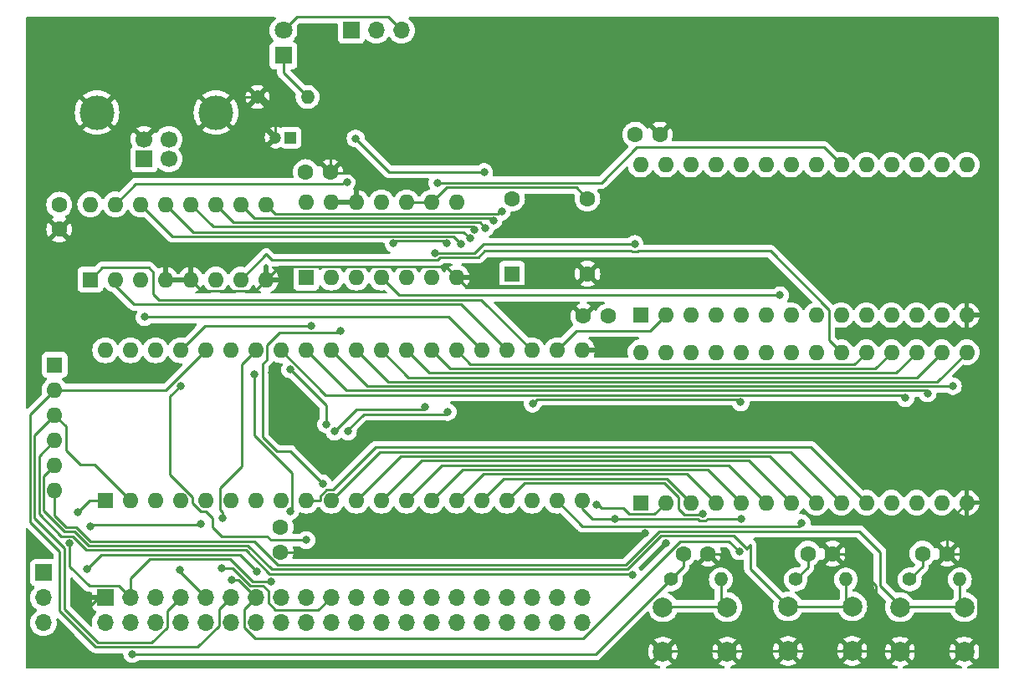
<source format=gbr>
%TF.GenerationSoftware,KiCad,Pcbnew,7.0.3*%
%TF.CreationDate,2023-06-30T08:14:03+01:00*%
%TF.ProjectId,MinFox,4d696e46-6f78-42e6-9b69-6361645f7063,rev?*%
%TF.SameCoordinates,Original*%
%TF.FileFunction,Copper,L2,Bot*%
%TF.FilePolarity,Positive*%
%FSLAX46Y46*%
G04 Gerber Fmt 4.6, Leading zero omitted, Abs format (unit mm)*
G04 Created by KiCad (PCBNEW 7.0.3) date 2023-06-30 08:14:03*
%MOMM*%
%LPD*%
G01*
G04 APERTURE LIST*
%TA.AperFunction,ComponentPad*%
%ADD10R,1.600000X1.600000*%
%TD*%
%TA.AperFunction,ComponentPad*%
%ADD11O,1.600000X1.600000*%
%TD*%
%TA.AperFunction,ComponentPad*%
%ADD12R,1.700000X1.700000*%
%TD*%
%TA.AperFunction,ComponentPad*%
%ADD13O,1.700000X1.700000*%
%TD*%
%TA.AperFunction,ComponentPad*%
%ADD14C,1.600000*%
%TD*%
%TA.AperFunction,ComponentPad*%
%ADD15C,1.400000*%
%TD*%
%TA.AperFunction,ComponentPad*%
%ADD16O,1.400000X1.400000*%
%TD*%
%TA.AperFunction,ComponentPad*%
%ADD17C,2.000000*%
%TD*%
%TA.AperFunction,ComponentPad*%
%ADD18R,1.800000X1.800000*%
%TD*%
%TA.AperFunction,ComponentPad*%
%ADD19C,1.800000*%
%TD*%
%TA.AperFunction,ComponentPad*%
%ADD20R,1.200000X1.200000*%
%TD*%
%TA.AperFunction,ComponentPad*%
%ADD21C,1.200000*%
%TD*%
%TA.AperFunction,ComponentPad*%
%ADD22C,1.700000*%
%TD*%
%TA.AperFunction,ComponentPad*%
%ADD23C,3.500000*%
%TD*%
%TA.AperFunction,ViaPad*%
%ADD24C,0.800000*%
%TD*%
%TA.AperFunction,Conductor*%
%ADD25C,0.250000*%
%TD*%
G04 APERTURE END LIST*
D10*
%TO.P,U3,1,A14*%
%TO.N,VCC*%
X123220000Y-59200000D03*
D11*
%TO.P,U3,2,A12*%
%TO.N,A12*%
X125760000Y-59200000D03*
%TO.P,U3,3,A7*%
%TO.N,A7*%
X128300000Y-59200000D03*
%TO.P,U3,4,A6*%
%TO.N,A6*%
X130840000Y-59200000D03*
%TO.P,U3,5,A5*%
%TO.N,A5*%
X133380000Y-59200000D03*
%TO.P,U3,6,A4*%
%TO.N,A4*%
X135920000Y-59200000D03*
%TO.P,U3,7,A3*%
%TO.N,A3*%
X138460000Y-59200000D03*
%TO.P,U3,8,A2*%
%TO.N,A2*%
X141000000Y-59200000D03*
%TO.P,U3,9,A1*%
%TO.N,A1*%
X143540000Y-59200000D03*
%TO.P,U3,10,A0*%
%TO.N,A0*%
X146080000Y-59200000D03*
%TO.P,U3,11,Q0*%
%TO.N,D0*%
X148620000Y-59200000D03*
%TO.P,U3,12,Q1*%
%TO.N,D1*%
X151160000Y-59200000D03*
%TO.P,U3,13,Q2*%
%TO.N,D2*%
X153700000Y-59200000D03*
%TO.P,U3,14,GND*%
%TO.N,GND*%
X156240000Y-59200000D03*
%TO.P,U3,15,Q3*%
%TO.N,D3*%
X156240000Y-43960000D03*
%TO.P,U3,16,Q4*%
%TO.N,D4*%
X153700000Y-43960000D03*
%TO.P,U3,17,Q5*%
%TO.N,D5*%
X151160000Y-43960000D03*
%TO.P,U3,18,Q6*%
%TO.N,D6*%
X148620000Y-43960000D03*
%TO.P,U3,19,Q7*%
%TO.N,D7*%
X146080000Y-43960000D03*
%TO.P,U3,20,~{CS}*%
%TO.N,S0*%
X143540000Y-43960000D03*
%TO.P,U3,21,A10*%
%TO.N,A10*%
X141000000Y-43960000D03*
%TO.P,U3,22,~{OE}*%
%TO.N,~{RD}*%
X138460000Y-43960000D03*
%TO.P,U3,23,A11*%
%TO.N,A11*%
X135920000Y-43960000D03*
%TO.P,U3,24,A9*%
%TO.N,A9*%
X133380000Y-43960000D03*
%TO.P,U3,25,A8*%
%TO.N,A8*%
X130840000Y-43960000D03*
%TO.P,U3,26,A13*%
%TO.N,VCC*%
X128300000Y-43960000D03*
%TO.P,U3,27,~{WE}*%
%TO.N,~{WR}*%
X125760000Y-43960000D03*
%TO.P,U3,28,VCC*%
%TO.N,VCC*%
X123220000Y-43960000D03*
%TD*%
D12*
%TO.P,SW1,1,A*%
%TO.N,unconnected-(SW1-A-Pad1)*%
X93960000Y-30350000D03*
D13*
%TO.P,SW1,2,B*%
%TO.N,Net-(J1-VBUS)*%
X96500000Y-30350000D03*
%TO.P,SW1,3,C*%
%TO.N,VCC*%
X99040000Y-30350000D03*
%TD*%
D10*
%TO.P,U1,1,~{VP}*%
%TO.N,~{VP}*%
X69060000Y-78000000D03*
D11*
%TO.P,U1,2,RDY*%
%TO.N,RDY*%
X71600000Y-78000000D03*
%TO.P,U1,3,\u03D51*%
%TO.N,unconnected-(U1-\u03D51-Pad3)*%
X74140000Y-78000000D03*
%TO.P,U1,4,~{IRQ}*%
%TO.N,~{IRQ}*%
X76680000Y-78000000D03*
%TO.P,U1,5,~{ML}*%
%TO.N,~{ML}*%
X79220000Y-78000000D03*
%TO.P,U1,6,~{NMI}*%
%TO.N,~{NMI}*%
X81760000Y-78000000D03*
%TO.P,U1,7,SYNC*%
%TO.N,SYNC*%
X84300000Y-78000000D03*
%TO.P,U1,8,VDD*%
%TO.N,VCC*%
X86840000Y-78000000D03*
%TO.P,U1,9,A0*%
%TO.N,A0*%
X89380000Y-78000000D03*
%TO.P,U1,10,A1*%
%TO.N,A1*%
X91920000Y-78000000D03*
%TO.P,U1,11,A2*%
%TO.N,A2*%
X94460000Y-78000000D03*
%TO.P,U1,12,A3*%
%TO.N,A3*%
X97000000Y-78000000D03*
%TO.P,U1,13,A4*%
%TO.N,A4*%
X99540000Y-78000000D03*
%TO.P,U1,14,A5*%
%TO.N,A5*%
X102080000Y-78000000D03*
%TO.P,U1,15,A6*%
%TO.N,A6*%
X104620000Y-78000000D03*
%TO.P,U1,16,A7*%
%TO.N,A7*%
X107160000Y-78000000D03*
%TO.P,U1,17,A8*%
%TO.N,A8*%
X109700000Y-78000000D03*
%TO.P,U1,18,A9*%
%TO.N,A9*%
X112240000Y-78000000D03*
%TO.P,U1,19,A10*%
%TO.N,A10*%
X114780000Y-78000000D03*
%TO.P,U1,20,A11*%
%TO.N,A11*%
X117320000Y-78000000D03*
%TO.P,U1,21,VSS*%
%TO.N,GND*%
X117320000Y-62760000D03*
%TO.P,U1,22,A12*%
%TO.N,A12*%
X114780000Y-62760000D03*
%TO.P,U1,23,A13*%
%TO.N,Net-(U1-A13)*%
X112240000Y-62760000D03*
%TO.P,U1,24,A14*%
%TO.N,Net-(U1-A14)*%
X109700000Y-62760000D03*
%TO.P,U1,25,A15*%
%TO.N,Net-(U1-A15)*%
X107160000Y-62760000D03*
%TO.P,U1,26,D7*%
%TO.N,D7*%
X104620000Y-62760000D03*
%TO.P,U1,27,D6*%
%TO.N,D6*%
X102080000Y-62760000D03*
%TO.P,U1,28,D5*%
%TO.N,D5*%
X99540000Y-62760000D03*
%TO.P,U1,29,D4*%
%TO.N,D4*%
X97000000Y-62760000D03*
%TO.P,U1,30,D3*%
%TO.N,D3*%
X94460000Y-62760000D03*
%TO.P,U1,31,D2*%
%TO.N,D2*%
X91920000Y-62760000D03*
%TO.P,U1,32,D1*%
%TO.N,D1*%
X89380000Y-62760000D03*
%TO.P,U1,33,D0*%
%TO.N,D0*%
X86840000Y-62760000D03*
%TO.P,U1,34,R/~{W}*%
%TO.N,R{slash}~{W}*%
X84300000Y-62760000D03*
%TO.P,U1,35,nc*%
%TO.N,unconnected-(U1-nc-Pad35)*%
X81760000Y-62760000D03*
%TO.P,U1,36,BE*%
%TO.N,BE*%
X79220000Y-62760000D03*
%TO.P,U1,37,\u03D50*%
%TO.N,\u00F82*%
X76680000Y-62760000D03*
%TO.P,U1,38,~{SO}*%
%TO.N,VCC*%
X74140000Y-62760000D03*
%TO.P,U1,39,\u03D52*%
%TO.N,unconnected-(U1-\u03D52-Pad39)*%
X71600000Y-62760000D03*
%TO.P,U1,40,~{RES}*%
%TO.N,~{RESET}*%
X69060000Y-62760000D03*
%TD*%
D10*
%TO.P,U2,1,A0*%
%TO.N,Net-(U1-A13)*%
X67540000Y-55600000D03*
D11*
%TO.P,U2,2,A1*%
%TO.N,Net-(U1-A14)*%
X70080000Y-55600000D03*
%TO.P,U2,3,A2*%
%TO.N,Net-(U1-A15)*%
X72620000Y-55600000D03*
%TO.P,U2,4,E1*%
%TO.N,GND*%
X75160000Y-55600000D03*
%TO.P,U2,5,E2*%
X77700000Y-55600000D03*
%TO.P,U2,6,E3*%
%TO.N,VCC*%
X80240000Y-55600000D03*
%TO.P,U2,7,O7*%
%TO.N,S7*%
X82780000Y-55600000D03*
%TO.P,U2,8,GND*%
%TO.N,GND*%
X85320000Y-55600000D03*
%TO.P,U2,9,O6*%
%TO.N,S6*%
X85320000Y-47980000D03*
%TO.P,U2,10,O5*%
%TO.N,S5*%
X82780000Y-47980000D03*
%TO.P,U2,11,O4*%
%TO.N,S4*%
X80240000Y-47980000D03*
%TO.P,U2,12,O3*%
%TO.N,S3*%
X77700000Y-47980000D03*
%TO.P,U2,13,O2*%
%TO.N,S2*%
X75160000Y-47980000D03*
%TO.P,U2,14,O1*%
%TO.N,S1*%
X72620000Y-47980000D03*
%TO.P,U2,15,O0*%
%TO.N,S0*%
X70080000Y-47980000D03*
%TO.P,U2,16,VCC*%
%TO.N,VCC*%
X67540000Y-47980000D03*
%TD*%
D14*
%TO.P,C6,1*%
%TO.N,VCC*%
X89350000Y-44700000D03*
%TO.P,C6,2*%
%TO.N,GND*%
X91850000Y-44700000D03*
%TD*%
%TO.P,C4,1*%
%TO.N,GND*%
X154265000Y-83375000D03*
%TO.P,C4,2*%
%TO.N,~{IRQ}*%
X151765000Y-83375000D03*
%TD*%
D15*
%TO.P,R10,1*%
%TO.N,~{IRQ}*%
X150475000Y-85975000D03*
D16*
%TO.P,R10,2*%
%TO.N,Net-(RN1-R5)*%
X155555000Y-85975000D03*
%TD*%
D15*
%TO.P,R5,1*%
%TO.N,~{RESET}*%
X126275000Y-85975000D03*
D16*
%TO.P,R5,2*%
%TO.N,Net-(RN1-R3)*%
X131355000Y-85975000D03*
%TD*%
D14*
%TO.P,C3,1*%
%TO.N,GND*%
X130065000Y-83375000D03*
%TO.P,C3,2*%
%TO.N,~{RESET}*%
X127565000Y-83375000D03*
%TD*%
D10*
%TO.P,X1,1,EN*%
%TO.N,VCC*%
X110230000Y-55010000D03*
D14*
%TO.P,X1,4,GND*%
%TO.N,GND*%
X117850000Y-55010000D03*
%TO.P,X1,5,OUT*%
%TO.N,\u00F82*%
X117850000Y-47390000D03*
%TO.P,X1,8,Vcc*%
%TO.N,VCC*%
X110230000Y-47390000D03*
%TD*%
D12*
%TO.P,J3,1,Pin_1*%
%TO.N,GND*%
X69060000Y-87800000D03*
D13*
%TO.P,J3,2,Pin_2*%
%TO.N,D0*%
X69060000Y-90340000D03*
%TO.P,J3,3,Pin_3*%
%TO.N,VCC*%
X71600000Y-87800000D03*
%TO.P,J3,4,Pin_4*%
%TO.N,D1*%
X71600000Y-90340000D03*
%TO.P,J3,5,Pin_5*%
%TO.N,~{RESET}*%
X74140000Y-87800000D03*
%TO.P,J3,6,Pin_6*%
%TO.N,D2*%
X74140000Y-90340000D03*
%TO.P,J3,7,Pin_7*%
%TO.N,RDY*%
X76680000Y-87800000D03*
%TO.P,J3,8,Pin_8*%
%TO.N,D3*%
X76680000Y-90340000D03*
%TO.P,J3,9,Pin_9*%
%TO.N,~{IRQ}*%
X79220000Y-87800000D03*
%TO.P,J3,10,Pin_10*%
%TO.N,D4*%
X79220000Y-90340000D03*
%TO.P,J3,11,Pin_11*%
%TO.N,BE*%
X81760000Y-87800000D03*
%TO.P,J3,12,Pin_12*%
%TO.N,D5*%
X81760000Y-90340000D03*
%TO.P,J3,13,Pin_13*%
%TO.N,~{NMI}*%
X84300000Y-87800000D03*
%TO.P,J3,14,Pin_14*%
%TO.N,D6*%
X84300000Y-90340000D03*
%TO.P,J3,15,Pin_15*%
%TO.N,\u00F81*%
X86840000Y-87800000D03*
%TO.P,J3,16,Pin_16*%
%TO.N,D7*%
X86840000Y-90340000D03*
%TO.P,J3,17,Pin_17*%
%TO.N,\u00F82*%
X89380000Y-87800000D03*
%TO.P,J3,18,Pin_18*%
%TO.N,A0*%
X89380000Y-90340000D03*
%TO.P,J3,19,Pin_19*%
%TO.N,R{slash}~{W}*%
X91920000Y-87800000D03*
%TO.P,J3,20,Pin_20*%
%TO.N,A1*%
X91920000Y-90340000D03*
%TO.P,J3,21,Pin_21*%
%TO.N,~{RD}*%
X94460000Y-87800000D03*
%TO.P,J3,22,Pin_22*%
%TO.N,A2*%
X94460000Y-90340000D03*
%TO.P,J3,23,Pin_23*%
%TO.N,~{WR}*%
X97000000Y-87800000D03*
%TO.P,J3,24,Pin_24*%
%TO.N,A3*%
X97000000Y-90340000D03*
%TO.P,J3,25,Pin_25*%
%TO.N,unconnected-(J3-Pin_25-Pad25)*%
X99540000Y-87800000D03*
%TO.P,J3,26,Pin_26*%
%TO.N,A4*%
X99540000Y-90340000D03*
%TO.P,J3,27,Pin_27*%
%TO.N,S1*%
X102080000Y-87800000D03*
%TO.P,J3,28,Pin_28*%
%TO.N,A5*%
X102080000Y-90340000D03*
%TO.P,J3,29,Pin_29*%
%TO.N,S2*%
X104620000Y-87800000D03*
%TO.P,J3,30,Pin_30*%
%TO.N,A6*%
X104620000Y-90340000D03*
%TO.P,J3,31,Pin_31*%
%TO.N,S3*%
X107160000Y-87800000D03*
%TO.P,J3,32,Pin_32*%
%TO.N,A7*%
X107160000Y-90340000D03*
%TO.P,J3,33,Pin_33*%
%TO.N,S4*%
X109700000Y-87800000D03*
%TO.P,J3,34,Pin_34*%
%TO.N,A8*%
X109700000Y-90340000D03*
%TO.P,J3,35,Pin_35*%
%TO.N,S5*%
X112240000Y-87800000D03*
%TO.P,J3,36,Pin_36*%
%TO.N,A9*%
X112240000Y-90340000D03*
%TO.P,J3,37,Pin_37*%
%TO.N,S6*%
X114780000Y-87800000D03*
%TO.P,J3,38,Pin_38*%
%TO.N,A10*%
X114780000Y-90340000D03*
%TO.P,J3,39,Pin_39*%
%TO.N,A12*%
X117320000Y-87800000D03*
%TO.P,J3,40,Pin_40*%
%TO.N,A11*%
X117320000Y-90340000D03*
%TD*%
D14*
%TO.P,C9,1*%
%TO.N,VCC*%
X119950000Y-59300000D03*
%TO.P,C9,2*%
%TO.N,GND*%
X117450000Y-59300000D03*
%TD*%
D15*
%TO.P,R1,1*%
%TO.N,GND*%
X84460000Y-37100000D03*
D16*
%TO.P,R1,2*%
%TO.N,Net-(D1-K)*%
X89540000Y-37100000D03*
%TD*%
D14*
%TO.P,C2,1*%
%TO.N,GND*%
X142665000Y-83375000D03*
%TO.P,C2,2*%
%TO.N,~{NMI}*%
X140165000Y-83375000D03*
%TD*%
%TO.P,C7,1*%
%TO.N,VCC*%
X64400000Y-48000000D03*
%TO.P,C7,2*%
%TO.N,GND*%
X64400000Y-50500000D03*
%TD*%
D17*
%TO.P,SW2,1,1*%
%TO.N,GND*%
X132001489Y-93296397D03*
X125501489Y-93296397D03*
%TO.P,SW2,2,2*%
%TO.N,Net-(RN1-R3)*%
X132001489Y-88796397D03*
X125501489Y-88796397D03*
%TD*%
D18*
%TO.P,D1,1,K*%
%TO.N,Net-(D1-K)*%
X87095000Y-32895000D03*
D19*
%TO.P,D1,2,A*%
%TO.N,VCC*%
X87095000Y-30355000D03*
%TD*%
D15*
%TO.P,R6,1*%
%TO.N,~{NMI}*%
X138935000Y-85975000D03*
D16*
%TO.P,R6,2*%
%TO.N,Net-(RN1-R4)*%
X144015000Y-85975000D03*
%TD*%
D20*
%TO.P,C1,1*%
%TO.N,VCC*%
X87800000Y-41200000D03*
D21*
%TO.P,C1,2*%
%TO.N,GND*%
X86300000Y-41200000D03*
%TD*%
D10*
%TO.P,U5,1*%
%TO.N,R{slash}~{W}*%
X89400000Y-55400000D03*
D11*
%TO.P,U5,2*%
%TO.N,\u00F82*%
X91940000Y-55400000D03*
%TO.P,U5,3*%
%TO.N,~{RD}*%
X94480000Y-55400000D03*
%TO.P,U5,4*%
X97020000Y-55400000D03*
%TO.P,U5,5*%
%TO.N,\u00F82*%
X99560000Y-55400000D03*
%TO.P,U5,6*%
%TO.N,~{WR}*%
X102100000Y-55400000D03*
%TO.P,U5,7,GND*%
%TO.N,GND*%
X104640000Y-55400000D03*
%TO.P,U5,8*%
%TO.N,\u00F81*%
X104640000Y-47780000D03*
%TO.P,U5,9*%
%TO.N,\u00F82*%
X102100000Y-47780000D03*
%TO.P,U5,10*%
X99560000Y-47780000D03*
%TO.P,U5,11*%
%TO.N,unconnected-(U5-Pad11)*%
X97020000Y-47780000D03*
%TO.P,U5,12*%
%TO.N,GND*%
X94480000Y-47780000D03*
%TO.P,U5,13*%
X91940000Y-47780000D03*
%TO.P,U5,14,VCC*%
%TO.N,VCC*%
X89400000Y-47780000D03*
%TD*%
D12*
%TO.P,J2,1,Pin_1*%
%TO.N,~{VP}*%
X62800000Y-85300000D03*
D13*
%TO.P,J2,2,Pin_2*%
%TO.N,~{ML}*%
X62800000Y-87840000D03*
%TO.P,J2,3,Pin_3*%
%TO.N,SYNC*%
X62800000Y-90380000D03*
%TD*%
D12*
%TO.P,J1,1,VBUS*%
%TO.N,Net-(J1-VBUS)*%
X72990000Y-43377500D03*
D22*
%TO.P,J1,2,D-*%
%TO.N,unconnected-(J1-D--Pad2)*%
X75490000Y-43377500D03*
%TO.P,J1,3,D+*%
%TO.N,unconnected-(J1-D+-Pad3)*%
X75490000Y-41377500D03*
%TO.P,J1,4,GND*%
%TO.N,GND*%
X72990000Y-41377500D03*
D23*
%TO.P,J1,5,Shield*%
X68220000Y-38667500D03*
X80260000Y-38667500D03*
%TD*%
D10*
%TO.P,U4,1,A14*%
%TO.N,VCC*%
X123220000Y-78200000D03*
D11*
%TO.P,U4,2,A12*%
%TO.N,A12*%
X125760000Y-78200000D03*
%TO.P,U4,3,A7*%
%TO.N,A7*%
X128300000Y-78200000D03*
%TO.P,U4,4,A6*%
%TO.N,A6*%
X130840000Y-78200000D03*
%TO.P,U4,5,A5*%
%TO.N,A5*%
X133380000Y-78200000D03*
%TO.P,U4,6,A4*%
%TO.N,A4*%
X135920000Y-78200000D03*
%TO.P,U4,7,A3*%
%TO.N,A3*%
X138460000Y-78200000D03*
%TO.P,U4,8,A2*%
%TO.N,A2*%
X141000000Y-78200000D03*
%TO.P,U4,9,A1*%
%TO.N,A1*%
X143540000Y-78200000D03*
%TO.P,U4,10,A0*%
%TO.N,A0*%
X146080000Y-78200000D03*
%TO.P,U4,11,D0*%
%TO.N,D0*%
X148620000Y-78200000D03*
%TO.P,U4,12,D1*%
%TO.N,D1*%
X151160000Y-78200000D03*
%TO.P,U4,13,D2*%
%TO.N,D2*%
X153700000Y-78200000D03*
%TO.P,U4,14,GND*%
%TO.N,GND*%
X156240000Y-78200000D03*
%TO.P,U4,15,D3*%
%TO.N,D3*%
X156240000Y-62960000D03*
%TO.P,U4,16,D4*%
%TO.N,D4*%
X153700000Y-62960000D03*
%TO.P,U4,17,D5*%
%TO.N,D5*%
X151160000Y-62960000D03*
%TO.P,U4,18,D6*%
%TO.N,D6*%
X148620000Y-62960000D03*
%TO.P,U4,19,D7*%
%TO.N,D7*%
X146080000Y-62960000D03*
%TO.P,U4,20,~{CS}*%
%TO.N,S7*%
X143540000Y-62960000D03*
%TO.P,U4,21,A10*%
%TO.N,A10*%
X141000000Y-62960000D03*
%TO.P,U4,22,~{OE}*%
%TO.N,~{RD}*%
X138460000Y-62960000D03*
%TO.P,U4,23,A11*%
%TO.N,A11*%
X135920000Y-62960000D03*
%TO.P,U4,24,A9*%
%TO.N,A9*%
X133380000Y-62960000D03*
%TO.P,U4,25,A8*%
%TO.N,A8*%
X130840000Y-62960000D03*
%TO.P,U4,26,A13*%
%TO.N,VCC*%
X128300000Y-62960000D03*
%TO.P,U4,27,~{WE}*%
X125760000Y-62960000D03*
%TO.P,U4,28,VCC*%
X123220000Y-62960000D03*
%TD*%
D17*
%TO.P,SW3,1,1*%
%TO.N,GND*%
X144659956Y-93211057D03*
X138159956Y-93211057D03*
%TO.P,SW3,2,2*%
%TO.N,Net-(RN1-R4)*%
X144659956Y-88711057D03*
X138159956Y-88711057D03*
%TD*%
%TO.P,SW4,1,1*%
%TO.N,GND*%
X156001117Y-93291586D03*
X149501117Y-93291586D03*
%TO.P,SW4,2,2*%
%TO.N,Net-(RN1-R5)*%
X156001117Y-88791586D03*
X149501117Y-88791586D03*
%TD*%
D10*
%TO.P,RN1,1,common*%
%TO.N,VCC*%
X63940000Y-64250000D03*
D11*
%TO.P,RN1,2,R1*%
%TO.N,BE*%
X63940000Y-66790000D03*
%TO.P,RN1,3,R2*%
%TO.N,RDY*%
X63940000Y-69330000D03*
%TO.P,RN1,4,R3*%
%TO.N,Net-(RN1-R3)*%
X63940000Y-71870000D03*
%TO.P,RN1,5,R4*%
%TO.N,Net-(RN1-R4)*%
X63940000Y-74410000D03*
%TO.P,RN1,6,R5*%
%TO.N,Net-(RN1-R5)*%
X63940000Y-76950000D03*
%TD*%
D14*
%TO.P,C8,1*%
%TO.N,VCC*%
X122700000Y-40900000D03*
%TO.P,C8,2*%
%TO.N,GND*%
X125200000Y-40900000D03*
%TD*%
%TO.P,C5,1*%
%TO.N,VCC*%
X86800000Y-80700000D03*
%TO.P,C5,2*%
%TO.N,GND*%
X86800000Y-83200000D03*
%TD*%
D24*
%TO.N,GND*%
X115600000Y-70600000D03*
X121100000Y-70600000D03*
X123715305Y-81300173D03*
X124100000Y-55600000D03*
X85950000Y-65050000D03*
X125800000Y-82300000D03*
X114100000Y-55600000D03*
X66775500Y-89400000D03*
%TO.N,~{VP}*%
X66315500Y-79137600D03*
%TO.N,~{ML}*%
X78728781Y-80393172D03*
X67525500Y-80600000D03*
%TO.N,SYNC*%
X84400500Y-85176436D03*
X67200000Y-84900000D03*
%TO.N,A8*%
X129515000Y-79325000D03*
%TO.N,A9*%
X133365000Y-68025000D03*
X112315000Y-68175000D03*
%TO.N,A10*%
X139544480Y-80276592D03*
%TO.N,A11*%
X120625000Y-79851173D03*
X133415000Y-79851173D03*
%TO.N,A12*%
X118792300Y-78447700D03*
%TO.N,Net-(U1-A15)*%
X73040000Y-59400000D03*
%TO.N,D7*%
X93615000Y-71000000D03*
X103715000Y-69000000D03*
%TO.N,D6*%
X101409484Y-68500500D03*
X92249504Y-70999504D03*
%TO.N,D2*%
X154840000Y-66400000D03*
%TO.N,D1*%
X152285000Y-67124500D03*
%TO.N,D0*%
X150035000Y-67600000D03*
%TO.N,R{slash}~{W}*%
X80839500Y-84825000D03*
X80915000Y-79800000D03*
%TO.N,\u00F82*%
X76680000Y-66350000D03*
X89915000Y-60250000D03*
X89400000Y-82000000D03*
%TO.N,S6*%
X109190000Y-48700000D03*
%TO.N,S5*%
X108340000Y-49629500D03*
%TO.N,S4*%
X107515000Y-50350000D03*
%TO.N,S3*%
X106440000Y-50529500D03*
%TO.N,S2*%
X106007333Y-51430502D03*
%TO.N,S1*%
X105015000Y-51975000D03*
%TO.N,~{NMI}*%
X81900000Y-86000000D03*
X133215000Y-83125000D03*
%TO.N,~{RESET}*%
X71790000Y-93550000D03*
%TO.N,~{IRQ}*%
X76590000Y-84975497D03*
%TO.N,S0*%
X102650000Y-45800000D03*
X93500000Y-45700000D03*
%TO.N,Net-(RN1-R3)*%
X122400000Y-85500000D03*
%TO.N,VCC*%
X85849500Y-86174731D03*
X94400000Y-41300000D03*
X107400000Y-44700000D03*
X65465000Y-82325000D03*
%TO.N,~{WR}*%
X102399925Y-52889363D03*
X122640000Y-52000000D03*
X91415000Y-70275000D03*
X87772701Y-64717299D03*
%TO.N,~{RD}*%
X137335000Y-57200000D03*
X91066483Y-76262852D03*
X92865000Y-60800000D03*
%TO.N,\u00F81*%
X87763578Y-79088176D03*
X103590000Y-51949500D03*
X98228824Y-51949500D03*
X84165000Y-65200000D03*
%TD*%
D25*
%TO.N,Net-(D1-K)*%
X87095000Y-34655000D02*
X87095000Y-32895000D01*
X89140000Y-36700000D02*
X87095000Y-34655000D01*
X89635000Y-36700000D02*
X89140000Y-36700000D01*
%TO.N,GND*%
X86300000Y-38445000D02*
X86230000Y-38375000D01*
X84195000Y-56725000D02*
X85320000Y-55600000D01*
X103515000Y-54275000D02*
X104640000Y-55400000D01*
X93900000Y-44800000D02*
X91850000Y-44800000D01*
X147090000Y-93225000D02*
X144665000Y-93225000D01*
X94480000Y-46100000D02*
X94480000Y-45380000D01*
X132065000Y-93225000D02*
X125565000Y-93225000D01*
X81827500Y-37100000D02*
X84955000Y-37100000D01*
X156065000Y-93225000D02*
X157390000Y-91900000D01*
X116660001Y-56199999D02*
X117850000Y-55010000D01*
X138165000Y-93225000D02*
X134390000Y-93225000D01*
X155540000Y-83375000D02*
X154265000Y-83375000D01*
X144665000Y-93225000D02*
X138165000Y-93225000D01*
X80260000Y-38667500D02*
X81827500Y-37100000D01*
X104640000Y-55400000D02*
X105439999Y-56199999D01*
X68375500Y-87800000D02*
X69060000Y-87800000D01*
X134390000Y-93225000D02*
X132065000Y-93225000D01*
X142665000Y-83375000D02*
X143796370Y-83375000D01*
X66775500Y-89400000D02*
X68375500Y-87800000D01*
X105439999Y-56199999D02*
X116660001Y-56199999D01*
X94480000Y-46100000D02*
X94480000Y-47780000D01*
X86645000Y-54275000D02*
X103515000Y-54275000D01*
X91940000Y-47780000D02*
X94480000Y-47780000D01*
X86800000Y-83200000D02*
X121815478Y-83200000D01*
X94480000Y-45380000D02*
X93900000Y-44800000D01*
X156065000Y-93225000D02*
X149565000Y-93225000D01*
X157390000Y-91900000D02*
X157390000Y-85225000D01*
X86300000Y-41200000D02*
X86300000Y-38445000D01*
X147015000Y-93150000D02*
X147090000Y-93225000D01*
X121815478Y-83200000D02*
X123715305Y-81300173D01*
X91850000Y-42650000D02*
X90000000Y-40800000D01*
X131196370Y-83375000D02*
X134390000Y-86568630D01*
X85320000Y-55600000D02*
X86645000Y-54275000D01*
X154265000Y-83375000D02*
X154265000Y-80175000D01*
X157390000Y-85225000D02*
X155540000Y-83375000D01*
X147015000Y-86593630D02*
X147015000Y-93150000D01*
X154265000Y-80175000D02*
X156240000Y-78200000D01*
X134390000Y-86568630D02*
X134390000Y-93225000D01*
X78825000Y-56725000D02*
X84195000Y-56725000D01*
X130065000Y-83375000D02*
X131196370Y-83375000D01*
X143796370Y-83375000D02*
X147015000Y-86593630D01*
X84955000Y-37100000D02*
X86230000Y-38375000D01*
X86230000Y-38375000D02*
X87575000Y-38375000D01*
X77700000Y-55600000D02*
X78825000Y-56725000D01*
X91850000Y-44800000D02*
X91850000Y-42650000D01*
X90000000Y-40800000D02*
X90100000Y-40900000D01*
X94480000Y-45680000D02*
X94480000Y-46100000D01*
X87575000Y-38375000D02*
X90000000Y-40800000D01*
X149565000Y-93225000D02*
X147090000Y-93225000D01*
%TO.N,~{VP}*%
X66315500Y-79137600D02*
X67453100Y-78000000D01*
X67453100Y-78000000D02*
X69060000Y-78000000D01*
%TO.N,~{ML}*%
X78721953Y-80400000D02*
X67725500Y-80400000D01*
X78728781Y-80393172D02*
X78721953Y-80400000D01*
X67725500Y-80400000D02*
X67525500Y-80600000D01*
%TO.N,SYNC*%
X82674064Y-83450000D02*
X84400500Y-85176436D01*
X67200000Y-84900000D02*
X68650000Y-83450000D01*
X68650000Y-83450000D02*
X82674064Y-83450000D01*
%TO.N,A0*%
X140480000Y-72600000D02*
X96390000Y-72600000D01*
X92115000Y-76875000D02*
X91454009Y-76875000D01*
X90795000Y-78000000D02*
X89380000Y-78000000D01*
X96390000Y-72600000D02*
X92115000Y-76875000D01*
X146080000Y-78200000D02*
X140480000Y-72600000D01*
X90795000Y-77534009D02*
X90795000Y-78000000D01*
X91454009Y-76875000D02*
X90795000Y-77534009D01*
%TO.N,A1*%
X138390000Y-73050000D02*
X143540000Y-78200000D01*
X96870000Y-73050000D02*
X138390000Y-73050000D01*
X91920000Y-78000000D02*
X96870000Y-73050000D01*
%TO.N,A2*%
X98960000Y-73500000D02*
X136300000Y-73500000D01*
X94460000Y-78000000D02*
X98960000Y-73500000D01*
X136300000Y-73500000D02*
X141000000Y-78200000D01*
%TO.N,A3*%
X138460000Y-78200000D02*
X134210000Y-73950000D01*
X134210000Y-73950000D02*
X101050000Y-73950000D01*
X101050000Y-73950000D02*
X97000000Y-78000000D01*
%TO.N,A4*%
X132120000Y-74400000D02*
X135920000Y-78200000D01*
X103140000Y-74400000D02*
X132120000Y-74400000D01*
X99540000Y-78000000D02*
X103140000Y-74400000D01*
%TO.N,A5*%
X102080000Y-78000000D02*
X105230000Y-74850000D01*
X130030000Y-74850000D02*
X133380000Y-78200000D01*
X105230000Y-74850000D02*
X130030000Y-74850000D01*
%TO.N,A6*%
X130840000Y-78200000D02*
X127940000Y-75300000D01*
X127940000Y-75300000D02*
X107320000Y-75300000D01*
X107320000Y-75300000D02*
X104620000Y-78000000D01*
%TO.N,A7*%
X109410000Y-75750000D02*
X125850000Y-75750000D01*
X107160000Y-78000000D02*
X109410000Y-75750000D01*
X125850000Y-75750000D02*
X128300000Y-78200000D01*
%TO.N,A8*%
X125640000Y-76200000D02*
X127050000Y-77610000D01*
X129438827Y-79401173D02*
X129515000Y-79325000D01*
X127050000Y-78800000D02*
X127651173Y-79401173D01*
X109700000Y-78000000D02*
X111500000Y-76200000D01*
X127651173Y-79401173D02*
X129438827Y-79401173D01*
X111500000Y-76200000D02*
X125640000Y-76200000D01*
X127050000Y-77610000D02*
X127050000Y-78800000D01*
%TO.N,A9*%
X112740000Y-67750000D02*
X133090000Y-67750000D01*
X112315000Y-68175000D02*
X112740000Y-67750000D01*
X133090000Y-67750000D02*
X133365000Y-68025000D01*
%TO.N,A10*%
X139245399Y-80575673D02*
X117355673Y-80575673D01*
X139544480Y-80276592D02*
X139245399Y-80575673D01*
X117355673Y-80575673D02*
X114780000Y-78000000D01*
%TO.N,A11*%
X129815305Y-80050000D02*
X130014132Y-79851173D01*
X129015868Y-79851173D02*
X129214695Y-80050000D01*
X130014132Y-79851173D02*
X133415000Y-79851173D01*
X129214695Y-80050000D02*
X129815305Y-80050000D01*
X117320000Y-78820000D02*
X118351173Y-79851173D01*
X118351173Y-79851173D02*
X129015868Y-79851173D01*
X117320000Y-78000000D02*
X117320000Y-78820000D01*
%TO.N,A12*%
X118962700Y-78447700D02*
X119240000Y-78725000D01*
X114780000Y-62760000D02*
X116740000Y-60800000D01*
X118792300Y-78447700D02*
X118962700Y-78447700D01*
X121495000Y-78725000D02*
X122095000Y-79325000D01*
X122095000Y-79325000D02*
X124635000Y-79325000D01*
X124160000Y-60800000D02*
X125760000Y-59200000D01*
X119240000Y-78725000D02*
X121495000Y-78725000D01*
X124635000Y-79325000D02*
X125760000Y-78200000D01*
X116740000Y-60800000D02*
X124160000Y-60800000D01*
%TO.N,Net-(U1-A13)*%
X107130000Y-57650000D02*
X74490000Y-57650000D01*
X73900000Y-57060000D02*
X73900000Y-54860000D01*
X74490000Y-57650000D02*
X73900000Y-57060000D01*
X68740000Y-54400000D02*
X67540000Y-55600000D01*
X112240000Y-62760000D02*
X107130000Y-57650000D01*
X73440000Y-54400000D02*
X68740000Y-54400000D01*
X73900000Y-54860000D02*
X73440000Y-54400000D01*
%TO.N,Net-(U1-A14)*%
X70080000Y-56240000D02*
X70080000Y-55600000D01*
X71940000Y-58100000D02*
X70080000Y-56240000D01*
X109700000Y-62760000D02*
X105040000Y-58100000D01*
X105040000Y-58100000D02*
X71940000Y-58100000D01*
%TO.N,Net-(U1-A15)*%
X103800000Y-59400000D02*
X107160000Y-62760000D01*
X73040000Y-59400000D02*
X103800000Y-59400000D01*
%TO.N,D7*%
X104620000Y-62760000D02*
X106010000Y-64150000D01*
X106010000Y-64150000D02*
X144890000Y-64150000D01*
X95215000Y-69225000D02*
X103490000Y-69225000D01*
X93615000Y-71000000D02*
X93615000Y-70825000D01*
X103490000Y-69225000D02*
X103715000Y-69000000D01*
X93615000Y-70825000D02*
X95215000Y-69225000D01*
X144890000Y-64150000D02*
X146080000Y-62960000D01*
%TO.N,D6*%
X94499008Y-68750000D02*
X101159984Y-68750000D01*
X146980000Y-64600000D02*
X103920000Y-64600000D01*
X92249504Y-70999504D02*
X94499008Y-68750000D01*
X148620000Y-62960000D02*
X146980000Y-64600000D01*
X103920000Y-64600000D02*
X102080000Y-62760000D01*
X101159984Y-68750000D02*
X101409484Y-68500500D01*
%TO.N,D5*%
X101830000Y-65050000D02*
X99540000Y-62760000D01*
X151160000Y-62960000D02*
X149070000Y-65050000D01*
X149070000Y-65050000D02*
X101830000Y-65050000D01*
%TO.N,D4*%
X151160000Y-65500000D02*
X153700000Y-62960000D01*
X97000000Y-62760000D02*
X99740000Y-65500000D01*
X99740000Y-65500000D02*
X151160000Y-65500000D01*
%TO.N,D3*%
X97650000Y-65950000D02*
X94460000Y-62760000D01*
X153250000Y-65950000D02*
X97650000Y-65950000D01*
X156240000Y-62960000D02*
X153250000Y-65950000D01*
%TO.N,D2*%
X91920000Y-62760000D02*
X95560000Y-66400000D01*
X95560000Y-66400000D02*
X154715496Y-66400000D01*
%TO.N,D1*%
X93470000Y-66850000D02*
X152010500Y-66850000D01*
X152010500Y-66850000D02*
X152285000Y-67124500D01*
X89380000Y-62760000D02*
X93470000Y-66850000D01*
%TO.N,D0*%
X86840000Y-62760000D02*
X91380000Y-67300000D01*
X91380000Y-67300000D02*
X149735000Y-67300000D01*
X149735000Y-67300000D02*
X150035000Y-67600000D01*
%TO.N,R{slash}~{W}*%
X82885000Y-74505000D02*
X80635000Y-76755000D01*
X86300000Y-89100000D02*
X90620000Y-89100000D01*
X81961396Y-84825000D02*
X83761396Y-86625000D01*
X85025000Y-86625000D02*
X85550000Y-87150000D01*
X80839500Y-84825000D02*
X81961396Y-84825000D01*
X80915000Y-79185000D02*
X80635000Y-78905000D01*
X80635000Y-76755000D02*
X80635000Y-78905000D01*
X85550000Y-88350000D02*
X86300000Y-89100000D01*
X83761396Y-86625000D02*
X85025000Y-86625000D01*
X85550000Y-87150000D02*
X85550000Y-88350000D01*
X84300000Y-62760000D02*
X82885000Y-64175000D01*
X80915000Y-79800000D02*
X80915000Y-79185000D01*
X90620000Y-89100000D02*
X91920000Y-87800000D01*
X82885000Y-64175000D02*
X82885000Y-74505000D01*
%TO.N,\u00F82*%
X102100000Y-47780000D02*
X103615000Y-46265000D01*
X116725000Y-46265000D02*
X117850000Y-47390000D01*
X77900000Y-78270991D02*
X78754009Y-79125000D01*
X76680000Y-62760000D02*
X79190000Y-60250000D01*
X80850000Y-81650000D02*
X85450000Y-81650000D01*
X79225000Y-79125000D02*
X79900000Y-79800000D01*
X77900000Y-77629009D02*
X77900000Y-78270991D01*
X85450000Y-81650000D02*
X85800000Y-82000000D01*
X75600000Y-67430000D02*
X75600000Y-75329009D01*
X103615000Y-46265000D02*
X116725000Y-46265000D01*
X78754009Y-79125000D02*
X79225000Y-79125000D01*
X79190000Y-60250000D02*
X89915000Y-60250000D01*
X79900000Y-80700000D02*
X80850000Y-81650000D01*
X102100000Y-47780000D02*
X99560000Y-47780000D01*
X85800000Y-82000000D02*
X89400000Y-82000000D01*
X76680000Y-66350000D02*
X75600000Y-67430000D01*
X79900000Y-79800000D02*
X79900000Y-80700000D01*
X75600000Y-75329009D02*
X77900000Y-77629009D01*
%TO.N,S6*%
X85320000Y-47980000D02*
X86245000Y-48905000D01*
X86245000Y-48905000D02*
X108760000Y-48905000D01*
X108760000Y-48905000D02*
X108965000Y-48700000D01*
X108965000Y-48700000D02*
X109190000Y-48700000D01*
%TO.N,S5*%
X84155000Y-49355000D02*
X82780000Y-47980000D01*
X108065500Y-49355000D02*
X84155000Y-49355000D01*
X108340000Y-49629500D02*
X108065500Y-49355000D01*
%TO.N,S4*%
X82065000Y-49805000D02*
X103820000Y-49805000D01*
X106970000Y-49805000D02*
X103820000Y-49805000D01*
X107515000Y-50350000D02*
X106970000Y-49805000D01*
X80240000Y-47980000D02*
X82065000Y-49805000D01*
%TO.N,S3*%
X77700000Y-47980000D02*
X79975000Y-50255000D01*
X103195000Y-50255000D02*
X106165500Y-50255000D01*
X79975000Y-50255000D02*
X103195000Y-50255000D01*
X106165500Y-50255000D02*
X106440000Y-50529500D01*
%TO.N,S2*%
X106007333Y-51430502D02*
X105351831Y-50775000D01*
X77955000Y-50775000D02*
X75160000Y-47980000D01*
X105351831Y-50775000D02*
X77955000Y-50775000D01*
%TO.N,S1*%
X75865000Y-51225000D02*
X104265000Y-51225000D01*
X104265000Y-51225000D02*
X105015000Y-51975000D01*
X72620000Y-47980000D02*
X75865000Y-51225000D01*
%TO.N,~{NMI}*%
X117399009Y-91950000D02*
X127255811Y-82093198D01*
X84240000Y-91950000D02*
X117399009Y-91950000D01*
X82500000Y-86000000D02*
X81900000Y-86000000D01*
X83125000Y-90835000D02*
X84240000Y-91950000D01*
X132183198Y-82093198D02*
X133215000Y-83125000D01*
X127255811Y-82093198D02*
X132183198Y-82093198D01*
X83125000Y-88975000D02*
X83125000Y-90835000D01*
X84300000Y-87800000D02*
X82500000Y-86000000D01*
X140165000Y-83375000D02*
X140165000Y-84745000D01*
X84300000Y-87800000D02*
X83125000Y-88975000D01*
X140165000Y-84745000D02*
X138935000Y-85975000D01*
%TO.N,~{RESET}*%
X127565000Y-84685000D02*
X127565000Y-83375000D01*
X126275000Y-85975000D02*
X127565000Y-84685000D01*
X118700000Y-93550000D02*
X71790000Y-93550000D01*
X126275000Y-85975000D02*
X118700000Y-93550000D01*
%TO.N,~{IRQ}*%
X76590000Y-84975497D02*
X76590000Y-85170000D01*
X151765000Y-83375000D02*
X151765000Y-84685000D01*
X76590000Y-85170000D02*
X79220000Y-87800000D01*
X151765000Y-84685000D02*
X150475000Y-85975000D01*
%TO.N,BE*%
X61450000Y-69280000D02*
X63940000Y-66790000D01*
X80585000Y-90655000D02*
X78415000Y-92825000D01*
X78415000Y-92825000D02*
X68088604Y-92825000D01*
X68088604Y-92825000D02*
X64450000Y-89186396D01*
X64450000Y-83150000D02*
X61450000Y-80150000D01*
X79220000Y-62760000D02*
X75190000Y-66790000D01*
X75190000Y-66790000D02*
X63940000Y-66790000D01*
X80585000Y-88975000D02*
X80585000Y-90655000D01*
X61450000Y-80150000D02*
X61450000Y-69280000D01*
X81760000Y-87800000D02*
X80585000Y-88975000D01*
X64450000Y-89186396D02*
X64450000Y-83150000D01*
%TO.N,S0*%
X102650000Y-45800000D02*
X119240000Y-45800000D01*
X93200000Y-45800000D02*
X93075000Y-45925000D01*
X141780000Y-42200000D02*
X143540000Y-43960000D01*
X93075000Y-45925000D02*
X72135000Y-45925000D01*
X122840000Y-42200000D02*
X141780000Y-42200000D01*
X72135000Y-45925000D02*
X70080000Y-47980000D01*
X119240000Y-45800000D02*
X122840000Y-42200000D01*
%TO.N,S7*%
X122940305Y-52725000D02*
X122965305Y-52700000D01*
X122339695Y-52725000D02*
X122940305Y-52725000D01*
X102982604Y-53342701D02*
X106808104Y-53342701D01*
X85905000Y-53625000D02*
X102700305Y-53625000D01*
X122314695Y-52700000D02*
X122339695Y-52725000D01*
X142300000Y-61720000D02*
X143540000Y-62960000D01*
X85330000Y-53050000D02*
X85905000Y-53625000D01*
X102700305Y-53625000D02*
X102982604Y-53342701D01*
X82780000Y-55600000D02*
X85330000Y-53050000D01*
X122965305Y-52700000D02*
X136350000Y-52700000D01*
X136350000Y-52700000D02*
X142300000Y-58650000D01*
X107450805Y-52700000D02*
X122314695Y-52700000D01*
X142300000Y-58650000D02*
X142300000Y-61720000D01*
X106808104Y-53342701D02*
X107450805Y-52700000D01*
%TO.N,Net-(RN1-R3)*%
X65765305Y-81600000D02*
X67165305Y-83000000D01*
X63940000Y-71870000D02*
X62350000Y-73460000D01*
X64600000Y-81600000D02*
X65765305Y-81600000D01*
X131355000Y-85975000D02*
X131355000Y-88015000D01*
X85700000Y-85400000D02*
X122300000Y-85400000D01*
X62350000Y-79350000D02*
X64600000Y-81600000D01*
X67165305Y-83000000D02*
X83300000Y-83000000D01*
X83300000Y-83000000D02*
X85700000Y-85400000D01*
X62350000Y-73460000D02*
X62350000Y-79350000D01*
X131355000Y-88015000D02*
X132065000Y-88725000D01*
X122300000Y-85400000D02*
X122400000Y-85500000D01*
X132065000Y-88725000D02*
X125565000Y-88725000D01*
%TO.N,RDY*%
X61900000Y-71370000D02*
X63940000Y-69330000D01*
X65065000Y-70455000D02*
X63940000Y-69330000D01*
X66540000Y-74350000D02*
X65065000Y-72875000D01*
X73766701Y-92375000D02*
X68275000Y-92375000D01*
X68275000Y-92375000D02*
X64900000Y-89000000D01*
X61900000Y-79800000D02*
X61900000Y-71370000D01*
X64900000Y-82800000D02*
X61900000Y-79800000D01*
X75315000Y-90826701D02*
X73766701Y-92375000D01*
X64900000Y-89000000D02*
X64900000Y-82800000D01*
X65065000Y-72875000D02*
X65065000Y-70455000D01*
X71600000Y-78000000D02*
X67950000Y-74350000D01*
X67950000Y-74350000D02*
X66540000Y-74350000D01*
X76680000Y-87800000D02*
X75315000Y-89165000D01*
X75315000Y-89165000D02*
X75315000Y-90826701D01*
%TO.N,VCC*%
X71600000Y-85900000D02*
X71600000Y-87800000D01*
X87095000Y-30355000D02*
X88450000Y-29000000D01*
X107400000Y-44700000D02*
X97800000Y-44700000D01*
X71600000Y-87800000D02*
X70425000Y-86625000D01*
X70425000Y-86625000D02*
X67425000Y-86625000D01*
X81700000Y-83900000D02*
X73600000Y-83900000D01*
X97690000Y-29000000D02*
X99040000Y-30350000D01*
X65465000Y-84665000D02*
X65465000Y-82325000D01*
X85849500Y-86174731D02*
X83974731Y-86174731D01*
X97800000Y-44700000D02*
X94400000Y-41300000D01*
X88450000Y-29000000D02*
X97690000Y-29000000D01*
X73600000Y-83900000D02*
X71600000Y-85900000D01*
X67425000Y-86625000D02*
X65465000Y-84665000D01*
X83974731Y-86174731D02*
X81700000Y-83900000D01*
%TO.N,~{WR}*%
X102403263Y-52892701D02*
X106447299Y-52892701D01*
X91415000Y-68359598D02*
X87772701Y-64717299D01*
X107340000Y-52000000D02*
X122640000Y-52000000D01*
X91415000Y-70275000D02*
X91415000Y-68359598D01*
X102399925Y-52889363D02*
X102403263Y-52892701D01*
X106447299Y-52892701D02*
X107340000Y-52000000D01*
%TO.N,~{RD}*%
X84950000Y-64150000D02*
X85425000Y-63675000D01*
X84950000Y-71546396D02*
X84950000Y-64150000D01*
X87803631Y-73000000D02*
X86403604Y-73000000D01*
X85425000Y-62225000D02*
X86675000Y-60975000D01*
X92690000Y-60975000D02*
X92865000Y-60800000D01*
X85425000Y-63675000D02*
X85425000Y-62225000D01*
X86403604Y-73000000D02*
X84950000Y-71546396D01*
X98820000Y-57200000D02*
X137335000Y-57200000D01*
X91066483Y-76262852D02*
X87803631Y-73000000D01*
X97020000Y-55400000D02*
X98820000Y-57200000D01*
X86675000Y-60975000D02*
X92690000Y-60975000D01*
%TO.N,\u00F81*%
X103315500Y-51675000D02*
X98503324Y-51675000D01*
X87965000Y-75197792D02*
X84165000Y-71397792D01*
X84165000Y-71397792D02*
X84165000Y-65200000D01*
X87965000Y-78886754D02*
X87965000Y-75197792D01*
X103590000Y-51949500D02*
X103315500Y-51675000D01*
X87763578Y-79088176D02*
X87965000Y-78886754D01*
X98503324Y-51675000D02*
X98228824Y-51949500D01*
%TO.N,Net-(RN1-R4)*%
X62800000Y-75550000D02*
X63940000Y-74410000D01*
X144665000Y-88725000D02*
X138165000Y-88725000D01*
X67351701Y-82550000D02*
X65951701Y-81150000D01*
X62800000Y-79000000D02*
X62800000Y-75550000D01*
X83486396Y-82550000D02*
X67351701Y-82550000D01*
X133940000Y-82900000D02*
X133940000Y-82824695D01*
X64950000Y-81150000D02*
X62800000Y-79000000D01*
X133940000Y-82824695D02*
X132690305Y-81575000D01*
X125299695Y-81575000D02*
X121924695Y-84950000D01*
X144015000Y-88075000D02*
X144665000Y-88725000D01*
X144015000Y-85975000D02*
X144015000Y-88075000D01*
X134340000Y-84900000D02*
X134340000Y-82500000D01*
X65951701Y-81150000D02*
X64950000Y-81150000D01*
X121924695Y-84950000D02*
X85886396Y-84950000D01*
X85886396Y-84950000D02*
X83486396Y-82550000D01*
X134340000Y-82500000D02*
X133940000Y-82900000D01*
X132690305Y-81575000D02*
X125299695Y-81575000D01*
X138165000Y-88725000D02*
X134340000Y-84900000D01*
%TO.N,Net-(RN1-R5)*%
X147465000Y-86625000D02*
X149565000Y-88725000D01*
X66138097Y-80700000D02*
X65136396Y-80700000D01*
X145390000Y-81125000D02*
X147465000Y-83200000D01*
X155555000Y-88215000D02*
X155555000Y-85975000D01*
X67538096Y-82100000D02*
X84109009Y-82100000D01*
X156065000Y-88725000D02*
X155555000Y-88215000D01*
X65136396Y-80700000D02*
X63940000Y-79503604D01*
X63940000Y-79503604D02*
X63940000Y-76950000D01*
X84109009Y-82100000D02*
X86509009Y-84500000D01*
X147465000Y-83200000D02*
X147465000Y-86625000D01*
X86509009Y-84500000D02*
X121738299Y-84500000D01*
X67319048Y-81880952D02*
X67538096Y-82100000D01*
X121738299Y-84500000D02*
X125113299Y-81125000D01*
X67319048Y-81880952D02*
X66138097Y-80700000D01*
X67438097Y-82000000D02*
X67319048Y-81880952D01*
X149565000Y-88725000D02*
X156065000Y-88725000D01*
X125113299Y-81125000D02*
X145390000Y-81125000D01*
%TD*%
%TA.AperFunction,Conductor*%
%TO.N,GND*%
G36*
X86599356Y-41173641D02*
G01*
X86599132Y-41176765D01*
X86598738Y-41172509D01*
X86599356Y-41173641D01*
G37*
%TD.AperFunction*%
%TA.AperFunction,Conductor*%
G36*
X86261588Y-29019685D02*
G01*
X86307343Y-29072489D01*
X86317287Y-29141647D01*
X86288262Y-29205203D01*
X86270711Y-29221853D01*
X86143222Y-29321081D01*
X86143219Y-29321084D01*
X85986016Y-29491852D01*
X85859075Y-29686151D01*
X85765842Y-29898699D01*
X85708866Y-30123691D01*
X85708864Y-30123702D01*
X85689700Y-30354993D01*
X85689700Y-30355006D01*
X85708864Y-30586297D01*
X85708866Y-30586308D01*
X85765842Y-30811300D01*
X85859075Y-31023848D01*
X85986016Y-31218147D01*
X85986019Y-31218151D01*
X85986021Y-31218153D01*
X86080803Y-31321114D01*
X86111724Y-31383767D01*
X86103864Y-31453193D01*
X86059716Y-31507348D01*
X86032906Y-31521277D01*
X85952669Y-31551203D01*
X85952664Y-31551206D01*
X85837455Y-31637452D01*
X85837452Y-31637455D01*
X85751206Y-31752664D01*
X85751202Y-31752671D01*
X85700908Y-31887517D01*
X85694501Y-31947116D01*
X85694501Y-31947123D01*
X85694500Y-31947135D01*
X85694500Y-33842870D01*
X85694501Y-33842876D01*
X85700908Y-33902483D01*
X85751202Y-34037328D01*
X85751206Y-34037335D01*
X85837452Y-34152544D01*
X85837455Y-34152547D01*
X85952664Y-34238793D01*
X85952671Y-34238797D01*
X85997618Y-34255561D01*
X86087517Y-34289091D01*
X86147127Y-34295500D01*
X86345500Y-34295499D01*
X86412539Y-34315183D01*
X86458294Y-34367987D01*
X86469500Y-34419499D01*
X86469500Y-34572255D01*
X86467775Y-34587872D01*
X86468061Y-34587899D01*
X86467326Y-34595666D01*
X86469469Y-34663846D01*
X86469500Y-34665793D01*
X86469500Y-34694343D01*
X86469501Y-34694360D01*
X86470368Y-34701231D01*
X86470826Y-34707050D01*
X86472290Y-34753624D01*
X86472291Y-34753627D01*
X86477880Y-34772867D01*
X86481824Y-34791911D01*
X86484336Y-34811791D01*
X86501490Y-34855119D01*
X86503382Y-34860647D01*
X86516381Y-34905388D01*
X86526580Y-34922634D01*
X86535138Y-34940103D01*
X86542514Y-34958732D01*
X86569898Y-34996423D01*
X86573106Y-35001307D01*
X86596827Y-35041416D01*
X86596833Y-35041424D01*
X86610990Y-35055580D01*
X86623628Y-35070376D01*
X86635405Y-35086586D01*
X86635406Y-35086587D01*
X86671309Y-35116288D01*
X86675620Y-35120210D01*
X87576162Y-36020752D01*
X88321107Y-36765697D01*
X88354592Y-36827020D01*
X88355266Y-36872742D01*
X88355414Y-36872756D01*
X88355287Y-36874125D01*
X88355317Y-36876153D01*
X88354884Y-36878465D01*
X88334357Y-37099999D01*
X88334357Y-37100000D01*
X88354884Y-37321535D01*
X88354885Y-37321537D01*
X88415769Y-37535523D01*
X88415775Y-37535538D01*
X88514938Y-37734683D01*
X88514943Y-37734691D01*
X88649020Y-37912238D01*
X88813437Y-38062123D01*
X88813439Y-38062125D01*
X89002595Y-38179245D01*
X89002596Y-38179245D01*
X89002599Y-38179247D01*
X89210060Y-38259618D01*
X89428757Y-38300500D01*
X89428759Y-38300500D01*
X89651241Y-38300500D01*
X89651243Y-38300500D01*
X89869940Y-38259618D01*
X90077401Y-38179247D01*
X90266562Y-38062124D01*
X90430981Y-37912236D01*
X90565058Y-37734689D01*
X90664229Y-37535528D01*
X90725115Y-37321536D01*
X90745643Y-37100000D01*
X90725115Y-36878464D01*
X90664229Y-36664472D01*
X90624314Y-36584312D01*
X90565061Y-36465316D01*
X90565056Y-36465308D01*
X90430979Y-36287761D01*
X90266562Y-36137876D01*
X90266560Y-36137874D01*
X90077404Y-36020754D01*
X90077398Y-36020752D01*
X89869940Y-35940382D01*
X89651243Y-35899500D01*
X89428757Y-35899500D01*
X89372172Y-35910077D01*
X89320570Y-35919723D01*
X89251055Y-35912691D01*
X89210105Y-35885515D01*
X87831771Y-34507180D01*
X87798286Y-34445857D01*
X87803270Y-34376165D01*
X87845142Y-34320232D01*
X87910606Y-34295815D01*
X87919452Y-34295499D01*
X88042871Y-34295499D01*
X88042872Y-34295499D01*
X88102483Y-34289091D01*
X88237331Y-34238796D01*
X88352546Y-34152546D01*
X88438796Y-34037331D01*
X88489091Y-33902483D01*
X88495500Y-33842873D01*
X88495499Y-31947128D01*
X88489091Y-31887517D01*
X88438796Y-31752669D01*
X88438795Y-31752668D01*
X88438793Y-31752664D01*
X88352547Y-31637455D01*
X88352544Y-31637452D01*
X88237335Y-31551206D01*
X88237328Y-31551202D01*
X88157094Y-31521277D01*
X88101160Y-31479406D01*
X88076743Y-31413941D01*
X88091595Y-31345668D01*
X88109190Y-31321121D01*
X88203979Y-31218153D01*
X88330924Y-31023849D01*
X88424157Y-30811300D01*
X88481134Y-30586305D01*
X88481208Y-30585413D01*
X88500300Y-30355006D01*
X88500300Y-30354993D01*
X88481135Y-30123702D01*
X88481131Y-30123683D01*
X88443824Y-29976364D01*
X88446448Y-29906544D01*
X88476348Y-29858241D01*
X88672773Y-29661818D01*
X88734097Y-29628334D01*
X88760454Y-29625500D01*
X92485500Y-29625500D01*
X92552539Y-29645185D01*
X92598294Y-29697989D01*
X92609500Y-29749500D01*
X92609500Y-31247870D01*
X92609501Y-31247876D01*
X92615908Y-31307483D01*
X92666202Y-31442328D01*
X92666206Y-31442335D01*
X92752452Y-31557544D01*
X92752455Y-31557547D01*
X92867664Y-31643793D01*
X92867671Y-31643797D01*
X93002517Y-31694091D01*
X93002516Y-31694091D01*
X93009444Y-31694835D01*
X93062127Y-31700500D01*
X94857872Y-31700499D01*
X94917483Y-31694091D01*
X95052331Y-31643796D01*
X95167546Y-31557546D01*
X95253796Y-31442331D01*
X95302810Y-31310916D01*
X95344681Y-31254984D01*
X95410145Y-31230566D01*
X95478418Y-31245417D01*
X95506672Y-31266569D01*
X95628599Y-31388495D01*
X95720997Y-31453193D01*
X95822165Y-31524032D01*
X95822167Y-31524033D01*
X95822170Y-31524035D01*
X96036337Y-31623903D01*
X96264592Y-31685063D01*
X96441034Y-31700500D01*
X96499999Y-31705659D01*
X96500000Y-31705659D01*
X96500001Y-31705659D01*
X96558966Y-31700500D01*
X96735408Y-31685063D01*
X96963663Y-31623903D01*
X97177830Y-31524035D01*
X97371401Y-31388495D01*
X97538495Y-31221401D01*
X97668426Y-31035840D01*
X97723001Y-30992217D01*
X97792499Y-30985023D01*
X97854854Y-31016546D01*
X97871574Y-31035841D01*
X98001505Y-31221401D01*
X98168599Y-31388495D01*
X98260997Y-31453193D01*
X98362165Y-31524032D01*
X98362167Y-31524033D01*
X98362170Y-31524035D01*
X98576337Y-31623903D01*
X98804592Y-31685063D01*
X98981034Y-31700500D01*
X99039999Y-31705659D01*
X99040000Y-31705659D01*
X99040001Y-31705659D01*
X99098966Y-31700500D01*
X99275408Y-31685063D01*
X99503663Y-31623903D01*
X99717830Y-31524035D01*
X99911401Y-31388495D01*
X100078495Y-31221401D01*
X100214035Y-31027830D01*
X100313903Y-30813663D01*
X100375063Y-30585408D01*
X100395659Y-30350000D01*
X100375063Y-30114592D01*
X100313903Y-29886337D01*
X100214035Y-29672171D01*
X100195140Y-29645185D01*
X100078494Y-29478597D01*
X99911402Y-29311506D01*
X99911401Y-29311505D01*
X99788679Y-29225574D01*
X99745056Y-29170998D01*
X99737863Y-29101499D01*
X99769385Y-29039145D01*
X99829615Y-29003731D01*
X99859804Y-29000000D01*
X159376000Y-29000000D01*
X159443039Y-29019685D01*
X159488794Y-29072489D01*
X159500000Y-29124000D01*
X159500000Y-94876000D01*
X159480315Y-94943039D01*
X159427511Y-94988794D01*
X159376000Y-95000000D01*
X156372913Y-95000000D01*
X156305874Y-94980315D01*
X156260119Y-94927511D01*
X156250175Y-94858353D01*
X156279200Y-94794797D01*
X156337978Y-94757023D01*
X156352504Y-94753691D01*
X156370609Y-94750669D01*
X156605720Y-94669955D01*
X156605731Y-94669950D01*
X156824345Y-94551643D01*
X156824348Y-94551641D01*
X156871173Y-94515195D01*
X156172685Y-93816707D01*
X156289575Y-93765935D01*
X156406856Y-93670520D01*
X156494045Y-93547001D01*
X156524472Y-93461387D01*
X157224551Y-94161468D01*
X157324848Y-94007955D01*
X157424704Y-93780303D01*
X157485729Y-93539324D01*
X157485731Y-93539315D01*
X157506258Y-93291591D01*
X157506258Y-93291580D01*
X157485731Y-93043856D01*
X157485729Y-93043847D01*
X157424704Y-92802868D01*
X157324848Y-92575216D01*
X157224551Y-92421702D01*
X156527045Y-93119207D01*
X156524233Y-93105671D01*
X156454675Y-92971430D01*
X156351479Y-92860934D01*
X156222298Y-92782377D01*
X156171114Y-92768036D01*
X156871174Y-92067976D01*
X156871173Y-92067975D01*
X156824346Y-92031529D01*
X156605731Y-91913221D01*
X156605720Y-91913216D01*
X156370610Y-91832502D01*
X156125410Y-91791586D01*
X155876824Y-91791586D01*
X155631623Y-91832502D01*
X155396513Y-91913216D01*
X155396507Y-91913218D01*
X155177878Y-92031535D01*
X155131059Y-92067974D01*
X155131059Y-92067976D01*
X155829548Y-92766464D01*
X155712659Y-92817237D01*
X155595378Y-92912652D01*
X155508189Y-93036171D01*
X155477762Y-93121783D01*
X154777681Y-92421702D01*
X154677384Y-92575218D01*
X154577529Y-92802868D01*
X154516504Y-93043847D01*
X154516502Y-93043856D01*
X154495976Y-93291580D01*
X154495976Y-93291591D01*
X154516502Y-93539315D01*
X154516504Y-93539324D01*
X154577529Y-93780303D01*
X154677383Y-94007950D01*
X154777681Y-94161468D01*
X155475187Y-93463962D01*
X155478001Y-93477501D01*
X155547559Y-93611742D01*
X155650755Y-93722238D01*
X155779936Y-93800795D01*
X155831119Y-93815135D01*
X155131059Y-94515195D01*
X155177885Y-94551641D01*
X155177887Y-94551642D01*
X155396502Y-94669950D01*
X155396513Y-94669955D01*
X155631624Y-94750669D01*
X155649730Y-94753691D01*
X155712616Y-94784141D01*
X155749055Y-94843756D01*
X155747480Y-94913608D01*
X155708391Y-94971520D01*
X155644197Y-94999104D01*
X155629321Y-95000000D01*
X149872913Y-95000000D01*
X149805874Y-94980315D01*
X149760119Y-94927511D01*
X149750175Y-94858353D01*
X149779200Y-94794797D01*
X149837978Y-94757023D01*
X149852504Y-94753691D01*
X149870609Y-94750669D01*
X150105720Y-94669955D01*
X150105731Y-94669950D01*
X150324345Y-94551643D01*
X150324348Y-94551641D01*
X150371173Y-94515195D01*
X149672685Y-93816707D01*
X149789575Y-93765935D01*
X149906856Y-93670520D01*
X149994045Y-93547001D01*
X150024471Y-93461388D01*
X150724551Y-94161468D01*
X150824848Y-94007955D01*
X150924704Y-93780303D01*
X150985729Y-93539324D01*
X150985731Y-93539315D01*
X151006258Y-93291591D01*
X151006258Y-93291580D01*
X150985731Y-93043856D01*
X150985729Y-93043847D01*
X150924704Y-92802868D01*
X150824848Y-92575216D01*
X150724551Y-92421702D01*
X150027046Y-93119208D01*
X150024233Y-93105671D01*
X149954675Y-92971430D01*
X149851479Y-92860934D01*
X149722298Y-92782377D01*
X149671114Y-92768036D01*
X150371174Y-92067976D01*
X150371173Y-92067975D01*
X150324346Y-92031529D01*
X150105731Y-91913221D01*
X150105720Y-91913216D01*
X149870610Y-91832502D01*
X149625410Y-91791586D01*
X149376824Y-91791586D01*
X149131623Y-91832502D01*
X148896513Y-91913216D01*
X148896507Y-91913218D01*
X148677878Y-92031535D01*
X148631059Y-92067974D01*
X148631059Y-92067976D01*
X149329548Y-92766464D01*
X149212659Y-92817237D01*
X149095378Y-92912652D01*
X149008189Y-93036171D01*
X148977762Y-93121783D01*
X148277681Y-92421702D01*
X148177384Y-92575218D01*
X148077529Y-92802868D01*
X148016504Y-93043847D01*
X148016502Y-93043856D01*
X147995976Y-93291580D01*
X147995976Y-93291591D01*
X148016502Y-93539315D01*
X148016504Y-93539324D01*
X148077529Y-93780303D01*
X148177383Y-94007950D01*
X148277681Y-94161468D01*
X148975187Y-93463962D01*
X148978001Y-93477501D01*
X149047559Y-93611742D01*
X149150755Y-93722238D01*
X149279936Y-93800795D01*
X149331119Y-93815135D01*
X148631059Y-94515195D01*
X148677885Y-94551641D01*
X148677887Y-94551642D01*
X148896502Y-94669950D01*
X148896513Y-94669955D01*
X149131624Y-94750669D01*
X149149730Y-94753691D01*
X149212616Y-94784141D01*
X149249055Y-94843756D01*
X149247480Y-94913608D01*
X149208391Y-94971520D01*
X149144197Y-94999104D01*
X149129321Y-95000000D01*
X132400183Y-95000000D01*
X132333144Y-94980315D01*
X132287389Y-94927511D01*
X132277445Y-94858353D01*
X132306470Y-94794797D01*
X132365248Y-94757023D01*
X132369744Y-94755794D01*
X132370983Y-94755480D01*
X132606092Y-94674766D01*
X132606103Y-94674761D01*
X132824717Y-94556454D01*
X132824720Y-94556452D01*
X132871545Y-94520006D01*
X132173057Y-93821518D01*
X132289947Y-93770746D01*
X132407228Y-93675331D01*
X132494417Y-93551812D01*
X132524843Y-93466199D01*
X133224923Y-94166279D01*
X133325220Y-94012766D01*
X133425076Y-93785114D01*
X133486101Y-93544135D01*
X133486103Y-93544126D01*
X133506630Y-93296402D01*
X133506630Y-93296391D01*
X133499559Y-93211062D01*
X136654815Y-93211062D01*
X136675341Y-93458786D01*
X136675343Y-93458795D01*
X136736368Y-93699774D01*
X136836222Y-93927421D01*
X136936520Y-94080939D01*
X137634026Y-93383433D01*
X137636840Y-93396972D01*
X137706398Y-93531213D01*
X137809594Y-93641709D01*
X137938775Y-93720266D01*
X137989958Y-93734606D01*
X137289898Y-94434666D01*
X137336724Y-94471112D01*
X137336726Y-94471113D01*
X137555341Y-94589421D01*
X137555352Y-94589426D01*
X137790462Y-94670140D01*
X138035663Y-94711057D01*
X138284249Y-94711057D01*
X138529449Y-94670140D01*
X138764559Y-94589426D01*
X138764570Y-94589421D01*
X138983184Y-94471114D01*
X138983187Y-94471112D01*
X139030012Y-94434666D01*
X138331524Y-93736178D01*
X138448414Y-93685406D01*
X138565695Y-93589991D01*
X138652884Y-93466472D01*
X138683310Y-93380859D01*
X139383390Y-94080939D01*
X139483687Y-93927426D01*
X139583543Y-93699774D01*
X139644568Y-93458795D01*
X139644570Y-93458786D01*
X139665097Y-93211062D01*
X143154815Y-93211062D01*
X143175341Y-93458786D01*
X143175343Y-93458795D01*
X143236368Y-93699774D01*
X143336222Y-93927421D01*
X143436520Y-94080939D01*
X144134026Y-93383433D01*
X144136840Y-93396972D01*
X144206398Y-93531213D01*
X144309594Y-93641709D01*
X144438775Y-93720266D01*
X144489958Y-93734606D01*
X143789898Y-94434666D01*
X143836724Y-94471112D01*
X143836726Y-94471113D01*
X144055341Y-94589421D01*
X144055352Y-94589426D01*
X144290462Y-94670140D01*
X144535663Y-94711057D01*
X144784249Y-94711057D01*
X145029449Y-94670140D01*
X145264559Y-94589426D01*
X145264570Y-94589421D01*
X145483184Y-94471114D01*
X145483187Y-94471112D01*
X145530012Y-94434666D01*
X144831524Y-93736178D01*
X144948414Y-93685406D01*
X145065695Y-93589991D01*
X145152884Y-93466472D01*
X145183310Y-93380859D01*
X145883390Y-94080939D01*
X145983687Y-93927426D01*
X146083543Y-93699774D01*
X146144568Y-93458795D01*
X146144570Y-93458786D01*
X146165097Y-93211062D01*
X146165097Y-93211051D01*
X146144570Y-92963327D01*
X146144568Y-92963318D01*
X146083543Y-92722339D01*
X145983687Y-92494687D01*
X145883390Y-92341173D01*
X145185885Y-93038679D01*
X145183072Y-93025142D01*
X145113514Y-92890901D01*
X145010318Y-92780405D01*
X144881137Y-92701848D01*
X144829953Y-92687507D01*
X145530013Y-91987447D01*
X145530012Y-91987446D01*
X145483185Y-91951000D01*
X145264570Y-91832692D01*
X145264559Y-91832687D01*
X145029449Y-91751973D01*
X144784249Y-91711057D01*
X144535663Y-91711057D01*
X144290462Y-91751973D01*
X144055352Y-91832687D01*
X144055346Y-91832689D01*
X143836717Y-91951006D01*
X143789898Y-91987445D01*
X143789898Y-91987447D01*
X144488387Y-92685935D01*
X144371498Y-92736708D01*
X144254217Y-92832123D01*
X144167028Y-92955642D01*
X144136601Y-93041254D01*
X143436520Y-92341173D01*
X143336223Y-92494689D01*
X143236368Y-92722339D01*
X143175343Y-92963318D01*
X143175341Y-92963327D01*
X143154815Y-93211051D01*
X143154815Y-93211062D01*
X139665097Y-93211062D01*
X139665097Y-93211051D01*
X139644570Y-92963327D01*
X139644568Y-92963318D01*
X139583543Y-92722339D01*
X139483687Y-92494687D01*
X139383390Y-92341173D01*
X138685885Y-93038679D01*
X138683072Y-93025142D01*
X138613514Y-92890901D01*
X138510318Y-92780405D01*
X138381137Y-92701848D01*
X138329953Y-92687507D01*
X139030013Y-91987447D01*
X139030012Y-91987446D01*
X138983185Y-91951000D01*
X138764570Y-91832692D01*
X138764559Y-91832687D01*
X138529449Y-91751973D01*
X138284249Y-91711057D01*
X138035663Y-91711057D01*
X137790462Y-91751973D01*
X137555352Y-91832687D01*
X137555346Y-91832689D01*
X137336717Y-91951006D01*
X137289898Y-91987445D01*
X137289898Y-91987447D01*
X137988387Y-92685935D01*
X137871498Y-92736708D01*
X137754217Y-92832123D01*
X137667028Y-92955642D01*
X137636601Y-93041254D01*
X136936520Y-92341173D01*
X136836223Y-92494689D01*
X136736368Y-92722339D01*
X136675343Y-92963318D01*
X136675341Y-92963327D01*
X136654815Y-93211051D01*
X136654815Y-93211062D01*
X133499559Y-93211062D01*
X133486103Y-93048667D01*
X133486101Y-93048658D01*
X133425076Y-92807679D01*
X133325220Y-92580027D01*
X133224923Y-92426513D01*
X132527418Y-93124019D01*
X132524605Y-93110482D01*
X132455047Y-92976241D01*
X132351851Y-92865745D01*
X132222670Y-92787188D01*
X132171486Y-92772847D01*
X132871546Y-92072787D01*
X132871545Y-92072786D01*
X132824718Y-92036340D01*
X132606103Y-91918032D01*
X132606092Y-91918027D01*
X132370982Y-91837313D01*
X132125782Y-91796397D01*
X131877196Y-91796397D01*
X131631995Y-91837313D01*
X131396885Y-91918027D01*
X131396879Y-91918029D01*
X131178250Y-92036346D01*
X131131431Y-92072785D01*
X131131431Y-92072787D01*
X131829920Y-92771275D01*
X131713031Y-92822048D01*
X131595750Y-92917463D01*
X131508561Y-93040982D01*
X131478134Y-93126594D01*
X130778053Y-92426513D01*
X130677756Y-92580029D01*
X130577901Y-92807679D01*
X130516876Y-93048658D01*
X130516874Y-93048667D01*
X130496348Y-93296391D01*
X130496348Y-93296402D01*
X130516874Y-93544126D01*
X130516876Y-93544135D01*
X130577901Y-93785114D01*
X130677755Y-94012761D01*
X130778053Y-94166279D01*
X131475559Y-93468773D01*
X131478373Y-93482312D01*
X131547931Y-93616553D01*
X131651127Y-93727049D01*
X131780308Y-93805606D01*
X131831491Y-93819946D01*
X131131431Y-94520006D01*
X131178257Y-94556452D01*
X131178259Y-94556453D01*
X131396874Y-94674761D01*
X131396885Y-94674766D01*
X131631994Y-94755480D01*
X131633234Y-94755794D01*
X131633685Y-94756060D01*
X131636850Y-94757147D01*
X131636626Y-94757798D01*
X131693390Y-94791333D01*
X131724783Y-94853753D01*
X131717446Y-94923236D01*
X131673707Y-94977722D01*
X131607455Y-94999912D01*
X131602795Y-95000000D01*
X125900183Y-95000000D01*
X125833144Y-94980315D01*
X125787389Y-94927511D01*
X125777445Y-94858353D01*
X125806470Y-94794797D01*
X125865248Y-94757023D01*
X125869744Y-94755794D01*
X125870983Y-94755480D01*
X126106092Y-94674766D01*
X126106103Y-94674761D01*
X126324717Y-94556454D01*
X126324720Y-94556452D01*
X126371545Y-94520006D01*
X125673057Y-93821518D01*
X125789947Y-93770746D01*
X125907228Y-93675331D01*
X125994417Y-93551812D01*
X126024843Y-93466199D01*
X126724923Y-94166279D01*
X126825220Y-94012766D01*
X126925076Y-93785114D01*
X126986101Y-93544135D01*
X126986103Y-93544126D01*
X127006630Y-93296402D01*
X127006630Y-93296391D01*
X126986103Y-93048667D01*
X126986101Y-93048658D01*
X126925076Y-92807679D01*
X126825220Y-92580027D01*
X126724923Y-92426513D01*
X126027418Y-93124019D01*
X126024605Y-93110482D01*
X125955047Y-92976241D01*
X125851851Y-92865745D01*
X125722670Y-92787188D01*
X125671486Y-92772847D01*
X126371546Y-92072787D01*
X126371545Y-92072786D01*
X126324718Y-92036340D01*
X126106103Y-91918032D01*
X126106092Y-91918027D01*
X125870982Y-91837313D01*
X125625782Y-91796397D01*
X125377196Y-91796397D01*
X125131995Y-91837313D01*
X124896885Y-91918027D01*
X124896879Y-91918029D01*
X124678250Y-92036346D01*
X124631431Y-92072785D01*
X124631431Y-92072787D01*
X125329920Y-92771275D01*
X125213031Y-92822048D01*
X125095750Y-92917463D01*
X125008561Y-93040982D01*
X124978134Y-93126594D01*
X124278053Y-92426513D01*
X124177756Y-92580029D01*
X124077901Y-92807679D01*
X124016876Y-93048658D01*
X124016874Y-93048667D01*
X123996348Y-93296391D01*
X123996348Y-93296402D01*
X124016874Y-93544126D01*
X124016876Y-93544135D01*
X124077901Y-93785114D01*
X124177755Y-94012761D01*
X124278053Y-94166279D01*
X124975559Y-93468773D01*
X124978373Y-93482312D01*
X125047931Y-93616553D01*
X125151127Y-93727049D01*
X125280308Y-93805606D01*
X125331491Y-93819946D01*
X124631431Y-94520006D01*
X124678257Y-94556452D01*
X124678259Y-94556453D01*
X124896874Y-94674761D01*
X124896885Y-94674766D01*
X125131994Y-94755480D01*
X125133234Y-94755794D01*
X125133685Y-94756060D01*
X125136850Y-94757147D01*
X125136626Y-94757798D01*
X125193390Y-94791333D01*
X125224783Y-94853753D01*
X125217446Y-94923236D01*
X125173707Y-94977722D01*
X125107455Y-94999912D01*
X125102795Y-95000000D01*
X61124000Y-95000000D01*
X61056961Y-94980315D01*
X61011206Y-94927511D01*
X61000000Y-94876000D01*
X61000000Y-80883952D01*
X61019685Y-80816913D01*
X61072489Y-80771158D01*
X61141647Y-80761214D01*
X61205203Y-80790239D01*
X61211681Y-80796271D01*
X63788181Y-83372771D01*
X63821666Y-83434094D01*
X63824500Y-83460452D01*
X63824500Y-83825500D01*
X63804815Y-83892539D01*
X63752011Y-83938294D01*
X63700500Y-83949500D01*
X61902129Y-83949500D01*
X61902123Y-83949501D01*
X61842516Y-83955908D01*
X61707671Y-84006202D01*
X61707664Y-84006206D01*
X61592455Y-84092452D01*
X61592452Y-84092455D01*
X61506206Y-84207664D01*
X61506202Y-84207671D01*
X61455908Y-84342517D01*
X61449501Y-84402116D01*
X61449500Y-84402135D01*
X61449500Y-86197870D01*
X61449501Y-86197876D01*
X61455908Y-86257483D01*
X61506202Y-86392328D01*
X61506206Y-86392335D01*
X61592452Y-86507544D01*
X61592455Y-86507547D01*
X61707664Y-86593793D01*
X61707671Y-86593797D01*
X61839081Y-86642810D01*
X61895015Y-86684681D01*
X61919432Y-86750145D01*
X61904580Y-86818418D01*
X61883430Y-86846673D01*
X61761503Y-86968600D01*
X61625965Y-87162169D01*
X61625964Y-87162171D01*
X61526098Y-87376335D01*
X61526094Y-87376344D01*
X61464938Y-87604586D01*
X61464936Y-87604596D01*
X61444341Y-87839999D01*
X61444341Y-87840000D01*
X61464936Y-88075403D01*
X61464938Y-88075413D01*
X61526094Y-88303655D01*
X61526096Y-88303659D01*
X61526097Y-88303663D01*
X61600507Y-88463236D01*
X61625965Y-88517830D01*
X61625967Y-88517834D01*
X61647499Y-88548584D01*
X61756739Y-88704595D01*
X61761501Y-88711395D01*
X61761506Y-88711402D01*
X61928597Y-88878493D01*
X61928603Y-88878498D01*
X62114158Y-89008425D01*
X62157783Y-89063002D01*
X62164977Y-89132500D01*
X62133454Y-89194855D01*
X62114158Y-89211575D01*
X61928597Y-89341505D01*
X61761505Y-89508597D01*
X61625965Y-89702169D01*
X61625964Y-89702171D01*
X61526098Y-89916335D01*
X61526094Y-89916344D01*
X61464938Y-90144586D01*
X61464936Y-90144596D01*
X61444341Y-90379999D01*
X61444341Y-90380000D01*
X61464936Y-90615403D01*
X61464938Y-90615413D01*
X61526094Y-90843655D01*
X61526096Y-90843659D01*
X61526097Y-90843663D01*
X61587352Y-90975024D01*
X61625965Y-91057830D01*
X61625967Y-91057834D01*
X61713507Y-91182853D01*
X61761505Y-91251401D01*
X61928599Y-91418495D01*
X62025384Y-91486265D01*
X62122165Y-91554032D01*
X62122167Y-91554033D01*
X62122170Y-91554035D01*
X62336337Y-91653903D01*
X62564592Y-91715063D01*
X62752918Y-91731539D01*
X62799999Y-91735659D01*
X62800000Y-91735659D01*
X62800001Y-91735659D01*
X62839234Y-91732226D01*
X63035408Y-91715063D01*
X63263663Y-91653903D01*
X63477830Y-91554035D01*
X63671401Y-91418495D01*
X63838495Y-91251401D01*
X63974035Y-91057830D01*
X64073903Y-90843663D01*
X64135063Y-90615408D01*
X64155659Y-90380000D01*
X64135063Y-90144592D01*
X64112621Y-90060836D01*
X64114284Y-89990987D01*
X64153447Y-89933125D01*
X64217675Y-89905621D01*
X64286577Y-89917208D01*
X64320076Y-89941062D01*
X65959529Y-91580516D01*
X67587801Y-93208788D01*
X67597626Y-93221051D01*
X67597847Y-93220869D01*
X67602815Y-93226874D01*
X67652536Y-93273566D01*
X67653936Y-93274923D01*
X67674127Y-93295115D01*
X67674131Y-93295118D01*
X67674133Y-93295120D01*
X67679615Y-93299373D01*
X67684047Y-93303157D01*
X67718022Y-93335062D01*
X67735580Y-93344714D01*
X67751839Y-93355395D01*
X67767668Y-93367673D01*
X67810442Y-93386182D01*
X67815660Y-93388738D01*
X67856512Y-93411197D01*
X67875920Y-93416180D01*
X67894321Y-93422480D01*
X67912708Y-93430437D01*
X67956092Y-93437308D01*
X67958723Y-93437725D01*
X67964443Y-93438909D01*
X68009585Y-93450500D01*
X68029620Y-93450500D01*
X68049018Y-93452026D01*
X68068798Y-93455159D01*
X68068799Y-93455160D01*
X68068799Y-93455159D01*
X68068800Y-93455160D01*
X68115187Y-93450775D01*
X68121026Y-93450500D01*
X70762432Y-93450500D01*
X70829471Y-93470185D01*
X70875226Y-93522989D01*
X70885752Y-93561535D01*
X70904326Y-93738256D01*
X70904327Y-93738259D01*
X70962818Y-93918277D01*
X70962821Y-93918284D01*
X71057467Y-94082216D01*
X71161158Y-94197376D01*
X71184129Y-94222888D01*
X71337265Y-94334148D01*
X71337270Y-94334151D01*
X71510192Y-94411142D01*
X71510197Y-94411144D01*
X71695354Y-94450500D01*
X71695355Y-94450500D01*
X71884644Y-94450500D01*
X71884646Y-94450500D01*
X72069803Y-94411144D01*
X72242730Y-94334151D01*
X72395871Y-94222888D01*
X72398788Y-94219647D01*
X72401600Y-94216526D01*
X72461087Y-94179879D01*
X72493748Y-94175500D01*
X118617257Y-94175500D01*
X118632877Y-94177224D01*
X118632904Y-94176939D01*
X118640666Y-94177673D01*
X118640666Y-94177672D01*
X118640667Y-94177673D01*
X118643999Y-94177568D01*
X118708847Y-94175531D01*
X118710794Y-94175500D01*
X118739347Y-94175500D01*
X118739350Y-94175500D01*
X118746228Y-94174630D01*
X118752041Y-94174172D01*
X118798627Y-94172709D01*
X118817869Y-94167117D01*
X118836912Y-94163174D01*
X118856792Y-94160664D01*
X118900122Y-94143507D01*
X118905646Y-94141617D01*
X118909396Y-94140527D01*
X118950390Y-94128618D01*
X118967629Y-94118422D01*
X118985103Y-94109862D01*
X119003727Y-94102488D01*
X119003727Y-94102487D01*
X119003732Y-94102486D01*
X119041449Y-94075082D01*
X119046305Y-94071892D01*
X119086420Y-94048170D01*
X119100589Y-94033999D01*
X119115379Y-94021368D01*
X119131587Y-94009594D01*
X119161299Y-93973676D01*
X119165212Y-93969376D01*
X123879542Y-89255046D01*
X123940863Y-89221563D01*
X124010555Y-89226547D01*
X124066488Y-89268419D01*
X124080777Y-89292919D01*
X124177315Y-89513003D01*
X124313322Y-89721179D01*
X124313325Y-89721182D01*
X124481745Y-89904135D01*
X124677980Y-90056871D01*
X124896679Y-90175225D01*
X125131875Y-90255968D01*
X125377154Y-90296897D01*
X125625824Y-90296897D01*
X125871103Y-90255968D01*
X126106299Y-90175225D01*
X126324998Y-90056871D01*
X126521233Y-89904135D01*
X126689653Y-89721182D01*
X126825662Y-89513004D01*
X126864400Y-89424689D01*
X126909356Y-89371204D01*
X126976092Y-89350514D01*
X126977956Y-89350500D01*
X130525022Y-89350500D01*
X130592061Y-89370185D01*
X130637816Y-89422989D01*
X130638569Y-89424670D01*
X130638576Y-89424687D01*
X130638578Y-89424690D01*
X130677315Y-89513003D01*
X130813322Y-89721179D01*
X130813325Y-89721182D01*
X130981745Y-89904135D01*
X131177980Y-90056871D01*
X131396679Y-90175225D01*
X131631875Y-90255968D01*
X131877154Y-90296897D01*
X132125824Y-90296897D01*
X132371103Y-90255968D01*
X132606299Y-90175225D01*
X132824998Y-90056871D01*
X133021233Y-89904135D01*
X133189653Y-89721182D01*
X133325662Y-89513004D01*
X133425552Y-89285278D01*
X133486597Y-89044218D01*
X133486598Y-89044209D01*
X133507132Y-88796402D01*
X133507132Y-88796391D01*
X133486598Y-88548584D01*
X133486596Y-88548572D01*
X133425552Y-88307515D01*
X133325662Y-88079790D01*
X133189655Y-87871614D01*
X133160551Y-87839999D01*
X133021233Y-87688659D01*
X132824998Y-87535923D01*
X132824996Y-87535922D01*
X132824995Y-87535921D01*
X132606300Y-87417569D01*
X132606291Y-87417566D01*
X132371105Y-87336826D01*
X132125824Y-87295897D01*
X132104500Y-87295897D01*
X132037461Y-87276212D01*
X131991706Y-87223408D01*
X131980500Y-87171898D01*
X131980499Y-87068767D01*
X132000183Y-87001728D01*
X132039221Y-86963339D01*
X132081562Y-86937124D01*
X132245981Y-86787236D01*
X132380058Y-86609689D01*
X132479229Y-86410528D01*
X132540115Y-86196536D01*
X132560643Y-85975000D01*
X132540115Y-85753464D01*
X132479229Y-85539472D01*
X132458523Y-85497888D01*
X132380061Y-85340316D01*
X132380056Y-85340308D01*
X132245979Y-85162761D01*
X132081562Y-85012876D01*
X132081560Y-85012874D01*
X131892404Y-84895754D01*
X131892398Y-84895752D01*
X131684940Y-84815382D01*
X131466243Y-84774500D01*
X131243757Y-84774500D01*
X131025060Y-84815382D01*
X130946989Y-84845627D01*
X130817601Y-84895752D01*
X130817595Y-84895754D01*
X130628439Y-85012874D01*
X130628437Y-85012876D01*
X130464020Y-85162761D01*
X130329943Y-85340308D01*
X130329938Y-85340316D01*
X130230775Y-85539461D01*
X130230769Y-85539476D01*
X130169885Y-85753462D01*
X130169884Y-85753464D01*
X130149357Y-85974999D01*
X130149357Y-85975000D01*
X130169884Y-86196535D01*
X130169885Y-86196537D01*
X130230769Y-86410523D01*
X130230775Y-86410538D01*
X130329938Y-86609683D01*
X130329943Y-86609691D01*
X130464020Y-86787238D01*
X130628433Y-86937120D01*
X130628435Y-86937122D01*
X130628437Y-86937123D01*
X130628438Y-86937124D01*
X130670778Y-86963339D01*
X130717412Y-87015364D01*
X130729500Y-87068765D01*
X130729500Y-87932255D01*
X130727775Y-87947873D01*
X130728061Y-87947900D01*
X130727326Y-87955672D01*
X130727526Y-87962040D01*
X130709952Y-88029664D01*
X130707401Y-88033740D01*
X130706308Y-88035413D01*
X130701145Y-88043315D01*
X130648004Y-88088675D01*
X130597333Y-88099500D01*
X126905645Y-88099500D01*
X126838606Y-88079815D01*
X126801836Y-88043321D01*
X126689655Y-87871614D01*
X126660551Y-87839999D01*
X126521233Y-87688659D01*
X126324998Y-87535923D01*
X126324996Y-87535922D01*
X126324995Y-87535921D01*
X126106300Y-87417569D01*
X126106294Y-87417567D01*
X126094441Y-87413498D01*
X126037426Y-87373112D01*
X126011296Y-87308312D01*
X126024348Y-87239672D01*
X126072437Y-87188985D01*
X126140296Y-87172343D01*
X126157491Y-87174329D01*
X126162734Y-87175308D01*
X126163757Y-87175500D01*
X126163758Y-87175500D01*
X126386241Y-87175500D01*
X126386243Y-87175500D01*
X126604940Y-87134618D01*
X126812401Y-87054247D01*
X127001562Y-86937124D01*
X127165981Y-86787236D01*
X127300058Y-86609689D01*
X127399229Y-86410528D01*
X127460115Y-86196536D01*
X127480643Y-85975000D01*
X127460115Y-85753464D01*
X127460112Y-85753454D01*
X127459685Y-85751167D01*
X127459798Y-85750046D01*
X127459586Y-85747755D01*
X127460034Y-85747713D01*
X127466713Y-85681651D01*
X127493889Y-85640699D01*
X127948787Y-85185802D01*
X127961042Y-85175986D01*
X127960859Y-85175764D01*
X127966868Y-85170791D01*
X127966877Y-85170786D01*
X128013607Y-85121022D01*
X128014846Y-85119743D01*
X128035120Y-85099471D01*
X128039379Y-85093978D01*
X128043152Y-85089561D01*
X128075062Y-85055582D01*
X128084713Y-85038024D01*
X128095396Y-85021761D01*
X128107673Y-85005936D01*
X128126185Y-84963153D01*
X128128738Y-84957941D01*
X128151197Y-84917092D01*
X128156180Y-84897680D01*
X128162481Y-84879280D01*
X128170437Y-84860896D01*
X128177729Y-84814852D01*
X128178906Y-84809171D01*
X128190500Y-84764019D01*
X128190500Y-84743983D01*
X128192027Y-84724582D01*
X128193004Y-84718415D01*
X128195160Y-84704804D01*
X128190775Y-84658418D01*
X128190500Y-84652580D01*
X128190500Y-84589188D01*
X128210185Y-84522149D01*
X128243377Y-84487613D01*
X128360063Y-84405909D01*
X128404139Y-84375047D01*
X128565047Y-84214139D01*
X128695568Y-84027734D01*
X128702893Y-84012023D01*
X128749062Y-83959586D01*
X128816254Y-83940432D01*
X128883136Y-83960645D01*
X128927657Y-84012023D01*
X128934865Y-84027481D01*
X128934866Y-84027483D01*
X128985973Y-84100471D01*
X128985973Y-84100472D01*
X129667045Y-83419399D01*
X129679835Y-83500148D01*
X129737359Y-83613045D01*
X129826955Y-83702641D01*
X129939852Y-83760165D01*
X130020597Y-83772953D01*
X129339526Y-84454025D01*
X129339526Y-84454026D01*
X129412512Y-84505131D01*
X129412516Y-84505133D01*
X129618673Y-84601265D01*
X129618682Y-84601269D01*
X129838389Y-84660139D01*
X129838400Y-84660141D01*
X130064998Y-84679966D01*
X130065002Y-84679966D01*
X130291599Y-84660141D01*
X130291610Y-84660139D01*
X130511317Y-84601269D01*
X130511331Y-84601264D01*
X130717478Y-84505136D01*
X130790472Y-84454025D01*
X130109399Y-83772953D01*
X130190148Y-83760165D01*
X130303045Y-83702641D01*
X130392641Y-83613045D01*
X130450165Y-83500148D01*
X130462953Y-83419400D01*
X131144025Y-84100472D01*
X131195136Y-84027478D01*
X131291264Y-83821331D01*
X131291269Y-83821317D01*
X131350139Y-83601610D01*
X131350141Y-83601599D01*
X131369966Y-83375002D01*
X131369966Y-83374997D01*
X131350141Y-83148400D01*
X131350139Y-83148389D01*
X131291269Y-82928682D01*
X131291265Y-82928673D01*
X131275612Y-82895103D01*
X131265120Y-82826025D01*
X131293640Y-82762241D01*
X131352117Y-82724002D01*
X131387994Y-82718698D01*
X131872746Y-82718698D01*
X131939785Y-82738383D01*
X131960427Y-82755017D01*
X132276038Y-83070629D01*
X132309523Y-83131952D01*
X132311678Y-83145348D01*
X132317423Y-83200002D01*
X132329326Y-83313256D01*
X132329327Y-83313259D01*
X132387818Y-83493277D01*
X132387821Y-83493284D01*
X132482467Y-83657216D01*
X132609129Y-83797888D01*
X132762265Y-83909148D01*
X132762270Y-83909151D01*
X132935192Y-83986142D01*
X132935197Y-83986144D01*
X133120354Y-84025500D01*
X133120355Y-84025500D01*
X133309644Y-84025500D01*
X133309646Y-84025500D01*
X133494803Y-83986144D01*
X133540062Y-83965992D01*
X133609312Y-83956708D01*
X133672589Y-83986335D01*
X133709803Y-84045470D01*
X133714499Y-84079272D01*
X133714499Y-84817255D01*
X133712776Y-84832872D01*
X133713061Y-84832899D01*
X133712326Y-84840666D01*
X133714469Y-84908846D01*
X133714500Y-84910793D01*
X133714500Y-84939343D01*
X133714501Y-84939360D01*
X133715368Y-84946231D01*
X133715826Y-84952050D01*
X133717290Y-84998624D01*
X133717291Y-84998627D01*
X133722880Y-85017867D01*
X133726824Y-85036911D01*
X133729336Y-85056792D01*
X133742277Y-85089477D01*
X133746490Y-85100119D01*
X133748382Y-85105647D01*
X133760343Y-85146816D01*
X133761382Y-85150390D01*
X133769286Y-85163756D01*
X133771580Y-85167634D01*
X133780138Y-85185103D01*
X133787514Y-85203732D01*
X133814898Y-85241423D01*
X133818106Y-85246307D01*
X133841827Y-85286416D01*
X133841833Y-85286424D01*
X133855990Y-85300580D01*
X133868628Y-85315376D01*
X133880405Y-85331586D01*
X133880406Y-85331587D01*
X133916309Y-85361288D01*
X133920620Y-85365210D01*
X136005990Y-87450581D01*
X136694496Y-88139087D01*
X136727981Y-88200410D01*
X136727021Y-88257208D01*
X136674848Y-88463232D01*
X136674846Y-88463244D01*
X136654313Y-88711051D01*
X136654313Y-88711062D01*
X136674846Y-88958869D01*
X136674848Y-88958881D01*
X136735892Y-89199938D01*
X136835782Y-89427663D01*
X136971789Y-89635839D01*
X137004201Y-89671048D01*
X137140212Y-89818795D01*
X137336447Y-89971531D01*
X137336449Y-89971532D01*
X137485251Y-90052060D01*
X137555146Y-90089885D01*
X137790342Y-90170628D01*
X138035621Y-90211557D01*
X138284291Y-90211557D01*
X138529570Y-90170628D01*
X138764766Y-90089885D01*
X138983465Y-89971531D01*
X139179700Y-89818795D01*
X139348120Y-89635842D01*
X139484129Y-89427664D01*
X139485434Y-89424687D01*
X139486293Y-89423665D01*
X139486571Y-89423153D01*
X139486676Y-89423210D01*
X139530392Y-89371203D01*
X139597129Y-89350514D01*
X139598990Y-89350500D01*
X143220922Y-89350500D01*
X143287961Y-89370185D01*
X143333716Y-89422989D01*
X143334477Y-89424687D01*
X143335783Y-89427664D01*
X143471789Y-89635839D01*
X143504201Y-89671048D01*
X143640212Y-89818795D01*
X143836447Y-89971531D01*
X143836449Y-89971532D01*
X143985251Y-90052060D01*
X144055146Y-90089885D01*
X144290342Y-90170628D01*
X144535621Y-90211557D01*
X144784291Y-90211557D01*
X145029570Y-90170628D01*
X145264766Y-90089885D01*
X145483465Y-89971531D01*
X145679700Y-89818795D01*
X145848120Y-89635842D01*
X145984129Y-89427664D01*
X146084019Y-89199938D01*
X146145064Y-88958878D01*
X146145369Y-88955196D01*
X146165599Y-88711062D01*
X146165599Y-88711051D01*
X146145065Y-88463244D01*
X146145063Y-88463232D01*
X146084019Y-88222175D01*
X145984129Y-87994450D01*
X145848122Y-87786274D01*
X145794579Y-87728111D01*
X145679700Y-87603319D01*
X145483465Y-87450583D01*
X145483463Y-87450582D01*
X145483462Y-87450581D01*
X145264767Y-87332229D01*
X145264758Y-87332226D01*
X145029572Y-87251486D01*
X144784291Y-87210557D01*
X144764500Y-87210557D01*
X144697461Y-87190872D01*
X144651706Y-87138068D01*
X144640500Y-87086557D01*
X144640500Y-87068765D01*
X144660185Y-87001726D01*
X144699220Y-86963340D01*
X144741562Y-86937124D01*
X144851174Y-86837198D01*
X144905979Y-86787238D01*
X144910093Y-86781791D01*
X145040058Y-86609689D01*
X145139229Y-86410528D01*
X145200115Y-86196536D01*
X145220643Y-85975000D01*
X145200115Y-85753464D01*
X145139229Y-85539472D01*
X145118523Y-85497888D01*
X145040061Y-85340316D01*
X145040056Y-85340308D01*
X144905979Y-85162761D01*
X144741562Y-85012876D01*
X144741560Y-85012874D01*
X144552404Y-84895754D01*
X144552398Y-84895752D01*
X144344940Y-84815382D01*
X144126243Y-84774500D01*
X143903757Y-84774500D01*
X143685060Y-84815382D01*
X143606989Y-84845627D01*
X143477601Y-84895752D01*
X143477595Y-84895754D01*
X143288439Y-85012874D01*
X143288437Y-85012876D01*
X143124020Y-85162761D01*
X142989943Y-85340308D01*
X142989938Y-85340316D01*
X142890775Y-85539461D01*
X142890769Y-85539476D01*
X142829885Y-85753462D01*
X142829884Y-85753464D01*
X142809357Y-85974999D01*
X142809357Y-85975000D01*
X142829884Y-86196535D01*
X142829885Y-86196537D01*
X142890769Y-86410523D01*
X142890775Y-86410538D01*
X142989938Y-86609683D01*
X142989943Y-86609691D01*
X143124020Y-86787238D01*
X143288433Y-86937120D01*
X143288435Y-86937122D01*
X143288437Y-86937123D01*
X143288438Y-86937124D01*
X143330778Y-86963339D01*
X143377412Y-87015364D01*
X143389500Y-87068765D01*
X143389500Y-87875312D01*
X143369815Y-87942351D01*
X143369309Y-87943132D01*
X143335785Y-87994445D01*
X143322246Y-88025311D01*
X143277289Y-88078796D01*
X143210553Y-88099486D01*
X143208690Y-88099500D01*
X139611222Y-88099500D01*
X139544183Y-88079815D01*
X139498428Y-88027011D01*
X139497666Y-88025311D01*
X139489808Y-88007398D01*
X139484129Y-87994450D01*
X139462955Y-87962040D01*
X139348122Y-87786274D01*
X139294579Y-87728111D01*
X139179700Y-87603319D01*
X138983465Y-87450583D01*
X138983463Y-87450582D01*
X138983462Y-87450581D01*
X138905804Y-87408555D01*
X138856214Y-87359335D01*
X138841106Y-87291118D01*
X138865277Y-87225563D01*
X138921052Y-87183482D01*
X138964822Y-87175500D01*
X139046241Y-87175500D01*
X139046243Y-87175500D01*
X139264940Y-87134618D01*
X139472401Y-87054247D01*
X139661562Y-86937124D01*
X139825981Y-86787236D01*
X139960058Y-86609689D01*
X140059229Y-86410528D01*
X140120115Y-86196536D01*
X140140643Y-85975000D01*
X140120115Y-85753464D01*
X140120112Y-85753454D01*
X140119685Y-85751167D01*
X140119798Y-85750046D01*
X140119586Y-85747755D01*
X140120034Y-85747713D01*
X140126713Y-85681651D01*
X140153890Y-85640698D01*
X140548786Y-85245802D01*
X140561048Y-85235980D01*
X140560865Y-85235759D01*
X140566873Y-85230788D01*
X140566877Y-85230786D01*
X140613649Y-85180977D01*
X140614891Y-85179697D01*
X140635120Y-85159470D01*
X140639373Y-85153986D01*
X140643150Y-85149563D01*
X140675062Y-85115582D01*
X140684714Y-85098023D01*
X140695389Y-85081772D01*
X140707674Y-85065936D01*
X140726186Y-85023152D01*
X140728742Y-85017935D01*
X140746383Y-84985848D01*
X140751194Y-84977098D01*
X140751194Y-84977097D01*
X140751197Y-84977092D01*
X140756180Y-84957680D01*
X140762477Y-84939291D01*
X140770438Y-84920895D01*
X140777729Y-84874853D01*
X140778908Y-84869162D01*
X140790500Y-84824019D01*
X140790500Y-84803983D01*
X140792027Y-84784582D01*
X140793624Y-84774500D01*
X140795160Y-84764804D01*
X140790775Y-84718415D01*
X140790500Y-84712577D01*
X140790500Y-84589188D01*
X140810185Y-84522149D01*
X140843377Y-84487613D01*
X140960063Y-84405909D01*
X141004139Y-84375047D01*
X141165047Y-84214139D01*
X141295568Y-84027734D01*
X141302893Y-84012023D01*
X141349062Y-83959586D01*
X141416254Y-83940432D01*
X141483136Y-83960645D01*
X141527657Y-84012023D01*
X141534865Y-84027481D01*
X141534866Y-84027483D01*
X141585973Y-84100471D01*
X141585973Y-84100472D01*
X142267045Y-83419399D01*
X142279835Y-83500148D01*
X142337359Y-83613045D01*
X142426955Y-83702641D01*
X142539852Y-83760165D01*
X142620599Y-83772953D01*
X141939526Y-84454025D01*
X141939526Y-84454026D01*
X142012512Y-84505131D01*
X142012516Y-84505133D01*
X142218673Y-84601265D01*
X142218682Y-84601269D01*
X142438389Y-84660139D01*
X142438400Y-84660141D01*
X142664998Y-84679966D01*
X142665002Y-84679966D01*
X142891599Y-84660141D01*
X142891610Y-84660139D01*
X143111317Y-84601269D01*
X143111331Y-84601264D01*
X143317478Y-84505136D01*
X143390472Y-84454025D01*
X142709401Y-83772953D01*
X142790148Y-83760165D01*
X142903045Y-83702641D01*
X142992641Y-83613045D01*
X143050165Y-83500148D01*
X143062953Y-83419400D01*
X143744025Y-84100472D01*
X143795136Y-84027478D01*
X143891264Y-83821331D01*
X143891269Y-83821317D01*
X143950139Y-83601610D01*
X143950141Y-83601599D01*
X143969966Y-83375002D01*
X143969966Y-83374997D01*
X143950141Y-83148400D01*
X143950139Y-83148389D01*
X143891269Y-82928682D01*
X143891265Y-82928673D01*
X143795133Y-82722516D01*
X143795131Y-82722512D01*
X143744026Y-82649526D01*
X143744025Y-82649526D01*
X143062953Y-83330598D01*
X143050165Y-83249852D01*
X142992641Y-83136955D01*
X142903045Y-83047359D01*
X142790148Y-82989835D01*
X142709400Y-82977046D01*
X143390472Y-82295974D01*
X143390471Y-82295973D01*
X143317483Y-82244866D01*
X143317481Y-82244865D01*
X143111326Y-82148734D01*
X143111317Y-82148730D01*
X142891610Y-82089860D01*
X142891599Y-82089858D01*
X142665002Y-82070034D01*
X142664998Y-82070034D01*
X142438400Y-82089858D01*
X142438389Y-82089860D01*
X142218682Y-82148730D01*
X142218673Y-82148734D01*
X142012513Y-82244868D01*
X141939527Y-82295972D01*
X141939526Y-82295973D01*
X142620600Y-82977046D01*
X142539852Y-82989835D01*
X142426955Y-83047359D01*
X142337359Y-83136955D01*
X142279835Y-83249852D01*
X142267046Y-83330598D01*
X141585973Y-82649526D01*
X141534868Y-82722512D01*
X141527656Y-82737979D01*
X141481482Y-82790417D01*
X141414288Y-82809567D01*
X141347407Y-82789350D01*
X141302893Y-82737976D01*
X141295568Y-82722266D01*
X141181237Y-82558983D01*
X141165045Y-82535858D01*
X141004141Y-82374954D01*
X140817734Y-82244432D01*
X140817732Y-82244431D01*
X140611497Y-82148261D01*
X140611488Y-82148258D01*
X140391697Y-82089366D01*
X140391693Y-82089365D01*
X140391692Y-82089365D01*
X140391691Y-82089364D01*
X140391686Y-82089364D01*
X140165002Y-82069532D01*
X140164998Y-82069532D01*
X139938313Y-82089364D01*
X139938302Y-82089366D01*
X139718511Y-82148258D01*
X139718502Y-82148261D01*
X139512267Y-82244431D01*
X139512265Y-82244432D01*
X139325858Y-82374954D01*
X139164954Y-82535858D01*
X139034432Y-82722265D01*
X139034431Y-82722267D01*
X138938261Y-82928502D01*
X138938258Y-82928511D01*
X138879366Y-83148302D01*
X138879364Y-83148313D01*
X138859532Y-83374998D01*
X138859532Y-83375001D01*
X138879364Y-83601686D01*
X138879366Y-83601697D01*
X138938258Y-83821488D01*
X138938261Y-83821497D01*
X139034431Y-84027732D01*
X139034432Y-84027734D01*
X139164954Y-84214141D01*
X139325858Y-84375045D01*
X139395668Y-84423926D01*
X139439293Y-84478502D01*
X139446487Y-84548001D01*
X139414965Y-84610355D01*
X139412226Y-84613182D01*
X139264893Y-84760515D01*
X139203570Y-84794000D01*
X139154428Y-84794723D01*
X139098287Y-84784228D01*
X139046243Y-84774500D01*
X138823757Y-84774500D01*
X138605060Y-84815382D01*
X138526989Y-84845627D01*
X138397601Y-84895752D01*
X138397595Y-84895754D01*
X138208439Y-85012874D01*
X138208437Y-85012876D01*
X138044020Y-85162761D01*
X137909943Y-85340308D01*
X137909938Y-85340316D01*
X137810775Y-85539461D01*
X137810769Y-85539476D01*
X137749885Y-85753462D01*
X137749884Y-85753464D01*
X137729357Y-85974999D01*
X137729357Y-85975000D01*
X137749884Y-86196535D01*
X137749885Y-86196537D01*
X137810769Y-86410523D01*
X137810775Y-86410538D01*
X137909938Y-86609683D01*
X137909943Y-86609691D01*
X138044020Y-86787238D01*
X138208437Y-86937123D01*
X138208439Y-86937125D01*
X138279510Y-86981130D01*
X138326146Y-87033158D01*
X138337250Y-87102139D01*
X138309297Y-87166174D01*
X138251162Y-87204930D01*
X138214233Y-87210557D01*
X138035621Y-87210557D01*
X137790342Y-87251485D01*
X137704043Y-87281111D01*
X137634244Y-87284260D01*
X137576101Y-87251510D01*
X135001819Y-84677227D01*
X134968334Y-84615904D01*
X134965500Y-84589546D01*
X134965500Y-82558983D01*
X134967027Y-82539582D01*
X134970160Y-82519804D01*
X134965775Y-82473415D01*
X134965500Y-82467577D01*
X134965500Y-82460656D01*
X134965500Y-82460650D01*
X134961919Y-82432309D01*
X134961705Y-82430371D01*
X134959986Y-82412181D01*
X134955287Y-82362467D01*
X134955286Y-82362465D01*
X134953586Y-82354858D01*
X134953866Y-82354795D01*
X134952881Y-82350690D01*
X134952603Y-82350762D01*
X134950663Y-82343206D01*
X134950244Y-82342147D01*
X134925527Y-82279720D01*
X134924880Y-82278009D01*
X134901754Y-82213772D01*
X134901750Y-82213767D01*
X134901750Y-82213765D01*
X134898208Y-82206812D01*
X134898464Y-82206681D01*
X134896496Y-82202963D01*
X134896243Y-82203103D01*
X134892486Y-82196269D01*
X134892486Y-82196268D01*
X134852356Y-82141033D01*
X134851269Y-82139487D01*
X134838245Y-82120323D01*
X134812924Y-82083063D01*
X134807764Y-82077211D01*
X134807980Y-82077019D01*
X134805146Y-82073904D01*
X134804936Y-82074102D01*
X134799591Y-82068410D01*
X134747018Y-82024918D01*
X134745537Y-82023653D01*
X134694381Y-81978552D01*
X134692181Y-81977057D01*
X134690851Y-81975440D01*
X134688527Y-81973391D01*
X134688857Y-81973016D01*
X134647799Y-81923094D01*
X134639637Y-81853703D01*
X134670287Y-81790915D01*
X134730017Y-81754664D01*
X134761881Y-81750500D01*
X145079548Y-81750500D01*
X145146587Y-81770185D01*
X145167229Y-81786819D01*
X146803181Y-83422771D01*
X146836666Y-83484094D01*
X146839500Y-83510452D01*
X146839500Y-86542255D01*
X146837775Y-86557872D01*
X146838061Y-86557899D01*
X146837326Y-86565666D01*
X146839469Y-86633846D01*
X146839500Y-86635793D01*
X146839500Y-86664343D01*
X146839501Y-86664360D01*
X146840368Y-86671231D01*
X146840826Y-86677050D01*
X146842290Y-86723624D01*
X146842291Y-86723627D01*
X146847880Y-86742867D01*
X146851824Y-86761911D01*
X146854336Y-86781792D01*
X146862141Y-86801505D01*
X146871490Y-86825119D01*
X146873382Y-86830647D01*
X146886381Y-86875388D01*
X146896580Y-86892634D01*
X146905138Y-86910103D01*
X146912514Y-86928732D01*
X146939898Y-86966423D01*
X146943106Y-86971307D01*
X146966827Y-87011416D01*
X146966833Y-87011424D01*
X146980990Y-87025580D01*
X146993628Y-87040376D01*
X147005405Y-87056586D01*
X147005406Y-87056587D01*
X147041309Y-87086288D01*
X147045620Y-87090210D01*
X147559996Y-87604586D01*
X148072352Y-88116942D01*
X148105837Y-88178265D01*
X148100853Y-88247957D01*
X148098228Y-88254431D01*
X148077053Y-88302707D01*
X148016009Y-88543761D01*
X148016007Y-88543773D01*
X147995474Y-88791580D01*
X147995474Y-88791591D01*
X148016007Y-89039398D01*
X148016009Y-89039410D01*
X148077053Y-89280467D01*
X148176943Y-89508192D01*
X148312950Y-89716368D01*
X148345362Y-89751577D01*
X148481373Y-89899324D01*
X148677608Y-90052060D01*
X148747506Y-90089887D01*
X148848599Y-90144596D01*
X148896307Y-90170414D01*
X149131503Y-90251157D01*
X149376782Y-90292086D01*
X149625452Y-90292086D01*
X149870731Y-90251157D01*
X150105927Y-90170414D01*
X150324626Y-90052060D01*
X150520861Y-89899324D01*
X150689281Y-89716371D01*
X150825290Y-89508193D01*
X150861918Y-89424689D01*
X150906874Y-89371204D01*
X150973610Y-89350514D01*
X150975474Y-89350500D01*
X154526760Y-89350500D01*
X154593799Y-89370185D01*
X154639554Y-89422989D01*
X154640313Y-89424685D01*
X154642932Y-89430654D01*
X154676943Y-89508192D01*
X154812950Y-89716368D01*
X154845362Y-89751577D01*
X154981373Y-89899324D01*
X155177608Y-90052060D01*
X155247506Y-90089887D01*
X155348599Y-90144596D01*
X155396307Y-90170414D01*
X155631503Y-90251157D01*
X155876782Y-90292086D01*
X156125452Y-90292086D01*
X156370731Y-90251157D01*
X156605927Y-90170414D01*
X156824626Y-90052060D01*
X157020861Y-89899324D01*
X157189281Y-89716371D01*
X157325290Y-89508193D01*
X157425180Y-89280467D01*
X157486225Y-89039407D01*
X157486340Y-89038018D01*
X157506760Y-88791591D01*
X157506760Y-88791580D01*
X157486226Y-88543773D01*
X157486224Y-88543761D01*
X157425180Y-88302704D01*
X157325290Y-88074979D01*
X157189283Y-87866803D01*
X157127785Y-87799999D01*
X157020861Y-87683848D01*
X156824626Y-87531112D01*
X156824624Y-87531111D01*
X156824623Y-87531110D01*
X156605928Y-87412758D01*
X156605919Y-87412755D01*
X156370734Y-87332015D01*
X156284090Y-87317557D01*
X156221205Y-87287106D01*
X156184765Y-87227491D01*
X156180500Y-87195248D01*
X156180500Y-87068765D01*
X156200185Y-87001726D01*
X156239220Y-86963340D01*
X156281562Y-86937124D01*
X156391174Y-86837198D01*
X156445979Y-86787238D01*
X156450093Y-86781791D01*
X156580058Y-86609689D01*
X156679229Y-86410528D01*
X156740115Y-86196536D01*
X156760643Y-85975000D01*
X156740115Y-85753464D01*
X156679229Y-85539472D01*
X156658523Y-85497888D01*
X156580061Y-85340316D01*
X156580056Y-85340308D01*
X156445979Y-85162761D01*
X156281562Y-85012876D01*
X156281560Y-85012874D01*
X156092404Y-84895754D01*
X156092398Y-84895752D01*
X155884940Y-84815382D01*
X155666243Y-84774500D01*
X155443757Y-84774500D01*
X155225060Y-84815382D01*
X155146989Y-84845627D01*
X155017601Y-84895752D01*
X155017595Y-84895754D01*
X154828439Y-85012874D01*
X154828437Y-85012876D01*
X154664020Y-85162761D01*
X154529943Y-85340308D01*
X154529938Y-85340316D01*
X154430775Y-85539461D01*
X154430769Y-85539476D01*
X154369885Y-85753462D01*
X154369884Y-85753464D01*
X154349356Y-85974999D01*
X154349356Y-85975000D01*
X154369884Y-86196535D01*
X154369885Y-86196537D01*
X154430769Y-86410523D01*
X154430775Y-86410538D01*
X154529938Y-86609683D01*
X154529943Y-86609691D01*
X154664020Y-86787238D01*
X154828433Y-86937120D01*
X154828435Y-86937122D01*
X154828437Y-86937123D01*
X154828438Y-86937124D01*
X154870778Y-86963339D01*
X154917412Y-87015364D01*
X154929500Y-87068765D01*
X154929500Y-87691811D01*
X154909815Y-87758850D01*
X154896730Y-87775793D01*
X154812953Y-87866799D01*
X154697627Y-88043321D01*
X154644481Y-88088678D01*
X154593818Y-88099500D01*
X150908416Y-88099500D01*
X150841377Y-88079815D01*
X150804607Y-88043321D01*
X150689283Y-87866803D01*
X150627785Y-87799999D01*
X150520861Y-87683848D01*
X150324626Y-87531112D01*
X150324624Y-87531111D01*
X150324623Y-87531110D01*
X150105928Y-87412758D01*
X150105919Y-87412755D01*
X149870733Y-87332015D01*
X149625452Y-87291086D01*
X149376782Y-87291086D01*
X149130273Y-87332220D01*
X149060908Y-87323838D01*
X149022183Y-87297592D01*
X148126819Y-86402228D01*
X148093334Y-86340905D01*
X148090500Y-86314547D01*
X148090500Y-85975000D01*
X149269356Y-85975000D01*
X149289884Y-86196535D01*
X149289885Y-86196537D01*
X149350769Y-86410523D01*
X149350775Y-86410538D01*
X149449938Y-86609683D01*
X149449943Y-86609691D01*
X149584020Y-86787238D01*
X149748437Y-86937123D01*
X149748439Y-86937125D01*
X149937595Y-87054245D01*
X149937596Y-87054245D01*
X149937599Y-87054247D01*
X150145060Y-87134618D01*
X150363757Y-87175500D01*
X150363759Y-87175500D01*
X150586241Y-87175500D01*
X150586243Y-87175500D01*
X150804940Y-87134618D01*
X151012401Y-87054247D01*
X151201562Y-86937124D01*
X151365981Y-86787236D01*
X151500058Y-86609689D01*
X151599229Y-86410528D01*
X151660115Y-86196536D01*
X151680643Y-85975000D01*
X151660115Y-85753464D01*
X151660112Y-85753454D01*
X151659685Y-85751167D01*
X151659798Y-85750046D01*
X151659586Y-85747755D01*
X151660034Y-85747713D01*
X151666713Y-85681651D01*
X151693889Y-85640699D01*
X152148787Y-85185802D01*
X152161042Y-85175986D01*
X152160859Y-85175764D01*
X152166868Y-85170791D01*
X152166877Y-85170786D01*
X152213607Y-85121022D01*
X152214846Y-85119743D01*
X152235120Y-85099471D01*
X152239379Y-85093978D01*
X152243152Y-85089561D01*
X152275062Y-85055582D01*
X152284713Y-85038024D01*
X152295396Y-85021761D01*
X152307673Y-85005936D01*
X152326185Y-84963153D01*
X152328738Y-84957941D01*
X152351197Y-84917092D01*
X152356180Y-84897680D01*
X152362481Y-84879280D01*
X152370437Y-84860896D01*
X152377729Y-84814852D01*
X152378906Y-84809171D01*
X152390500Y-84764019D01*
X152390500Y-84743983D01*
X152392027Y-84724582D01*
X152393004Y-84718415D01*
X152395160Y-84704804D01*
X152390775Y-84658418D01*
X152390500Y-84652580D01*
X152390500Y-84589188D01*
X152410185Y-84522149D01*
X152443377Y-84487613D01*
X152560063Y-84405909D01*
X152604139Y-84375047D01*
X152765047Y-84214139D01*
X152895568Y-84027734D01*
X152902893Y-84012023D01*
X152949062Y-83959586D01*
X153016254Y-83940432D01*
X153083136Y-83960645D01*
X153127657Y-84012023D01*
X153134865Y-84027481D01*
X153134866Y-84027483D01*
X153185973Y-84100471D01*
X153185974Y-84100472D01*
X153867046Y-83419399D01*
X153879835Y-83500148D01*
X153937359Y-83613045D01*
X154026955Y-83702641D01*
X154139852Y-83760165D01*
X154220599Y-83772953D01*
X153539526Y-84454025D01*
X153539526Y-84454026D01*
X153612512Y-84505131D01*
X153612516Y-84505133D01*
X153818673Y-84601265D01*
X153818682Y-84601269D01*
X154038389Y-84660139D01*
X154038400Y-84660141D01*
X154264998Y-84679966D01*
X154265002Y-84679966D01*
X154491599Y-84660141D01*
X154491610Y-84660139D01*
X154711317Y-84601269D01*
X154711331Y-84601264D01*
X154917478Y-84505136D01*
X154990472Y-84454025D01*
X154309401Y-83772953D01*
X154390148Y-83760165D01*
X154503045Y-83702641D01*
X154592641Y-83613045D01*
X154650165Y-83500148D01*
X154662953Y-83419399D01*
X155344025Y-84100472D01*
X155395136Y-84027478D01*
X155491264Y-83821331D01*
X155491269Y-83821317D01*
X155550139Y-83601610D01*
X155550141Y-83601599D01*
X155569966Y-83375002D01*
X155569966Y-83374997D01*
X155550141Y-83148400D01*
X155550139Y-83148389D01*
X155491269Y-82928682D01*
X155491265Y-82928673D01*
X155395133Y-82722516D01*
X155395131Y-82722512D01*
X155344026Y-82649526D01*
X155344025Y-82649526D01*
X154662953Y-83330597D01*
X154650165Y-83249852D01*
X154592641Y-83136955D01*
X154503045Y-83047359D01*
X154390148Y-82989835D01*
X154309400Y-82977046D01*
X154990472Y-82295974D01*
X154990471Y-82295973D01*
X154917483Y-82244866D01*
X154917481Y-82244865D01*
X154711326Y-82148734D01*
X154711317Y-82148730D01*
X154491610Y-82089860D01*
X154491599Y-82089858D01*
X154265002Y-82070034D01*
X154264998Y-82070034D01*
X154038400Y-82089858D01*
X154038389Y-82089860D01*
X153818682Y-82148730D01*
X153818673Y-82148734D01*
X153612513Y-82244868D01*
X153539527Y-82295972D01*
X153539526Y-82295973D01*
X154220600Y-82977046D01*
X154139852Y-82989835D01*
X154026955Y-83047359D01*
X153937359Y-83136955D01*
X153879835Y-83249852D01*
X153867046Y-83330599D01*
X153185973Y-82649526D01*
X153185972Y-82649527D01*
X153134868Y-82722512D01*
X153127656Y-82737979D01*
X153081482Y-82790417D01*
X153014288Y-82809567D01*
X152947407Y-82789350D01*
X152902893Y-82737976D01*
X152895568Y-82722266D01*
X152781237Y-82558983D01*
X152765045Y-82535858D01*
X152604141Y-82374954D01*
X152417734Y-82244432D01*
X152417732Y-82244431D01*
X152211497Y-82148261D01*
X152211488Y-82148258D01*
X151991697Y-82089366D01*
X151991693Y-82089365D01*
X151991692Y-82089365D01*
X151991691Y-82089364D01*
X151991686Y-82089364D01*
X151765002Y-82069532D01*
X151764998Y-82069532D01*
X151538313Y-82089364D01*
X151538302Y-82089366D01*
X151318511Y-82148258D01*
X151318502Y-82148261D01*
X151112267Y-82244431D01*
X151112265Y-82244432D01*
X150925858Y-82374954D01*
X150764954Y-82535858D01*
X150634432Y-82722265D01*
X150634431Y-82722267D01*
X150538261Y-82928502D01*
X150538258Y-82928511D01*
X150479366Y-83148302D01*
X150479364Y-83148313D01*
X150459532Y-83374998D01*
X150459532Y-83375001D01*
X150479364Y-83601686D01*
X150479366Y-83601697D01*
X150538258Y-83821488D01*
X150538261Y-83821497D01*
X150634431Y-84027732D01*
X150634432Y-84027734D01*
X150764954Y-84214141D01*
X150925856Y-84375043D01*
X150925859Y-84375045D01*
X150925861Y-84375047D01*
X150934226Y-84380904D01*
X150960378Y-84399216D01*
X151004003Y-84453793D01*
X151011195Y-84523292D01*
X150979673Y-84585646D01*
X150976935Y-84588472D01*
X150804892Y-84760515D01*
X150743569Y-84794000D01*
X150694426Y-84794722D01*
X150586243Y-84774500D01*
X150363757Y-84774500D01*
X150145060Y-84815382D01*
X150066989Y-84845627D01*
X149937601Y-84895752D01*
X149937595Y-84895754D01*
X149748439Y-85012874D01*
X149748437Y-85012876D01*
X149584020Y-85162761D01*
X149449943Y-85340308D01*
X149449938Y-85340316D01*
X149350775Y-85539461D01*
X149350769Y-85539476D01*
X149289885Y-85753462D01*
X149289884Y-85753464D01*
X149269356Y-85974999D01*
X149269356Y-85975000D01*
X148090500Y-85975000D01*
X148090500Y-83282738D01*
X148092224Y-83267124D01*
X148091938Y-83267097D01*
X148092672Y-83259334D01*
X148090531Y-83191171D01*
X148090500Y-83189224D01*
X148090500Y-83160651D01*
X148090500Y-83160650D01*
X148089629Y-83153759D01*
X148089172Y-83147945D01*
X148089090Y-83145348D01*
X148087709Y-83101373D01*
X148082122Y-83082144D01*
X148078174Y-83063084D01*
X148076188Y-83047359D01*
X148075664Y-83043208D01*
X148058507Y-82999875D01*
X148056619Y-82994359D01*
X148043619Y-82949612D01*
X148033418Y-82932363D01*
X148024860Y-82914894D01*
X148017486Y-82896268D01*
X148017483Y-82896264D01*
X148017483Y-82896263D01*
X147990098Y-82858571D01*
X147986890Y-82853687D01*
X147963172Y-82813582D01*
X147963163Y-82813571D01*
X147949005Y-82799413D01*
X147936370Y-82784620D01*
X147924593Y-82768412D01*
X147888693Y-82738713D01*
X147884381Y-82734790D01*
X145890802Y-80741212D01*
X145880980Y-80728950D01*
X145880759Y-80729134D01*
X145875786Y-80723122D01*
X145826066Y-80676432D01*
X145824666Y-80675075D01*
X145804476Y-80654884D01*
X145798986Y-80650625D01*
X145794561Y-80646847D01*
X145760582Y-80614938D01*
X145760580Y-80614936D01*
X145760577Y-80614935D01*
X145743029Y-80605288D01*
X145726763Y-80594604D01*
X145713287Y-80584151D01*
X145710936Y-80582327D01*
X145710935Y-80582326D01*
X145710933Y-80582325D01*
X145668168Y-80563818D01*
X145662922Y-80561248D01*
X145622093Y-80538803D01*
X145622092Y-80538802D01*
X145602693Y-80533822D01*
X145584281Y-80527518D01*
X145565898Y-80519562D01*
X145565892Y-80519560D01*
X145519874Y-80512272D01*
X145514152Y-80511087D01*
X145469021Y-80499500D01*
X145469019Y-80499500D01*
X145448984Y-80499500D01*
X145429586Y-80497973D01*
X145422162Y-80496797D01*
X145409805Y-80494840D01*
X145409804Y-80494840D01*
X145363416Y-80499225D01*
X145357578Y-80499500D01*
X140564227Y-80499500D01*
X140497188Y-80479815D01*
X140451433Y-80427011D01*
X140440906Y-80362541D01*
X140449940Y-80276592D01*
X140430154Y-80088336D01*
X140371659Y-79908308D01*
X140277013Y-79744376D01*
X140150351Y-79603704D01*
X140107437Y-79572525D01*
X139997214Y-79492443D01*
X139997209Y-79492440D01*
X139824287Y-79415449D01*
X139824282Y-79415447D01*
X139678480Y-79384457D01*
X139639126Y-79376092D01*
X139449834Y-79376092D01*
X139444358Y-79377256D01*
X139374691Y-79371936D01*
X139318960Y-79329795D01*
X139294859Y-79264214D01*
X139310039Y-79196014D01*
X139330899Y-79168286D01*
X139460047Y-79039139D01*
X139590568Y-78852734D01*
X139617618Y-78794724D01*
X139663790Y-78742285D01*
X139730983Y-78723133D01*
X139797865Y-78743348D01*
X139842381Y-78794724D01*
X139851620Y-78814536D01*
X139869429Y-78852728D01*
X139869432Y-78852734D01*
X139999954Y-79039141D01*
X140160858Y-79200045D01*
X140160861Y-79200047D01*
X140347266Y-79330568D01*
X140553504Y-79426739D01*
X140553509Y-79426740D01*
X140553511Y-79426741D01*
X140606415Y-79440916D01*
X140773308Y-79485635D01*
X140935230Y-79499801D01*
X140999998Y-79505468D01*
X141000000Y-79505468D01*
X141000002Y-79505468D01*
X141056672Y-79500509D01*
X141226692Y-79485635D01*
X141446496Y-79426739D01*
X141652734Y-79330568D01*
X141839139Y-79200047D01*
X142000047Y-79039139D01*
X142130568Y-78852734D01*
X142157618Y-78794724D01*
X142203790Y-78742285D01*
X142270983Y-78723133D01*
X142337865Y-78743348D01*
X142382381Y-78794724D01*
X142391620Y-78814536D01*
X142409429Y-78852728D01*
X142409432Y-78852734D01*
X142539954Y-79039141D01*
X142700858Y-79200045D01*
X142700861Y-79200047D01*
X142887266Y-79330568D01*
X143093504Y-79426739D01*
X143093509Y-79426740D01*
X143093511Y-79426741D01*
X143146415Y-79440916D01*
X143313308Y-79485635D01*
X143475230Y-79499801D01*
X143539998Y-79505468D01*
X143540000Y-79505468D01*
X143540002Y-79505468D01*
X143596673Y-79500509D01*
X143766692Y-79485635D01*
X143986496Y-79426739D01*
X144192734Y-79330568D01*
X144379139Y-79200047D01*
X144540047Y-79039139D01*
X144670568Y-78852734D01*
X144697618Y-78794724D01*
X144743790Y-78742285D01*
X144810983Y-78723133D01*
X144877865Y-78743348D01*
X144922381Y-78794724D01*
X144931620Y-78814536D01*
X144949429Y-78852728D01*
X144949432Y-78852734D01*
X145079954Y-79039141D01*
X145240858Y-79200045D01*
X145240861Y-79200047D01*
X145427266Y-79330568D01*
X145633504Y-79426739D01*
X145633509Y-79426740D01*
X145633511Y-79426741D01*
X145686415Y-79440916D01*
X145853308Y-79485635D01*
X146015230Y-79499801D01*
X146079998Y-79505468D01*
X146080000Y-79505468D01*
X146080002Y-79505468D01*
X146136673Y-79500509D01*
X146306692Y-79485635D01*
X146526496Y-79426739D01*
X146732734Y-79330568D01*
X146919139Y-79200047D01*
X147080047Y-79039139D01*
X147210568Y-78852734D01*
X147237618Y-78794724D01*
X147283790Y-78742285D01*
X147350983Y-78723133D01*
X147417865Y-78743348D01*
X147462381Y-78794724D01*
X147471620Y-78814536D01*
X147489429Y-78852728D01*
X147489432Y-78852734D01*
X147619954Y-79039141D01*
X147780858Y-79200045D01*
X147780861Y-79200047D01*
X147967266Y-79330568D01*
X148173504Y-79426739D01*
X148173509Y-79426740D01*
X148173511Y-79426741D01*
X148226415Y-79440916D01*
X148393308Y-79485635D01*
X148555230Y-79499801D01*
X148619998Y-79505468D01*
X148620000Y-79505468D01*
X148620002Y-79505468D01*
X148676673Y-79500509D01*
X148846692Y-79485635D01*
X149066496Y-79426739D01*
X149272734Y-79330568D01*
X149459139Y-79200047D01*
X149620047Y-79039139D01*
X149750568Y-78852734D01*
X149777618Y-78794724D01*
X149823790Y-78742285D01*
X149890983Y-78723133D01*
X149957865Y-78743348D01*
X150002381Y-78794724D01*
X150011620Y-78814536D01*
X150029429Y-78852728D01*
X150029432Y-78852734D01*
X150159954Y-79039141D01*
X150320858Y-79200045D01*
X150320861Y-79200047D01*
X150507266Y-79330568D01*
X150713504Y-79426739D01*
X150713509Y-79426740D01*
X150713511Y-79426741D01*
X150766415Y-79440916D01*
X150933308Y-79485635D01*
X151095230Y-79499801D01*
X151159998Y-79505468D01*
X151160000Y-79505468D01*
X151160002Y-79505468D01*
X151216673Y-79500509D01*
X151386692Y-79485635D01*
X151606496Y-79426739D01*
X151812734Y-79330568D01*
X151999139Y-79200047D01*
X152160047Y-79039139D01*
X152290568Y-78852734D01*
X152317618Y-78794724D01*
X152363790Y-78742285D01*
X152430983Y-78723133D01*
X152497865Y-78743348D01*
X152542381Y-78794724D01*
X152551620Y-78814536D01*
X152569429Y-78852728D01*
X152569432Y-78852734D01*
X152699954Y-79039141D01*
X152860858Y-79200045D01*
X152860861Y-79200047D01*
X153047266Y-79330568D01*
X153253504Y-79426739D01*
X153253509Y-79426740D01*
X153253511Y-79426741D01*
X153306415Y-79440916D01*
X153473308Y-79485635D01*
X153635230Y-79499801D01*
X153699998Y-79505468D01*
X153700000Y-79505468D01*
X153700002Y-79505468D01*
X153756673Y-79500509D01*
X153926692Y-79485635D01*
X154146496Y-79426739D01*
X154352734Y-79330568D01*
X154539139Y-79200047D01*
X154700047Y-79039139D01*
X154830568Y-78852734D01*
X154857895Y-78794129D01*
X154904064Y-78741695D01*
X154971257Y-78722542D01*
X155038139Y-78742757D01*
X155082657Y-78794133D01*
X155109865Y-78852482D01*
X155240342Y-79038820D01*
X155401179Y-79199657D01*
X155587517Y-79330134D01*
X155793673Y-79426265D01*
X155793682Y-79426269D01*
X155989999Y-79478872D01*
X155990000Y-79478871D01*
X155990000Y-78515686D01*
X156001955Y-78527641D01*
X156114852Y-78585165D01*
X156208519Y-78600000D01*
X156271481Y-78600000D01*
X156365148Y-78585165D01*
X156478045Y-78527641D01*
X156490000Y-78515686D01*
X156490000Y-79478872D01*
X156686317Y-79426269D01*
X156686326Y-79426265D01*
X156892482Y-79330134D01*
X157078820Y-79199657D01*
X157239657Y-79038820D01*
X157370134Y-78852482D01*
X157466265Y-78646326D01*
X157466269Y-78646317D01*
X157518872Y-78450000D01*
X156555686Y-78450000D01*
X156567641Y-78438045D01*
X156625165Y-78325148D01*
X156644986Y-78200000D01*
X156625165Y-78074852D01*
X156567641Y-77961955D01*
X156555686Y-77950000D01*
X157518872Y-77950000D01*
X157518872Y-77949999D01*
X157466269Y-77753682D01*
X157466265Y-77753673D01*
X157370134Y-77547517D01*
X157239657Y-77361179D01*
X157078820Y-77200342D01*
X156892482Y-77069865D01*
X156686328Y-76973734D01*
X156490000Y-76921127D01*
X156490000Y-77884314D01*
X156478045Y-77872359D01*
X156365148Y-77814835D01*
X156271481Y-77800000D01*
X156208519Y-77800000D01*
X156114852Y-77814835D01*
X156001955Y-77872359D01*
X155990000Y-77884314D01*
X155990000Y-76921127D01*
X155793671Y-76973734D01*
X155587517Y-77069865D01*
X155401179Y-77200342D01*
X155240342Y-77361179D01*
X155109867Y-77547515D01*
X155082657Y-77605867D01*
X155036484Y-77658306D01*
X154969290Y-77677457D01*
X154902409Y-77657241D01*
X154857893Y-77605865D01*
X154848889Y-77586557D01*
X154830568Y-77547266D01*
X154700047Y-77360861D01*
X154700045Y-77360858D01*
X154539141Y-77199954D01*
X154352734Y-77069432D01*
X154352732Y-77069431D01*
X154146497Y-76973261D01*
X154146488Y-76973258D01*
X153926697Y-76914366D01*
X153926693Y-76914365D01*
X153926692Y-76914365D01*
X153926691Y-76914364D01*
X153926686Y-76914364D01*
X153700002Y-76894532D01*
X153699998Y-76894532D01*
X153473313Y-76914364D01*
X153473302Y-76914366D01*
X153253511Y-76973258D01*
X153253502Y-76973261D01*
X153047267Y-77069431D01*
X153047265Y-77069432D01*
X152860858Y-77199954D01*
X152699954Y-77360858D01*
X152569432Y-77547265D01*
X152569431Y-77547267D01*
X152542382Y-77605275D01*
X152496209Y-77657714D01*
X152429016Y-77676866D01*
X152362135Y-77656650D01*
X152317618Y-77605275D01*
X152304847Y-77577888D01*
X152290568Y-77547266D01*
X152160047Y-77360861D01*
X152160045Y-77360858D01*
X151999141Y-77199954D01*
X151812734Y-77069432D01*
X151812732Y-77069431D01*
X151606497Y-76973261D01*
X151606488Y-76973258D01*
X151386697Y-76914366D01*
X151386693Y-76914365D01*
X151386692Y-76914365D01*
X151386691Y-76914364D01*
X151386686Y-76914364D01*
X151160002Y-76894532D01*
X151159998Y-76894532D01*
X150933313Y-76914364D01*
X150933302Y-76914366D01*
X150713511Y-76973258D01*
X150713502Y-76973261D01*
X150507267Y-77069431D01*
X150507265Y-77069432D01*
X150320858Y-77199954D01*
X150159954Y-77360858D01*
X150029432Y-77547265D01*
X150029431Y-77547267D01*
X150002382Y-77605275D01*
X149956209Y-77657714D01*
X149889016Y-77676866D01*
X149822135Y-77656650D01*
X149777618Y-77605275D01*
X149764847Y-77577888D01*
X149750568Y-77547266D01*
X149620047Y-77360861D01*
X149620045Y-77360858D01*
X149459141Y-77199954D01*
X149272734Y-77069432D01*
X149272732Y-77069431D01*
X149066497Y-76973261D01*
X149066488Y-76973258D01*
X148846697Y-76914366D01*
X148846693Y-76914365D01*
X148846692Y-76914365D01*
X148846691Y-76914364D01*
X148846686Y-76914364D01*
X148620002Y-76894532D01*
X148619998Y-76894532D01*
X148393313Y-76914364D01*
X148393302Y-76914366D01*
X148173511Y-76973258D01*
X148173502Y-76973261D01*
X147967267Y-77069431D01*
X147967265Y-77069432D01*
X147780858Y-77199954D01*
X147619954Y-77360858D01*
X147489432Y-77547265D01*
X147489431Y-77547267D01*
X147462382Y-77605275D01*
X147416209Y-77657714D01*
X147349016Y-77676866D01*
X147282135Y-77656650D01*
X147237618Y-77605275D01*
X147224847Y-77577888D01*
X147210568Y-77547266D01*
X147080047Y-77360861D01*
X147080045Y-77360858D01*
X146919141Y-77199954D01*
X146732734Y-77069432D01*
X146732732Y-77069431D01*
X146526497Y-76973261D01*
X146526488Y-76973258D01*
X146306697Y-76914366D01*
X146306693Y-76914365D01*
X146306692Y-76914365D01*
X146306691Y-76914364D01*
X146306686Y-76914364D01*
X146080002Y-76894532D01*
X146079999Y-76894532D01*
X145853313Y-76914364D01*
X145853296Y-76914367D01*
X145784949Y-76932680D01*
X145715099Y-76931016D01*
X145665177Y-76900586D01*
X140980803Y-72216212D01*
X140970980Y-72203950D01*
X140970759Y-72204134D01*
X140965786Y-72198122D01*
X140916066Y-72151432D01*
X140914666Y-72150075D01*
X140894476Y-72129884D01*
X140888986Y-72125625D01*
X140884561Y-72121847D01*
X140850582Y-72089938D01*
X140850580Y-72089936D01*
X140850577Y-72089935D01*
X140833029Y-72080288D01*
X140816763Y-72069604D01*
X140800933Y-72057325D01*
X140758168Y-72038818D01*
X140752922Y-72036248D01*
X140712093Y-72013803D01*
X140712092Y-72013802D01*
X140692693Y-72008822D01*
X140674281Y-72002518D01*
X140655898Y-71994562D01*
X140655892Y-71994560D01*
X140609874Y-71987272D01*
X140604152Y-71986087D01*
X140559021Y-71974500D01*
X140559019Y-71974500D01*
X140538984Y-71974500D01*
X140519586Y-71972973D01*
X140512162Y-71971797D01*
X140499805Y-71969840D01*
X140499804Y-71969840D01*
X140453416Y-71974225D01*
X140447578Y-71974500D01*
X96472743Y-71974500D01*
X96457122Y-71972775D01*
X96457096Y-71973061D01*
X96449333Y-71972326D01*
X96381153Y-71974469D01*
X96379206Y-71974500D01*
X96350649Y-71974500D01*
X96343766Y-71975369D01*
X96337949Y-71975826D01*
X96291373Y-71977290D01*
X96272129Y-71982881D01*
X96253079Y-71986825D01*
X96233211Y-71989334D01*
X96189884Y-72006488D01*
X96184358Y-72008379D01*
X96139614Y-72021379D01*
X96139610Y-72021381D01*
X96122366Y-72031579D01*
X96104905Y-72040133D01*
X96086274Y-72047510D01*
X96086262Y-72047517D01*
X96048570Y-72074902D01*
X96043687Y-72078109D01*
X96003580Y-72101829D01*
X95989414Y-72115995D01*
X95974624Y-72128627D01*
X95958414Y-72140404D01*
X95958411Y-72140407D01*
X95928710Y-72176309D01*
X95924777Y-72180631D01*
X92114528Y-75990879D01*
X92053205Y-76024364D01*
X91983513Y-76019380D01*
X91927580Y-75977508D01*
X91908916Y-75941515D01*
X91893665Y-75894576D01*
X91893663Y-75894572D01*
X91893662Y-75894568D01*
X91799016Y-75730636D01*
X91672354Y-75589964D01*
X91672353Y-75589963D01*
X91519217Y-75478703D01*
X91519212Y-75478700D01*
X91346290Y-75401709D01*
X91346285Y-75401707D01*
X91189357Y-75368352D01*
X91161129Y-75362352D01*
X91161128Y-75362352D01*
X91101935Y-75362352D01*
X91034896Y-75342667D01*
X91014254Y-75326033D01*
X88304434Y-72616212D01*
X88294611Y-72603950D01*
X88294390Y-72604134D01*
X88289417Y-72598122D01*
X88239697Y-72551432D01*
X88238297Y-72550075D01*
X88218107Y-72529884D01*
X88212617Y-72525625D01*
X88208192Y-72521847D01*
X88174213Y-72489938D01*
X88174211Y-72489936D01*
X88174208Y-72489935D01*
X88156660Y-72480288D01*
X88140394Y-72469604D01*
X88124564Y-72457325D01*
X88081799Y-72438818D01*
X88076553Y-72436248D01*
X88035724Y-72413803D01*
X88035723Y-72413802D01*
X88016324Y-72408822D01*
X87997912Y-72402518D01*
X87979529Y-72394562D01*
X87979523Y-72394560D01*
X87933505Y-72387272D01*
X87927783Y-72386087D01*
X87882652Y-72374500D01*
X87882650Y-72374500D01*
X87862615Y-72374500D01*
X87843217Y-72372973D01*
X87835793Y-72371797D01*
X87823436Y-72369840D01*
X87823435Y-72369840D01*
X87777047Y-72374225D01*
X87771209Y-72374500D01*
X86714057Y-72374500D01*
X86647018Y-72354815D01*
X86626376Y-72338181D01*
X85611819Y-71323624D01*
X85578334Y-71262301D01*
X85575500Y-71235943D01*
X85575500Y-64460451D01*
X85595185Y-64393412D01*
X85611815Y-64372774D01*
X85808785Y-64175803D01*
X85821041Y-64165987D01*
X85820858Y-64165765D01*
X85826870Y-64160790D01*
X85826877Y-64160786D01*
X85873607Y-64111022D01*
X85874846Y-64109743D01*
X85895120Y-64089471D01*
X85899379Y-64083978D01*
X85903152Y-64079561D01*
X85935062Y-64045582D01*
X85944713Y-64028024D01*
X85955396Y-64011761D01*
X85967673Y-63995936D01*
X85986181Y-63953161D01*
X85988738Y-63947941D01*
X86000117Y-63927244D01*
X86049663Y-63877983D01*
X86117978Y-63863327D01*
X86179899Y-63885409D01*
X86187266Y-63890568D01*
X86393504Y-63986739D01*
X86393509Y-63986740D01*
X86393511Y-63986741D01*
X86439651Y-63999104D01*
X86613308Y-64045635D01*
X86770780Y-64059412D01*
X86839998Y-64065468D01*
X86840000Y-64065468D01*
X86840001Y-64065468D01*
X86850572Y-64064543D01*
X86886255Y-64061421D01*
X86954754Y-64075187D01*
X87004937Y-64123802D01*
X87020871Y-64191831D01*
X87004450Y-64246948D01*
X86945521Y-64349017D01*
X86945519Y-64349021D01*
X86887654Y-64527112D01*
X86887027Y-64529043D01*
X86867241Y-64717299D01*
X86887027Y-64905555D01*
X86887028Y-64905558D01*
X86945519Y-65085576D01*
X86945522Y-65085583D01*
X87040168Y-65249515D01*
X87107685Y-65324500D01*
X87166830Y-65390187D01*
X87319966Y-65501447D01*
X87319971Y-65501450D01*
X87492893Y-65578441D01*
X87492898Y-65578443D01*
X87678055Y-65617799D01*
X87737249Y-65617799D01*
X87804288Y-65637484D01*
X87824930Y-65654118D01*
X90753181Y-68582369D01*
X90786666Y-68643692D01*
X90789500Y-68670050D01*
X90789500Y-69576312D01*
X90769815Y-69643351D01*
X90757650Y-69659284D01*
X90682466Y-69742784D01*
X90587821Y-69906715D01*
X90587818Y-69906722D01*
X90535228Y-70068579D01*
X90529326Y-70086744D01*
X90509540Y-70275000D01*
X90529326Y-70463256D01*
X90529327Y-70463259D01*
X90587818Y-70643277D01*
X90587821Y-70643284D01*
X90682467Y-70807216D01*
X90749423Y-70881578D01*
X90809129Y-70947888D01*
X90962265Y-71059148D01*
X90962270Y-71059151D01*
X91135192Y-71136142D01*
X91135197Y-71136144D01*
X91292748Y-71169632D01*
X91354230Y-71202824D01*
X91384898Y-71252603D01*
X91422323Y-71367784D01*
X91422325Y-71367788D01*
X91516971Y-71531720D01*
X91604644Y-71629090D01*
X91643633Y-71672392D01*
X91796769Y-71783652D01*
X91796774Y-71783655D01*
X91969696Y-71860646D01*
X91969701Y-71860648D01*
X92154858Y-71900004D01*
X92154859Y-71900004D01*
X92344148Y-71900004D01*
X92344150Y-71900004D01*
X92529307Y-71860648D01*
X92702234Y-71783655D01*
X92855375Y-71672392D01*
X92855379Y-71672386D01*
X92859024Y-71669739D01*
X92924830Y-71646259D01*
X92992884Y-71662084D01*
X93004795Y-71669739D01*
X93009128Y-71672887D01*
X93009129Y-71672888D01*
X93039278Y-71694792D01*
X93162265Y-71784148D01*
X93162270Y-71784151D01*
X93335192Y-71861142D01*
X93335197Y-71861144D01*
X93520354Y-71900500D01*
X93520355Y-71900500D01*
X93709644Y-71900500D01*
X93709646Y-71900500D01*
X93894803Y-71861144D01*
X94067730Y-71784151D01*
X94220871Y-71672888D01*
X94347533Y-71532216D01*
X94442179Y-71368284D01*
X94500674Y-71188256D01*
X94520460Y-71000000D01*
X94508013Y-70881577D01*
X94520582Y-70812848D01*
X94543650Y-70780938D01*
X95437770Y-69886819D01*
X95499094Y-69853334D01*
X95525452Y-69850500D01*
X103384933Y-69850500D01*
X103428790Y-69859821D01*
X103429014Y-69859135D01*
X103435194Y-69861142D01*
X103435197Y-69861144D01*
X103620354Y-69900500D01*
X103620355Y-69900500D01*
X103809644Y-69900500D01*
X103809646Y-69900500D01*
X103994803Y-69861144D01*
X104167730Y-69784151D01*
X104320871Y-69672888D01*
X104447533Y-69532216D01*
X104542179Y-69368284D01*
X104600674Y-69188256D01*
X104620460Y-69000000D01*
X104600674Y-68811744D01*
X104542179Y-68631716D01*
X104447533Y-68467784D01*
X104320871Y-68327112D01*
X104311432Y-68320254D01*
X104167734Y-68215851D01*
X104167729Y-68215848D01*
X104048535Y-68162779D01*
X103995298Y-68117529D01*
X103974977Y-68050680D01*
X103994023Y-67983456D01*
X104046389Y-67937201D01*
X104098971Y-67925500D01*
X111298048Y-67925500D01*
X111365087Y-67945185D01*
X111410842Y-67997989D01*
X111421368Y-68062457D01*
X111409540Y-68175000D01*
X111429326Y-68363256D01*
X111429327Y-68363259D01*
X111487818Y-68543277D01*
X111487821Y-68543284D01*
X111582467Y-68707216D01*
X111655996Y-68788878D01*
X111709129Y-68847888D01*
X111862265Y-68959148D01*
X111862270Y-68959151D01*
X112035192Y-69036142D01*
X112035197Y-69036144D01*
X112220354Y-69075500D01*
X112220355Y-69075500D01*
X112409644Y-69075500D01*
X112409646Y-69075500D01*
X112594803Y-69036144D01*
X112767730Y-68959151D01*
X112920871Y-68847888D01*
X113047533Y-68707216D01*
X113142179Y-68543284D01*
X113168855Y-68461182D01*
X113208294Y-68403506D01*
X113272652Y-68376308D01*
X113286787Y-68375500D01*
X132455962Y-68375500D01*
X132523001Y-68395185D01*
X132563349Y-68437500D01*
X132580834Y-68467785D01*
X132632467Y-68557216D01*
X132740560Y-68677265D01*
X132759129Y-68697888D01*
X132912265Y-68809148D01*
X132912270Y-68809151D01*
X133085192Y-68886142D01*
X133085197Y-68886144D01*
X133270354Y-68925500D01*
X133270355Y-68925500D01*
X133459644Y-68925500D01*
X133459646Y-68925500D01*
X133644803Y-68886144D01*
X133817730Y-68809151D01*
X133970871Y-68697888D01*
X134097533Y-68557216D01*
X134192179Y-68393284D01*
X134250674Y-68213256D01*
X134269247Y-68036536D01*
X134295832Y-67971924D01*
X134353129Y-67931939D01*
X134392568Y-67925500D01*
X149111528Y-67925500D01*
X149178567Y-67945185D01*
X149218915Y-67987500D01*
X149302465Y-68132214D01*
X149429129Y-68272888D01*
X149582265Y-68384148D01*
X149582270Y-68384151D01*
X149755192Y-68461142D01*
X149755197Y-68461144D01*
X149940354Y-68500500D01*
X149940355Y-68500500D01*
X150129644Y-68500500D01*
X150129646Y-68500500D01*
X150314803Y-68461144D01*
X150487730Y-68384151D01*
X150640871Y-68272888D01*
X150767533Y-68132216D01*
X150862179Y-67968284D01*
X150920674Y-67788256D01*
X150940460Y-67600000D01*
X150940460Y-67599997D01*
X150940460Y-67599500D01*
X150940541Y-67599222D01*
X150941139Y-67593537D01*
X150942178Y-67593646D01*
X150960145Y-67532461D01*
X151012949Y-67486706D01*
X151064460Y-67475500D01*
X151376251Y-67475500D01*
X151443290Y-67495185D01*
X151483637Y-67537499D01*
X151552467Y-67656716D01*
X151670909Y-67788259D01*
X151679129Y-67797388D01*
X151832265Y-67908648D01*
X151832270Y-67908651D01*
X152005192Y-67985642D01*
X152005197Y-67985644D01*
X152190354Y-68025000D01*
X152190355Y-68025000D01*
X152379644Y-68025000D01*
X152379646Y-68025000D01*
X152564803Y-67985644D01*
X152737730Y-67908651D01*
X152890871Y-67797388D01*
X153017533Y-67656716D01*
X153112179Y-67492784D01*
X153170674Y-67312756D01*
X153189194Y-67136536D01*
X153215778Y-67071924D01*
X153273076Y-67031939D01*
X153312515Y-67025500D01*
X154136252Y-67025500D01*
X154203291Y-67045185D01*
X154228400Y-67066526D01*
X154234126Y-67072885D01*
X154234130Y-67072889D01*
X154387265Y-67184148D01*
X154387270Y-67184151D01*
X154560192Y-67261142D01*
X154560197Y-67261144D01*
X154745354Y-67300500D01*
X154745355Y-67300500D01*
X154934644Y-67300500D01*
X154934646Y-67300500D01*
X155119803Y-67261144D01*
X155292730Y-67184151D01*
X155445871Y-67072888D01*
X155572533Y-66932216D01*
X155667179Y-66768284D01*
X155725674Y-66588256D01*
X155745460Y-66400000D01*
X155725674Y-66211744D01*
X155667179Y-66031716D01*
X155572533Y-65867784D01*
X155445871Y-65727112D01*
X155445870Y-65727111D01*
X155292734Y-65615851D01*
X155292729Y-65615848D01*
X155119807Y-65538857D01*
X155119802Y-65538855D01*
X154974000Y-65507865D01*
X154934646Y-65499500D01*
X154884451Y-65499500D01*
X154817412Y-65479815D01*
X154771657Y-65427011D01*
X154761713Y-65357853D01*
X154790738Y-65294297D01*
X154796770Y-65287819D01*
X155290755Y-64793834D01*
X155825178Y-64259410D01*
X155886499Y-64225927D01*
X155944946Y-64227317D01*
X156013308Y-64245635D01*
X156170780Y-64259412D01*
X156239998Y-64265468D01*
X156240000Y-64265468D01*
X156240002Y-64265468D01*
X156309220Y-64259412D01*
X156466692Y-64245635D01*
X156686496Y-64186739D01*
X156892734Y-64090568D01*
X157079139Y-63960047D01*
X157240047Y-63799139D01*
X157370568Y-63612734D01*
X157466739Y-63406496D01*
X157525635Y-63186692D01*
X157545468Y-62960000D01*
X157544549Y-62949501D01*
X157525635Y-62733313D01*
X157525635Y-62733308D01*
X157472047Y-62533313D01*
X157466741Y-62513511D01*
X157466738Y-62513502D01*
X157395158Y-62360000D01*
X157370568Y-62307266D01*
X157240047Y-62120861D01*
X157240045Y-62120858D01*
X157079141Y-61959954D01*
X156892734Y-61829432D01*
X156892732Y-61829431D01*
X156686497Y-61733261D01*
X156686488Y-61733258D01*
X156466697Y-61674366D01*
X156466693Y-61674365D01*
X156466692Y-61674365D01*
X156466691Y-61674364D01*
X156466686Y-61674364D01*
X156240002Y-61654532D01*
X156239998Y-61654532D01*
X156013313Y-61674364D01*
X156013302Y-61674366D01*
X155793511Y-61733258D01*
X155793502Y-61733261D01*
X155587267Y-61829431D01*
X155587265Y-61829432D01*
X155400858Y-61959954D01*
X155239954Y-62120858D01*
X155109432Y-62307265D01*
X155109431Y-62307267D01*
X155082382Y-62365275D01*
X155036209Y-62417714D01*
X154969016Y-62436866D01*
X154902135Y-62416650D01*
X154857618Y-62365275D01*
X154855158Y-62360000D01*
X154830568Y-62307266D01*
X154700047Y-62120861D01*
X154700045Y-62120858D01*
X154539141Y-61959954D01*
X154352734Y-61829432D01*
X154352732Y-61829431D01*
X154146497Y-61733261D01*
X154146488Y-61733258D01*
X153926697Y-61674366D01*
X153926693Y-61674365D01*
X153926692Y-61674365D01*
X153926691Y-61674364D01*
X153926686Y-61674364D01*
X153700002Y-61654532D01*
X153699998Y-61654532D01*
X153473313Y-61674364D01*
X153473302Y-61674366D01*
X153253511Y-61733258D01*
X153253502Y-61733261D01*
X153047267Y-61829431D01*
X153047265Y-61829432D01*
X152860858Y-61959954D01*
X152699954Y-62120858D01*
X152569432Y-62307265D01*
X152569431Y-62307267D01*
X152542382Y-62365275D01*
X152496209Y-62417714D01*
X152429016Y-62436866D01*
X152362135Y-62416650D01*
X152317618Y-62365275D01*
X152315158Y-62360000D01*
X152290568Y-62307266D01*
X152160047Y-62120861D01*
X152160045Y-62120858D01*
X151999141Y-61959954D01*
X151812734Y-61829432D01*
X151812732Y-61829431D01*
X151606497Y-61733261D01*
X151606488Y-61733258D01*
X151386697Y-61674366D01*
X151386693Y-61674365D01*
X151386692Y-61674365D01*
X151386691Y-61674364D01*
X151386686Y-61674364D01*
X151160002Y-61654532D01*
X151159998Y-61654532D01*
X150933313Y-61674364D01*
X150933302Y-61674366D01*
X150713511Y-61733258D01*
X150713502Y-61733261D01*
X150507267Y-61829431D01*
X150507265Y-61829432D01*
X150320858Y-61959954D01*
X150159954Y-62120858D01*
X150029432Y-62307265D01*
X150029431Y-62307267D01*
X150002382Y-62365275D01*
X149956209Y-62417714D01*
X149889016Y-62436866D01*
X149822135Y-62416650D01*
X149777618Y-62365275D01*
X149775158Y-62360000D01*
X149750568Y-62307266D01*
X149620047Y-62120861D01*
X149620045Y-62120858D01*
X149459141Y-61959954D01*
X149272734Y-61829432D01*
X149272732Y-61829431D01*
X149066497Y-61733261D01*
X149066488Y-61733258D01*
X148846697Y-61674366D01*
X148846693Y-61674365D01*
X148846692Y-61674365D01*
X148846691Y-61674364D01*
X148846686Y-61674364D01*
X148620002Y-61654532D01*
X148619998Y-61654532D01*
X148393313Y-61674364D01*
X148393302Y-61674366D01*
X148173511Y-61733258D01*
X148173502Y-61733261D01*
X147967267Y-61829431D01*
X147967265Y-61829432D01*
X147780858Y-61959954D01*
X147619954Y-62120858D01*
X147489432Y-62307265D01*
X147489431Y-62307267D01*
X147462382Y-62365275D01*
X147416209Y-62417714D01*
X147349016Y-62436866D01*
X147282135Y-62416650D01*
X147237618Y-62365275D01*
X147235158Y-62360000D01*
X147210568Y-62307266D01*
X147080047Y-62120861D01*
X147080045Y-62120858D01*
X146919141Y-61959954D01*
X146732734Y-61829432D01*
X146732732Y-61829431D01*
X146526497Y-61733261D01*
X146526488Y-61733258D01*
X146306697Y-61674366D01*
X146306693Y-61674365D01*
X146306692Y-61674365D01*
X146306691Y-61674364D01*
X146306686Y-61674364D01*
X146080002Y-61654532D01*
X146079998Y-61654532D01*
X145853313Y-61674364D01*
X145853302Y-61674366D01*
X145633511Y-61733258D01*
X145633502Y-61733261D01*
X145427267Y-61829431D01*
X145427265Y-61829432D01*
X145240858Y-61959954D01*
X145079954Y-62120858D01*
X144949432Y-62307265D01*
X144949431Y-62307267D01*
X144922382Y-62365275D01*
X144876209Y-62417714D01*
X144809016Y-62436866D01*
X144742135Y-62416650D01*
X144697618Y-62365275D01*
X144695158Y-62360000D01*
X144670568Y-62307266D01*
X144540047Y-62120861D01*
X144540045Y-62120858D01*
X144379141Y-61959954D01*
X144192734Y-61829432D01*
X144192732Y-61829431D01*
X143986497Y-61733261D01*
X143986488Y-61733258D01*
X143766697Y-61674366D01*
X143766693Y-61674365D01*
X143766692Y-61674365D01*
X143766691Y-61674364D01*
X143766686Y-61674364D01*
X143540002Y-61654532D01*
X143539999Y-61654532D01*
X143313313Y-61674364D01*
X143313296Y-61674367D01*
X143244949Y-61692680D01*
X143175099Y-61691016D01*
X143125177Y-61660586D01*
X142961819Y-61497228D01*
X142928334Y-61435905D01*
X142925500Y-61409547D01*
X142925500Y-60542681D01*
X142945185Y-60475642D01*
X142997989Y-60429887D01*
X143067147Y-60419943D01*
X143091915Y-60426161D01*
X143093503Y-60426739D01*
X143175800Y-60448790D01*
X143313308Y-60485635D01*
X143470780Y-60499412D01*
X143539998Y-60505468D01*
X143540000Y-60505468D01*
X143540002Y-60505468D01*
X143609220Y-60499412D01*
X143766692Y-60485635D01*
X143986496Y-60426739D01*
X144192734Y-60330568D01*
X144379139Y-60200047D01*
X144540047Y-60039139D01*
X144670568Y-59852734D01*
X144697618Y-59794724D01*
X144743790Y-59742285D01*
X144810983Y-59723133D01*
X144877865Y-59743348D01*
X144922382Y-59794725D01*
X144949429Y-59852728D01*
X144949432Y-59852734D01*
X145079954Y-60039141D01*
X145240858Y-60200045D01*
X145240861Y-60200047D01*
X145427266Y-60330568D01*
X145633504Y-60426739D01*
X145633509Y-60426740D01*
X145633511Y-60426741D01*
X145652101Y-60431722D01*
X145853308Y-60485635D01*
X146010780Y-60499412D01*
X146079998Y-60505468D01*
X146080000Y-60505468D01*
X146080002Y-60505468D01*
X146149220Y-60499412D01*
X146306692Y-60485635D01*
X146526496Y-60426739D01*
X146732734Y-60330568D01*
X146919139Y-60200047D01*
X147080047Y-60039139D01*
X147210568Y-59852734D01*
X147237618Y-59794724D01*
X147283790Y-59742285D01*
X147350983Y-59723133D01*
X147417865Y-59743348D01*
X147462382Y-59794725D01*
X147489429Y-59852728D01*
X147489432Y-59852734D01*
X147619954Y-60039141D01*
X147780858Y-60200045D01*
X147780861Y-60200047D01*
X147967266Y-60330568D01*
X148173504Y-60426739D01*
X148173509Y-60426740D01*
X148173511Y-60426741D01*
X148192101Y-60431722D01*
X148393308Y-60485635D01*
X148550780Y-60499412D01*
X148619998Y-60505468D01*
X148620000Y-60505468D01*
X148620002Y-60505468D01*
X148689220Y-60499412D01*
X148846692Y-60485635D01*
X149066496Y-60426739D01*
X149272734Y-60330568D01*
X149459139Y-60200047D01*
X149620047Y-60039139D01*
X149750568Y-59852734D01*
X149777618Y-59794724D01*
X149823790Y-59742285D01*
X149890983Y-59723133D01*
X149957865Y-59743348D01*
X150002382Y-59794725D01*
X150029429Y-59852728D01*
X150029432Y-59852734D01*
X150159954Y-60039141D01*
X150320858Y-60200045D01*
X150320861Y-60200047D01*
X150507266Y-60330568D01*
X150713504Y-60426739D01*
X150713509Y-60426740D01*
X150713511Y-60426741D01*
X150732101Y-60431722D01*
X150933308Y-60485635D01*
X151090780Y-60499412D01*
X151159998Y-60505468D01*
X151160000Y-60505468D01*
X151160002Y-60505468D01*
X151229220Y-60499412D01*
X151386692Y-60485635D01*
X151606496Y-60426739D01*
X151812734Y-60330568D01*
X151999139Y-60200047D01*
X152160047Y-60039139D01*
X152290568Y-59852734D01*
X152317618Y-59794724D01*
X152363790Y-59742285D01*
X152430983Y-59723133D01*
X152497865Y-59743348D01*
X152542382Y-59794725D01*
X152569429Y-59852728D01*
X152569432Y-59852734D01*
X152699954Y-60039141D01*
X152860858Y-60200045D01*
X152860861Y-60200047D01*
X153047266Y-60330568D01*
X153253504Y-60426739D01*
X153253509Y-60426740D01*
X153253511Y-60426741D01*
X153272101Y-60431722D01*
X153473308Y-60485635D01*
X153630780Y-60499412D01*
X153699998Y-60505468D01*
X153700000Y-60505468D01*
X153700002Y-60505468D01*
X153769220Y-60499412D01*
X153926692Y-60485635D01*
X154146496Y-60426739D01*
X154352734Y-60330568D01*
X154539139Y-60200047D01*
X154700047Y-60039139D01*
X154830568Y-59852734D01*
X154857895Y-59794129D01*
X154904064Y-59741695D01*
X154971257Y-59722542D01*
X155038139Y-59742757D01*
X155082657Y-59794133D01*
X155109865Y-59852482D01*
X155240342Y-60038820D01*
X155401179Y-60199657D01*
X155587517Y-60330134D01*
X155793673Y-60426265D01*
X155793682Y-60426269D01*
X155989999Y-60478872D01*
X155990000Y-60478871D01*
X155990000Y-59515686D01*
X156001955Y-59527641D01*
X156114852Y-59585165D01*
X156208519Y-59600000D01*
X156271481Y-59600000D01*
X156365148Y-59585165D01*
X156478045Y-59527641D01*
X156490000Y-59515685D01*
X156490000Y-60478872D01*
X156686317Y-60426269D01*
X156686326Y-60426265D01*
X156892482Y-60330134D01*
X157078820Y-60199657D01*
X157239657Y-60038820D01*
X157370134Y-59852482D01*
X157466265Y-59646326D01*
X157466269Y-59646317D01*
X157518872Y-59450000D01*
X156555686Y-59450000D01*
X156567641Y-59438045D01*
X156625165Y-59325148D01*
X156644986Y-59200000D01*
X156625165Y-59074852D01*
X156567641Y-58961955D01*
X156555686Y-58950000D01*
X157518872Y-58950000D01*
X157518872Y-58949999D01*
X157466269Y-58753682D01*
X157466265Y-58753673D01*
X157370134Y-58547517D01*
X157239657Y-58361179D01*
X157078820Y-58200342D01*
X156892482Y-58069865D01*
X156686328Y-57973734D01*
X156490000Y-57921127D01*
X156490000Y-58884313D01*
X156478045Y-58872359D01*
X156365148Y-58814835D01*
X156271481Y-58800000D01*
X156208519Y-58800000D01*
X156114852Y-58814835D01*
X156001955Y-58872359D01*
X155990000Y-58884314D01*
X155990000Y-57921127D01*
X155793671Y-57973734D01*
X155587517Y-58069865D01*
X155401179Y-58200342D01*
X155240342Y-58361179D01*
X155109867Y-58547515D01*
X155082657Y-58605867D01*
X155036484Y-58658306D01*
X154969290Y-58677457D01*
X154902409Y-58657241D01*
X154857893Y-58605865D01*
X154844974Y-58578161D01*
X154830568Y-58547266D01*
X154700047Y-58360861D01*
X154700045Y-58360858D01*
X154539141Y-58199954D01*
X154352734Y-58069432D01*
X154352732Y-58069431D01*
X154146497Y-57973261D01*
X154146488Y-57973258D01*
X153926697Y-57914366D01*
X153926693Y-57914365D01*
X153926692Y-57914365D01*
X153926691Y-57914364D01*
X153926686Y-57914364D01*
X153700002Y-57894532D01*
X153699998Y-57894532D01*
X153473313Y-57914364D01*
X153473302Y-57914366D01*
X153253511Y-57973258D01*
X153253502Y-57973261D01*
X153047267Y-58069431D01*
X153047265Y-58069432D01*
X152860858Y-58199954D01*
X152699954Y-58360858D01*
X152569432Y-58547265D01*
X152569431Y-58547267D01*
X152542382Y-58605275D01*
X152496209Y-58657714D01*
X152429016Y-58676866D01*
X152362135Y-58656650D01*
X152317618Y-58605275D01*
X152290568Y-58547266D01*
X152160047Y-58360861D01*
X152160045Y-58360858D01*
X151999141Y-58199954D01*
X151812734Y-58069432D01*
X151812732Y-58069431D01*
X151606497Y-57973261D01*
X151606488Y-57973258D01*
X151386697Y-57914366D01*
X151386693Y-57914365D01*
X151386692Y-57914365D01*
X151386691Y-57914364D01*
X151386686Y-57914364D01*
X151160002Y-57894532D01*
X151159998Y-57894532D01*
X150933313Y-57914364D01*
X150933302Y-57914366D01*
X150713511Y-57973258D01*
X150713502Y-57973261D01*
X150507267Y-58069431D01*
X150507265Y-58069432D01*
X150320858Y-58199954D01*
X150159954Y-58360858D01*
X150029432Y-58547265D01*
X150029431Y-58547267D01*
X150002382Y-58605275D01*
X149956209Y-58657714D01*
X149889016Y-58676866D01*
X149822135Y-58656650D01*
X149777618Y-58605275D01*
X149750568Y-58547266D01*
X149620047Y-58360861D01*
X149620045Y-58360858D01*
X149459141Y-58199954D01*
X149272734Y-58069432D01*
X149272732Y-58069431D01*
X149066497Y-57973261D01*
X149066488Y-57973258D01*
X148846697Y-57914366D01*
X148846693Y-57914365D01*
X148846692Y-57914365D01*
X148846691Y-57914364D01*
X148846686Y-57914364D01*
X148620002Y-57894532D01*
X148619998Y-57894532D01*
X148393313Y-57914364D01*
X148393302Y-57914366D01*
X148173511Y-57973258D01*
X148173502Y-57973261D01*
X147967267Y-58069431D01*
X147967265Y-58069432D01*
X147780858Y-58199954D01*
X147619954Y-58360858D01*
X147489432Y-58547265D01*
X147489431Y-58547267D01*
X147462382Y-58605275D01*
X147416209Y-58657714D01*
X147349016Y-58676866D01*
X147282135Y-58656650D01*
X147237618Y-58605275D01*
X147210568Y-58547266D01*
X147080047Y-58360861D01*
X147080045Y-58360858D01*
X146919141Y-58199954D01*
X146732734Y-58069432D01*
X146732732Y-58069431D01*
X146526497Y-57973261D01*
X146526488Y-57973258D01*
X146306697Y-57914366D01*
X146306693Y-57914365D01*
X146306692Y-57914365D01*
X146306691Y-57914364D01*
X146306686Y-57914364D01*
X146080002Y-57894532D01*
X146079998Y-57894532D01*
X145853313Y-57914364D01*
X145853302Y-57914366D01*
X145633511Y-57973258D01*
X145633502Y-57973261D01*
X145427267Y-58069431D01*
X145427265Y-58069432D01*
X145240858Y-58199954D01*
X145079954Y-58360858D01*
X144949432Y-58547265D01*
X144949431Y-58547267D01*
X144922382Y-58605275D01*
X144876209Y-58657714D01*
X144809016Y-58676866D01*
X144742135Y-58656650D01*
X144697618Y-58605275D01*
X144670568Y-58547266D01*
X144540047Y-58360861D01*
X144540045Y-58360858D01*
X144379141Y-58199954D01*
X144192734Y-58069432D01*
X144192732Y-58069431D01*
X143986497Y-57973261D01*
X143986488Y-57973258D01*
X143766697Y-57914366D01*
X143766693Y-57914365D01*
X143766692Y-57914365D01*
X143766691Y-57914364D01*
X143766686Y-57914364D01*
X143540002Y-57894532D01*
X143539998Y-57894532D01*
X143313313Y-57914364D01*
X143313302Y-57914366D01*
X143093511Y-57973258D01*
X143093502Y-57973261D01*
X142887262Y-58069434D01*
X142805902Y-58126402D01*
X142739695Y-58148730D01*
X142671928Y-58131718D01*
X142647098Y-58112508D01*
X139771200Y-55236610D01*
X136850803Y-52316212D01*
X136840980Y-52303950D01*
X136840759Y-52304134D01*
X136835786Y-52298122D01*
X136786066Y-52251432D01*
X136784666Y-52250075D01*
X136764476Y-52229884D01*
X136758986Y-52225625D01*
X136754561Y-52221847D01*
X136720582Y-52189938D01*
X136720580Y-52189936D01*
X136720577Y-52189935D01*
X136703029Y-52180288D01*
X136686763Y-52169604D01*
X136670933Y-52157325D01*
X136628168Y-52138818D01*
X136622922Y-52136248D01*
X136582093Y-52113803D01*
X136582092Y-52113802D01*
X136562693Y-52108822D01*
X136544281Y-52102518D01*
X136525898Y-52094562D01*
X136525892Y-52094560D01*
X136479874Y-52087272D01*
X136474152Y-52086087D01*
X136429021Y-52074500D01*
X136429019Y-52074500D01*
X136408984Y-52074500D01*
X136389586Y-52072973D01*
X136382162Y-52071797D01*
X136369805Y-52069840D01*
X136369804Y-52069840D01*
X136323416Y-52074225D01*
X136317578Y-52074500D01*
X123664940Y-52074500D01*
X123597901Y-52054815D01*
X123552146Y-52002011D01*
X123541620Y-51963465D01*
X123525674Y-51811744D01*
X123467179Y-51631716D01*
X123372533Y-51467784D01*
X123245871Y-51327112D01*
X123245870Y-51327111D01*
X123092734Y-51215851D01*
X123092729Y-51215848D01*
X122919807Y-51138857D01*
X122919802Y-51138855D01*
X122774000Y-51107865D01*
X122734646Y-51099500D01*
X122545354Y-51099500D01*
X122512897Y-51106398D01*
X122360197Y-51138855D01*
X122360192Y-51138857D01*
X122187270Y-51215848D01*
X122187265Y-51215851D01*
X122034130Y-51327110D01*
X122034126Y-51327114D01*
X122028400Y-51333474D01*
X121968913Y-51370121D01*
X121936252Y-51374500D01*
X108011271Y-51374500D01*
X107944232Y-51354815D01*
X107898477Y-51302011D01*
X107888533Y-51232853D01*
X107917558Y-51169297D01*
X107960832Y-51137221D01*
X107967730Y-51134151D01*
X108120871Y-51022888D01*
X108247533Y-50882216D01*
X108342179Y-50718284D01*
X108378912Y-50605229D01*
X108418349Y-50547556D01*
X108471061Y-50522259D01*
X108619803Y-50490644D01*
X108792730Y-50413651D01*
X108945871Y-50302388D01*
X109072533Y-50161716D01*
X109167179Y-49997784D01*
X109225674Y-49817756D01*
X109238265Y-49697949D01*
X109264848Y-49633340D01*
X109322145Y-49593354D01*
X109335773Y-49589632D01*
X109469803Y-49561144D01*
X109469807Y-49561142D01*
X109469808Y-49561142D01*
X109528058Y-49535206D01*
X109642730Y-49484151D01*
X109795871Y-49372888D01*
X109922533Y-49232216D01*
X110017179Y-49068284D01*
X110075674Y-48888256D01*
X110084421Y-48805030D01*
X110111004Y-48740418D01*
X110168301Y-48700433D01*
X110218549Y-48694466D01*
X110230000Y-48695468D01*
X110230000Y-48695467D01*
X110230001Y-48695468D01*
X110230002Y-48695468D01*
X110286672Y-48690509D01*
X110456692Y-48675635D01*
X110676496Y-48616739D01*
X110882734Y-48520568D01*
X111069139Y-48390047D01*
X111230047Y-48229139D01*
X111360568Y-48042734D01*
X111456739Y-47836496D01*
X111515635Y-47616692D01*
X111535468Y-47390000D01*
X111532655Y-47357853D01*
X111522155Y-47237832D01*
X111515635Y-47163308D01*
X111497319Y-47094951D01*
X111484362Y-47046593D01*
X111486025Y-46976743D01*
X111525188Y-46918881D01*
X111589417Y-46891377D01*
X111604137Y-46890500D01*
X116414547Y-46890500D01*
X116481586Y-46910185D01*
X116502229Y-46926820D01*
X116550587Y-46975179D01*
X116584071Y-47036502D01*
X116582680Y-47094951D01*
X116564367Y-47163300D01*
X116564364Y-47163313D01*
X116544532Y-47389999D01*
X116544532Y-47390001D01*
X116564364Y-47616686D01*
X116564366Y-47616697D01*
X116623258Y-47836488D01*
X116623261Y-47836497D01*
X116719431Y-48042732D01*
X116719432Y-48042734D01*
X116849954Y-48229141D01*
X117010858Y-48390045D01*
X117010861Y-48390047D01*
X117197266Y-48520568D01*
X117403504Y-48616739D01*
X117623308Y-48675635D01*
X117785230Y-48689801D01*
X117849998Y-48695468D01*
X117850000Y-48695468D01*
X117850002Y-48695468D01*
X117906673Y-48690509D01*
X118076692Y-48675635D01*
X118296496Y-48616739D01*
X118502734Y-48520568D01*
X118689139Y-48390047D01*
X118850047Y-48229139D01*
X118980568Y-48042734D01*
X119076739Y-47836496D01*
X119135635Y-47616692D01*
X119155468Y-47390000D01*
X119152655Y-47357853D01*
X119142155Y-47237832D01*
X119135635Y-47163308D01*
X119076739Y-46943504D01*
X118980568Y-46737266D01*
X118898893Y-46620621D01*
X118876567Y-46554416D01*
X118893579Y-46486649D01*
X118944527Y-46438837D01*
X119000470Y-46425500D01*
X119157257Y-46425500D01*
X119172877Y-46427224D01*
X119172904Y-46426939D01*
X119180666Y-46427673D01*
X119180666Y-46427672D01*
X119180667Y-46427673D01*
X119183999Y-46427568D01*
X119248847Y-46425531D01*
X119250794Y-46425500D01*
X119279347Y-46425500D01*
X119279350Y-46425500D01*
X119286228Y-46424630D01*
X119292041Y-46424172D01*
X119338627Y-46422709D01*
X119357869Y-46417117D01*
X119376912Y-46413174D01*
X119396792Y-46410664D01*
X119440122Y-46393507D01*
X119445646Y-46391617D01*
X119450024Y-46390345D01*
X119490390Y-46378618D01*
X119507629Y-46368422D01*
X119525103Y-46359862D01*
X119543727Y-46352488D01*
X119543727Y-46352487D01*
X119543732Y-46352486D01*
X119581449Y-46325082D01*
X119586305Y-46321892D01*
X119626420Y-46298170D01*
X119640589Y-46283999D01*
X119655379Y-46271368D01*
X119671587Y-46259594D01*
X119701299Y-46223676D01*
X119705212Y-46219376D01*
X121740980Y-44183609D01*
X121802301Y-44150126D01*
X121871993Y-44155110D01*
X121927926Y-44196982D01*
X121948434Y-44239199D01*
X121993258Y-44406488D01*
X121993261Y-44406497D01*
X122089431Y-44612732D01*
X122089432Y-44612734D01*
X122219954Y-44799141D01*
X122380858Y-44960045D01*
X122380861Y-44960047D01*
X122567266Y-45090568D01*
X122773504Y-45186739D01*
X122993308Y-45245635D01*
X123155230Y-45259801D01*
X123219998Y-45265468D01*
X123220000Y-45265468D01*
X123220002Y-45265468D01*
X123276673Y-45260509D01*
X123446692Y-45245635D01*
X123666496Y-45186739D01*
X123872734Y-45090568D01*
X124059139Y-44960047D01*
X124220047Y-44799139D01*
X124350568Y-44612734D01*
X124377618Y-44554724D01*
X124423790Y-44502285D01*
X124490983Y-44483133D01*
X124557865Y-44503348D01*
X124602382Y-44554725D01*
X124629429Y-44612728D01*
X124629432Y-44612734D01*
X124759954Y-44799141D01*
X124920858Y-44960045D01*
X124920861Y-44960047D01*
X125107266Y-45090568D01*
X125313504Y-45186739D01*
X125533308Y-45245635D01*
X125695230Y-45259801D01*
X125759998Y-45265468D01*
X125760000Y-45265468D01*
X125760002Y-45265468D01*
X125816673Y-45260509D01*
X125986692Y-45245635D01*
X126206496Y-45186739D01*
X126412734Y-45090568D01*
X126599139Y-44960047D01*
X126760047Y-44799139D01*
X126890568Y-44612734D01*
X126917618Y-44554724D01*
X126963790Y-44502285D01*
X127030983Y-44483133D01*
X127097865Y-44503348D01*
X127142382Y-44554725D01*
X127169429Y-44612728D01*
X127169432Y-44612734D01*
X127299954Y-44799141D01*
X127460858Y-44960045D01*
X127460861Y-44960047D01*
X127647266Y-45090568D01*
X127853504Y-45186739D01*
X128073308Y-45245635D01*
X128235230Y-45259801D01*
X128299998Y-45265468D01*
X128300000Y-45265468D01*
X128300002Y-45265468D01*
X128356673Y-45260509D01*
X128526692Y-45245635D01*
X128746496Y-45186739D01*
X128952734Y-45090568D01*
X129139139Y-44960047D01*
X129300047Y-44799139D01*
X129430568Y-44612734D01*
X129457618Y-44554724D01*
X129503790Y-44502285D01*
X129570983Y-44483133D01*
X129637865Y-44503348D01*
X129682382Y-44554725D01*
X129709429Y-44612728D01*
X129709432Y-44612734D01*
X129839954Y-44799141D01*
X130000858Y-44960045D01*
X130000861Y-44960047D01*
X130187266Y-45090568D01*
X130393504Y-45186739D01*
X130613308Y-45245635D01*
X130775230Y-45259801D01*
X130839998Y-45265468D01*
X130840000Y-45265468D01*
X130840002Y-45265468D01*
X130896672Y-45260509D01*
X131066692Y-45245635D01*
X131286496Y-45186739D01*
X131492734Y-45090568D01*
X131679139Y-44960047D01*
X131840047Y-44799139D01*
X131970568Y-44612734D01*
X131997618Y-44554724D01*
X132043790Y-44502285D01*
X132110983Y-44483133D01*
X132177865Y-44503348D01*
X132222382Y-44554725D01*
X132249429Y-44612728D01*
X132249432Y-44612734D01*
X132379954Y-44799141D01*
X132540858Y-44960045D01*
X132540861Y-44960047D01*
X132727266Y-45090568D01*
X132933504Y-45186739D01*
X133153308Y-45245635D01*
X133315230Y-45259801D01*
X133379998Y-45265468D01*
X133380000Y-45265468D01*
X133380002Y-45265468D01*
X133436673Y-45260509D01*
X133606692Y-45245635D01*
X133826496Y-45186739D01*
X134032734Y-45090568D01*
X134219139Y-44960047D01*
X134380047Y-44799139D01*
X134510568Y-44612734D01*
X134537618Y-44554724D01*
X134583790Y-44502285D01*
X134650983Y-44483133D01*
X134717865Y-44503348D01*
X134762382Y-44554725D01*
X134789429Y-44612728D01*
X134789432Y-44612734D01*
X134919954Y-44799141D01*
X135080858Y-44960045D01*
X135080861Y-44960047D01*
X135267266Y-45090568D01*
X135473504Y-45186739D01*
X135693308Y-45245635D01*
X135855230Y-45259801D01*
X135919998Y-45265468D01*
X135920000Y-45265468D01*
X135920002Y-45265468D01*
X135976673Y-45260509D01*
X136146692Y-45245635D01*
X136366496Y-45186739D01*
X136572734Y-45090568D01*
X136759139Y-44960047D01*
X136920047Y-44799139D01*
X137050568Y-44612734D01*
X137077618Y-44554724D01*
X137123790Y-44502285D01*
X137190983Y-44483133D01*
X137257865Y-44503348D01*
X137302382Y-44554725D01*
X137329429Y-44612728D01*
X137329432Y-44612734D01*
X137459954Y-44799141D01*
X137620858Y-44960045D01*
X137620861Y-44960047D01*
X137807266Y-45090568D01*
X138013504Y-45186739D01*
X138233308Y-45245635D01*
X138395230Y-45259801D01*
X138459998Y-45265468D01*
X138460000Y-45265468D01*
X138460002Y-45265468D01*
X138516673Y-45260509D01*
X138686692Y-45245635D01*
X138906496Y-45186739D01*
X139112734Y-45090568D01*
X139299139Y-44960047D01*
X139460047Y-44799139D01*
X139590568Y-44612734D01*
X139617618Y-44554724D01*
X139663790Y-44502285D01*
X139730983Y-44483133D01*
X139797865Y-44503348D01*
X139842382Y-44554725D01*
X139869429Y-44612728D01*
X139869432Y-44612734D01*
X139999954Y-44799141D01*
X140160858Y-44960045D01*
X140160861Y-44960047D01*
X140347266Y-45090568D01*
X140553504Y-45186739D01*
X140773308Y-45245635D01*
X140935230Y-45259801D01*
X140999998Y-45265468D01*
X141000000Y-45265468D01*
X141000002Y-45265468D01*
X141056672Y-45260509D01*
X141226692Y-45245635D01*
X141446496Y-45186739D01*
X141652734Y-45090568D01*
X141839139Y-44960047D01*
X142000047Y-44799139D01*
X142130568Y-44612734D01*
X142157618Y-44554724D01*
X142203790Y-44502285D01*
X142270983Y-44483133D01*
X142337865Y-44503348D01*
X142382382Y-44554725D01*
X142409429Y-44612728D01*
X142409432Y-44612734D01*
X142539954Y-44799141D01*
X142700858Y-44960045D01*
X142700861Y-44960047D01*
X142887266Y-45090568D01*
X143093504Y-45186739D01*
X143313308Y-45245635D01*
X143475230Y-45259801D01*
X143539998Y-45265468D01*
X143540000Y-45265468D01*
X143540002Y-45265468D01*
X143596673Y-45260509D01*
X143766692Y-45245635D01*
X143986496Y-45186739D01*
X144192734Y-45090568D01*
X144379139Y-44960047D01*
X144540047Y-44799139D01*
X144670568Y-44612734D01*
X144697618Y-44554724D01*
X144743790Y-44502285D01*
X144810983Y-44483133D01*
X144877865Y-44503348D01*
X144922382Y-44554725D01*
X144949429Y-44612728D01*
X144949432Y-44612734D01*
X145079954Y-44799141D01*
X145240858Y-44960045D01*
X145240861Y-44960047D01*
X145427266Y-45090568D01*
X145633504Y-45186739D01*
X145853308Y-45245635D01*
X146015230Y-45259801D01*
X146079998Y-45265468D01*
X146080000Y-45265468D01*
X146080002Y-45265468D01*
X146136673Y-45260509D01*
X146306692Y-45245635D01*
X146526496Y-45186739D01*
X146732734Y-45090568D01*
X146919139Y-44960047D01*
X147080047Y-44799139D01*
X147210568Y-44612734D01*
X147237618Y-44554724D01*
X147283790Y-44502285D01*
X147350983Y-44483133D01*
X147417865Y-44503348D01*
X147462382Y-44554725D01*
X147489429Y-44612728D01*
X147489432Y-44612734D01*
X147619954Y-44799141D01*
X147780858Y-44960045D01*
X147780861Y-44960047D01*
X147967266Y-45090568D01*
X148173504Y-45186739D01*
X148393308Y-45245635D01*
X148555230Y-45259801D01*
X148619998Y-45265468D01*
X148620000Y-45265468D01*
X148620002Y-45265468D01*
X148676673Y-45260509D01*
X148846692Y-45245635D01*
X149066496Y-45186739D01*
X149272734Y-45090568D01*
X149459139Y-44960047D01*
X149620047Y-44799139D01*
X149750568Y-44612734D01*
X149777618Y-44554724D01*
X149823790Y-44502285D01*
X149890983Y-44483133D01*
X149957865Y-44503348D01*
X150002382Y-44554725D01*
X150029429Y-44612728D01*
X150029432Y-44612734D01*
X150159954Y-44799141D01*
X150320858Y-44960045D01*
X150320861Y-44960047D01*
X150507266Y-45090568D01*
X150713504Y-45186739D01*
X150933308Y-45245635D01*
X151095230Y-45259801D01*
X151159998Y-45265468D01*
X151160000Y-45265468D01*
X151160002Y-45265468D01*
X151216672Y-45260509D01*
X151386692Y-45245635D01*
X151606496Y-45186739D01*
X151812734Y-45090568D01*
X151999139Y-44960047D01*
X152160047Y-44799139D01*
X152290568Y-44612734D01*
X152317618Y-44554724D01*
X152363790Y-44502285D01*
X152430983Y-44483133D01*
X152497865Y-44503348D01*
X152542382Y-44554725D01*
X152569429Y-44612728D01*
X152569432Y-44612734D01*
X152699954Y-44799141D01*
X152860858Y-44960045D01*
X152860861Y-44960047D01*
X153047266Y-45090568D01*
X153253504Y-45186739D01*
X153473308Y-45245635D01*
X153635230Y-45259801D01*
X153699998Y-45265468D01*
X153700000Y-45265468D01*
X153700002Y-45265468D01*
X153756673Y-45260509D01*
X153926692Y-45245635D01*
X154146496Y-45186739D01*
X154352734Y-45090568D01*
X154539139Y-44960047D01*
X154700047Y-44799139D01*
X154830568Y-44612734D01*
X154857618Y-44554724D01*
X154903790Y-44502285D01*
X154970983Y-44483133D01*
X155037865Y-44503348D01*
X155082382Y-44554725D01*
X155109429Y-44612728D01*
X155109432Y-44612734D01*
X155239954Y-44799141D01*
X155400858Y-44960045D01*
X155400861Y-44960047D01*
X155587266Y-45090568D01*
X155793504Y-45186739D01*
X156013308Y-45245635D01*
X156175230Y-45259801D01*
X156239998Y-45265468D01*
X156240000Y-45265468D01*
X156240002Y-45265468D01*
X156296673Y-45260509D01*
X156466692Y-45245635D01*
X156686496Y-45186739D01*
X156892734Y-45090568D01*
X157079139Y-44960047D01*
X157240047Y-44799139D01*
X157370568Y-44612734D01*
X157466739Y-44406496D01*
X157525635Y-44186692D01*
X157545468Y-43960000D01*
X157541605Y-43915851D01*
X157525635Y-43733313D01*
X157525635Y-43733308D01*
X157466739Y-43513504D01*
X157370568Y-43307266D01*
X157240047Y-43120861D01*
X157240045Y-43120858D01*
X157079141Y-42959954D01*
X156892734Y-42829432D01*
X156892732Y-42829431D01*
X156686497Y-42733261D01*
X156686488Y-42733258D01*
X156466697Y-42674366D01*
X156466693Y-42674365D01*
X156466692Y-42674365D01*
X156466691Y-42674364D01*
X156466686Y-42674364D01*
X156240002Y-42654532D01*
X156239998Y-42654532D01*
X156013313Y-42674364D01*
X156013302Y-42674366D01*
X155793511Y-42733258D01*
X155793502Y-42733261D01*
X155587267Y-42829431D01*
X155587265Y-42829432D01*
X155400858Y-42959954D01*
X155239954Y-43120858D01*
X155109432Y-43307265D01*
X155109431Y-43307267D01*
X155082382Y-43365275D01*
X155036209Y-43417714D01*
X154969016Y-43436866D01*
X154902135Y-43416650D01*
X154857618Y-43365275D01*
X154830568Y-43307267D01*
X154830567Y-43307265D01*
X154700045Y-43120858D01*
X154539141Y-42959954D01*
X154352734Y-42829432D01*
X154352732Y-42829431D01*
X154146497Y-42733261D01*
X154146488Y-42733258D01*
X153926697Y-42674366D01*
X153926693Y-42674365D01*
X153926692Y-42674365D01*
X153926691Y-42674364D01*
X153926686Y-42674364D01*
X153700002Y-42654532D01*
X153699998Y-42654532D01*
X153473313Y-42674364D01*
X153473302Y-42674366D01*
X153253511Y-42733258D01*
X153253502Y-42733261D01*
X153047267Y-42829431D01*
X153047265Y-42829432D01*
X152860858Y-42959954D01*
X152699954Y-43120858D01*
X152569432Y-43307265D01*
X152569431Y-43307267D01*
X152542382Y-43365275D01*
X152496209Y-43417714D01*
X152429016Y-43436866D01*
X152362135Y-43416650D01*
X152317618Y-43365275D01*
X152290568Y-43307267D01*
X152290567Y-43307265D01*
X152160045Y-43120858D01*
X151999141Y-42959954D01*
X151812734Y-42829432D01*
X151812732Y-42829431D01*
X151606497Y-42733261D01*
X151606488Y-42733258D01*
X151386697Y-42674366D01*
X151386693Y-42674365D01*
X151386692Y-42674365D01*
X151386691Y-42674364D01*
X151386686Y-42674364D01*
X151160002Y-42654532D01*
X151159998Y-42654532D01*
X150933313Y-42674364D01*
X150933302Y-42674366D01*
X150713511Y-42733258D01*
X150713502Y-42733261D01*
X150507267Y-42829431D01*
X150507265Y-42829432D01*
X150320858Y-42959954D01*
X150159954Y-43120858D01*
X150029432Y-43307265D01*
X150029431Y-43307267D01*
X150002382Y-43365275D01*
X149956209Y-43417714D01*
X149889016Y-43436866D01*
X149822135Y-43416650D01*
X149777618Y-43365275D01*
X149750568Y-43307267D01*
X149750567Y-43307265D01*
X149620045Y-43120858D01*
X149459141Y-42959954D01*
X149272734Y-42829432D01*
X149272732Y-42829431D01*
X149066497Y-42733261D01*
X149066488Y-42733258D01*
X148846697Y-42674366D01*
X148846693Y-42674365D01*
X148846692Y-42674365D01*
X148846691Y-42674364D01*
X148846686Y-42674364D01*
X148620002Y-42654532D01*
X148619998Y-42654532D01*
X148393313Y-42674364D01*
X148393302Y-42674366D01*
X148173511Y-42733258D01*
X148173502Y-42733261D01*
X147967267Y-42829431D01*
X147967265Y-42829432D01*
X147780858Y-42959954D01*
X147619954Y-43120858D01*
X147489432Y-43307265D01*
X147489431Y-43307267D01*
X147462382Y-43365275D01*
X147416209Y-43417714D01*
X147349016Y-43436866D01*
X147282135Y-43416650D01*
X147237618Y-43365275D01*
X147210568Y-43307267D01*
X147210567Y-43307265D01*
X147080045Y-43120858D01*
X146919141Y-42959954D01*
X146732734Y-42829432D01*
X146732732Y-42829431D01*
X146526497Y-42733261D01*
X146526488Y-42733258D01*
X146306697Y-42674366D01*
X146306693Y-42674365D01*
X146306692Y-42674365D01*
X146306691Y-42674364D01*
X146306686Y-42674364D01*
X146080002Y-42654532D01*
X146079998Y-42654532D01*
X145853313Y-42674364D01*
X145853302Y-42674366D01*
X145633511Y-42733258D01*
X145633502Y-42733261D01*
X145427267Y-42829431D01*
X145427265Y-42829432D01*
X145240858Y-42959954D01*
X145079954Y-43120858D01*
X144949432Y-43307265D01*
X144949431Y-43307267D01*
X144922382Y-43365275D01*
X144876209Y-43417714D01*
X144809016Y-43436866D01*
X144742135Y-43416650D01*
X144697618Y-43365275D01*
X144670568Y-43307267D01*
X144670567Y-43307265D01*
X144540045Y-43120858D01*
X144379141Y-42959954D01*
X144192734Y-42829432D01*
X144192732Y-42829431D01*
X143986497Y-42733261D01*
X143986488Y-42733258D01*
X143766697Y-42674366D01*
X143766693Y-42674365D01*
X143766692Y-42674365D01*
X143766691Y-42674364D01*
X143766686Y-42674364D01*
X143540002Y-42654532D01*
X143539999Y-42654532D01*
X143313313Y-42674364D01*
X143313296Y-42674367D01*
X143244949Y-42692680D01*
X143175099Y-42691016D01*
X143125177Y-42660586D01*
X142280803Y-41816212D01*
X142270980Y-41803950D01*
X142270759Y-41804134D01*
X142265786Y-41798122D01*
X142216066Y-41751432D01*
X142214666Y-41750075D01*
X142194476Y-41729884D01*
X142188986Y-41725625D01*
X142184561Y-41721847D01*
X142150582Y-41689938D01*
X142150580Y-41689936D01*
X142150577Y-41689935D01*
X142133029Y-41680288D01*
X142116763Y-41669604D01*
X142100936Y-41657327D01*
X142100935Y-41657326D01*
X142100933Y-41657325D01*
X142058168Y-41638818D01*
X142052922Y-41636248D01*
X142012093Y-41613803D01*
X142012092Y-41613802D01*
X141992693Y-41608822D01*
X141974281Y-41602518D01*
X141955898Y-41594562D01*
X141955892Y-41594560D01*
X141909874Y-41587272D01*
X141904152Y-41586087D01*
X141859021Y-41574500D01*
X141859019Y-41574500D01*
X141838984Y-41574500D01*
X141819586Y-41572973D01*
X141812162Y-41571797D01*
X141799805Y-41569840D01*
X141799804Y-41569840D01*
X141753416Y-41574225D01*
X141747578Y-41574500D01*
X126514508Y-41574500D01*
X126447469Y-41554815D01*
X126401714Y-41502011D01*
X126391770Y-41432853D01*
X126402126Y-41398095D01*
X126426265Y-41346326D01*
X126426269Y-41346317D01*
X126485139Y-41126610D01*
X126485141Y-41126599D01*
X126504966Y-40900002D01*
X126504966Y-40899997D01*
X126485141Y-40673400D01*
X126485139Y-40673389D01*
X126426269Y-40453682D01*
X126426265Y-40453673D01*
X126330133Y-40247516D01*
X126330131Y-40247512D01*
X126279026Y-40174526D01*
X126279025Y-40174526D01*
X125597953Y-40855597D01*
X125585165Y-40774852D01*
X125527641Y-40661955D01*
X125438045Y-40572359D01*
X125325148Y-40514835D01*
X125244400Y-40502046D01*
X125925472Y-39820974D01*
X125925471Y-39820973D01*
X125852483Y-39769866D01*
X125852481Y-39769865D01*
X125646326Y-39673734D01*
X125646317Y-39673730D01*
X125426610Y-39614860D01*
X125426599Y-39614858D01*
X125200002Y-39595034D01*
X125199998Y-39595034D01*
X124973400Y-39614858D01*
X124973389Y-39614860D01*
X124753682Y-39673730D01*
X124753673Y-39673734D01*
X124547513Y-39769868D01*
X124474527Y-39820972D01*
X124474526Y-39820973D01*
X125155600Y-40502046D01*
X125074852Y-40514835D01*
X124961955Y-40572359D01*
X124872359Y-40661955D01*
X124814835Y-40774852D01*
X124802046Y-40855599D01*
X124120973Y-40174526D01*
X124069868Y-40247512D01*
X124062656Y-40262979D01*
X124016482Y-40315417D01*
X123949288Y-40334567D01*
X123882407Y-40314350D01*
X123837893Y-40262976D01*
X123830568Y-40247266D01*
X123730299Y-40104066D01*
X123700045Y-40060858D01*
X123539141Y-39899954D01*
X123352734Y-39769432D01*
X123352732Y-39769431D01*
X123146497Y-39673261D01*
X123146488Y-39673258D01*
X122926697Y-39614366D01*
X122926693Y-39614365D01*
X122926692Y-39614365D01*
X122926691Y-39614364D01*
X122926686Y-39614364D01*
X122700002Y-39594532D01*
X122699998Y-39594532D01*
X122473313Y-39614364D01*
X122473302Y-39614366D01*
X122253511Y-39673258D01*
X122253502Y-39673261D01*
X122047267Y-39769431D01*
X122047265Y-39769432D01*
X121860858Y-39899954D01*
X121699954Y-40060858D01*
X121569432Y-40247265D01*
X121569431Y-40247267D01*
X121473261Y-40453502D01*
X121473258Y-40453511D01*
X121414366Y-40673302D01*
X121414364Y-40673313D01*
X121394532Y-40899998D01*
X121394532Y-40900001D01*
X121414364Y-41126686D01*
X121414366Y-41126697D01*
X121473258Y-41346488D01*
X121473261Y-41346497D01*
X121569431Y-41552732D01*
X121569432Y-41552734D01*
X121699954Y-41739141D01*
X121860857Y-41900044D01*
X121860860Y-41900046D01*
X121860861Y-41900047D01*
X121971840Y-41977755D01*
X122015465Y-42032330D01*
X122022659Y-42101828D01*
X121991137Y-42164183D01*
X121988398Y-42167010D01*
X119017228Y-45138181D01*
X118955905Y-45171666D01*
X118929547Y-45174500D01*
X108363339Y-45174500D01*
X108296300Y-45154815D01*
X108250545Y-45102011D01*
X108240601Y-45032853D01*
X108245408Y-45012182D01*
X108260455Y-44965872D01*
X108285674Y-44888256D01*
X108305460Y-44700000D01*
X108285674Y-44511744D01*
X108227179Y-44331716D01*
X108132533Y-44167784D01*
X108005871Y-44027112D01*
X108005870Y-44027111D01*
X107852734Y-43915851D01*
X107852729Y-43915848D01*
X107679807Y-43838857D01*
X107679802Y-43838855D01*
X107534001Y-43807865D01*
X107494646Y-43799500D01*
X107305354Y-43799500D01*
X107272897Y-43806398D01*
X107120197Y-43838855D01*
X107120192Y-43838857D01*
X106947270Y-43915848D01*
X106947265Y-43915851D01*
X106794130Y-44027110D01*
X106794126Y-44027114D01*
X106788400Y-44033474D01*
X106728913Y-44070121D01*
X106696252Y-44074500D01*
X98110453Y-44074500D01*
X98043414Y-44054815D01*
X98022772Y-44038181D01*
X95338960Y-41354369D01*
X95305475Y-41293046D01*
X95303323Y-41279668D01*
X95285674Y-41111744D01*
X95227179Y-40931716D01*
X95132533Y-40767784D01*
X95005871Y-40627112D01*
X94996414Y-40620241D01*
X94852734Y-40515851D01*
X94852729Y-40515848D01*
X94679807Y-40438857D01*
X94679802Y-40438855D01*
X94534001Y-40407865D01*
X94494646Y-40399500D01*
X94305354Y-40399500D01*
X94272897Y-40406398D01*
X94120197Y-40438855D01*
X94120192Y-40438857D01*
X93947270Y-40515848D01*
X93947265Y-40515851D01*
X93794129Y-40627111D01*
X93667466Y-40767785D01*
X93572821Y-40931715D01*
X93572818Y-40931722D01*
X93529851Y-41063962D01*
X93514326Y-41111744D01*
X93494540Y-41300000D01*
X93514326Y-41488256D01*
X93514327Y-41488259D01*
X93572818Y-41668277D01*
X93572821Y-41668284D01*
X93667467Y-41832216D01*
X93735237Y-41907482D01*
X93794129Y-41972888D01*
X93947265Y-42084148D01*
X93947270Y-42084151D01*
X94120192Y-42161142D01*
X94120197Y-42161144D01*
X94305354Y-42200500D01*
X94364548Y-42200500D01*
X94431587Y-42220185D01*
X94452229Y-42236819D01*
X97299197Y-45083788D01*
X97309022Y-45096051D01*
X97309243Y-45095869D01*
X97314211Y-45101874D01*
X97363932Y-45148566D01*
X97365332Y-45149923D01*
X97385523Y-45170115D01*
X97385527Y-45170118D01*
X97385529Y-45170120D01*
X97391011Y-45174373D01*
X97395443Y-45178157D01*
X97429418Y-45210062D01*
X97446976Y-45219714D01*
X97463235Y-45230395D01*
X97479064Y-45242673D01*
X97521838Y-45261182D01*
X97527056Y-45263738D01*
X97567908Y-45286197D01*
X97587316Y-45291180D01*
X97605717Y-45297480D01*
X97624104Y-45305437D01*
X97664437Y-45311825D01*
X97670119Y-45312725D01*
X97675839Y-45313909D01*
X97720981Y-45325500D01*
X97741016Y-45325500D01*
X97760414Y-45327026D01*
X97780194Y-45330159D01*
X97780195Y-45330160D01*
X97780195Y-45330159D01*
X97780196Y-45330160D01*
X97826583Y-45325775D01*
X97832422Y-45325500D01*
X101686661Y-45325500D01*
X101753700Y-45345185D01*
X101799455Y-45397989D01*
X101809399Y-45467147D01*
X101804592Y-45487818D01*
X101799477Y-45503562D01*
X101764326Y-45611744D01*
X101744540Y-45800000D01*
X101764326Y-45988256D01*
X101764327Y-45988259D01*
X101822818Y-46168277D01*
X101822821Y-46168284D01*
X101911825Y-46322444D01*
X101928298Y-46390345D01*
X101905445Y-46456371D01*
X101850524Y-46499562D01*
X101836531Y-46504219D01*
X101653511Y-46553258D01*
X101653502Y-46553261D01*
X101447267Y-46649431D01*
X101447265Y-46649432D01*
X101260858Y-46779954D01*
X101099954Y-46940858D01*
X100987387Y-47101623D01*
X100932811Y-47145248D01*
X100885812Y-47154500D01*
X100774188Y-47154500D01*
X100707149Y-47134815D01*
X100672613Y-47101623D01*
X100560045Y-46940858D01*
X100399141Y-46779954D01*
X100212734Y-46649432D01*
X100212732Y-46649431D01*
X100006497Y-46553261D01*
X100006488Y-46553258D01*
X99786697Y-46494366D01*
X99786693Y-46494365D01*
X99786692Y-46494365D01*
X99786691Y-46494364D01*
X99786686Y-46494364D01*
X99560002Y-46474532D01*
X99559998Y-46474532D01*
X99333313Y-46494364D01*
X99333302Y-46494366D01*
X99113511Y-46553258D01*
X99113502Y-46553261D01*
X98907267Y-46649431D01*
X98907265Y-46649432D01*
X98720858Y-46779954D01*
X98559954Y-46940858D01*
X98429432Y-47127265D01*
X98429431Y-47127267D01*
X98402382Y-47185275D01*
X98356209Y-47237714D01*
X98289016Y-47256866D01*
X98222135Y-47236650D01*
X98177618Y-47185275D01*
X98167377Y-47163313D01*
X98150568Y-47127266D01*
X98035541Y-46962989D01*
X98020045Y-46940858D01*
X97859141Y-46779954D01*
X97672734Y-46649432D01*
X97672732Y-46649431D01*
X97466497Y-46553261D01*
X97466488Y-46553258D01*
X97246697Y-46494366D01*
X97246693Y-46494365D01*
X97246692Y-46494365D01*
X97246691Y-46494364D01*
X97246686Y-46494364D01*
X97020002Y-46474532D01*
X97019998Y-46474532D01*
X96793313Y-46494364D01*
X96793302Y-46494366D01*
X96573511Y-46553258D01*
X96573502Y-46553261D01*
X96367267Y-46649431D01*
X96367265Y-46649432D01*
X96180858Y-46779954D01*
X96019954Y-46940858D01*
X95907387Y-47101623D01*
X95889432Y-47127266D01*
X95876733Y-47154500D01*
X95862106Y-47185867D01*
X95815933Y-47238306D01*
X95748739Y-47257457D01*
X95681858Y-47237241D01*
X95637342Y-47185865D01*
X95610135Y-47127520D01*
X95610134Y-47127518D01*
X95479657Y-46941179D01*
X95318820Y-46780342D01*
X95132482Y-46649865D01*
X94926328Y-46553734D01*
X94730000Y-46501127D01*
X94730000Y-47464314D01*
X94718045Y-47452359D01*
X94605148Y-47394835D01*
X94511481Y-47380000D01*
X94448519Y-47380000D01*
X94354852Y-47394835D01*
X94241955Y-47452359D01*
X94230000Y-47464313D01*
X94230000Y-46501127D01*
X94194725Y-46474060D01*
X94153522Y-46417632D01*
X94149367Y-46347886D01*
X94178060Y-46292713D01*
X94232533Y-46232216D01*
X94327179Y-46068284D01*
X94385674Y-45888256D01*
X94405460Y-45700000D01*
X94385674Y-45511744D01*
X94327179Y-45331716D01*
X94232533Y-45167784D01*
X94105871Y-45027112D01*
X94085322Y-45012182D01*
X93952734Y-44915851D01*
X93952729Y-44915848D01*
X93779807Y-44838857D01*
X93779802Y-44838855D01*
X93634000Y-44807865D01*
X93594646Y-44799500D01*
X93405354Y-44799500D01*
X93304744Y-44820884D01*
X93235079Y-44815568D01*
X93179346Y-44773430D01*
X93155241Y-44707850D01*
X93154987Y-44700246D01*
X93135141Y-44473400D01*
X93135139Y-44473389D01*
X93076269Y-44253682D01*
X93076265Y-44253673D01*
X92980133Y-44047516D01*
X92980131Y-44047512D01*
X92929025Y-43974526D01*
X92247953Y-44655598D01*
X92235165Y-44574852D01*
X92177641Y-44461955D01*
X92088045Y-44372359D01*
X91975148Y-44314835D01*
X91894400Y-44302046D01*
X92575472Y-43620974D01*
X92575471Y-43620973D01*
X92502483Y-43569866D01*
X92502481Y-43569865D01*
X92296326Y-43473734D01*
X92296317Y-43473730D01*
X92076610Y-43414860D01*
X92076599Y-43414858D01*
X91850002Y-43395034D01*
X91849998Y-43395034D01*
X91623400Y-43414858D01*
X91623389Y-43414860D01*
X91403682Y-43473730D01*
X91403673Y-43473734D01*
X91197513Y-43569868D01*
X91124527Y-43620972D01*
X91124526Y-43620973D01*
X91805600Y-44302046D01*
X91724852Y-44314835D01*
X91611955Y-44372359D01*
X91522359Y-44461955D01*
X91464835Y-44574852D01*
X91452046Y-44655600D01*
X90770973Y-43974527D01*
X90719868Y-44047512D01*
X90712656Y-44062979D01*
X90666482Y-44115417D01*
X90599288Y-44134567D01*
X90532407Y-44114350D01*
X90487893Y-44062976D01*
X90480568Y-44047266D01*
X90350047Y-43860861D01*
X90350045Y-43860858D01*
X90189141Y-43699954D01*
X90002734Y-43569432D01*
X90002732Y-43569431D01*
X89796497Y-43473261D01*
X89796488Y-43473258D01*
X89576697Y-43414366D01*
X89576693Y-43414365D01*
X89576692Y-43414365D01*
X89576691Y-43414364D01*
X89576686Y-43414364D01*
X89350002Y-43394532D01*
X89349998Y-43394532D01*
X89123313Y-43414364D01*
X89123302Y-43414366D01*
X88903511Y-43473258D01*
X88903502Y-43473261D01*
X88697267Y-43569431D01*
X88697265Y-43569432D01*
X88510858Y-43699954D01*
X88349954Y-43860858D01*
X88219432Y-44047265D01*
X88219431Y-44047267D01*
X88123261Y-44253502D01*
X88123258Y-44253511D01*
X88064366Y-44473302D01*
X88064364Y-44473313D01*
X88044532Y-44699998D01*
X88044532Y-44700001D01*
X88064364Y-44926686D01*
X88064366Y-44926697D01*
X88122433Y-45143407D01*
X88120770Y-45213257D01*
X88081607Y-45271119D01*
X88017379Y-45298623D01*
X88002658Y-45299500D01*
X72217743Y-45299500D01*
X72202122Y-45297775D01*
X72202096Y-45298061D01*
X72194333Y-45297326D01*
X72126153Y-45299469D01*
X72124206Y-45299500D01*
X72095649Y-45299500D01*
X72088766Y-45300369D01*
X72082949Y-45300826D01*
X72036373Y-45302290D01*
X72017129Y-45307881D01*
X71998079Y-45311825D01*
X71978211Y-45314334D01*
X71934884Y-45331488D01*
X71929358Y-45333379D01*
X71884614Y-45346379D01*
X71884610Y-45346381D01*
X71867366Y-45356579D01*
X71849905Y-45365133D01*
X71831274Y-45372510D01*
X71831262Y-45372517D01*
X71793570Y-45399902D01*
X71788687Y-45403109D01*
X71748580Y-45426829D01*
X71734414Y-45440995D01*
X71719624Y-45453627D01*
X71703414Y-45465404D01*
X71703411Y-45465407D01*
X71673710Y-45501309D01*
X71669777Y-45505631D01*
X70494821Y-46680586D01*
X70433498Y-46714071D01*
X70375048Y-46712680D01*
X70306697Y-46694366D01*
X70306693Y-46694365D01*
X70306692Y-46694365D01*
X70193345Y-46684448D01*
X70080001Y-46674532D01*
X70079998Y-46674532D01*
X69853313Y-46694364D01*
X69853302Y-46694366D01*
X69633511Y-46753258D01*
X69633502Y-46753261D01*
X69427267Y-46849431D01*
X69427265Y-46849432D01*
X69240858Y-46979954D01*
X69079954Y-47140858D01*
X68949432Y-47327265D01*
X68949431Y-47327267D01*
X68922382Y-47385275D01*
X68876209Y-47437714D01*
X68809016Y-47456866D01*
X68742135Y-47436650D01*
X68697618Y-47385275D01*
X68684831Y-47357853D01*
X68670568Y-47327266D01*
X68540047Y-47140861D01*
X68540045Y-47140858D01*
X68379141Y-46979954D01*
X68192734Y-46849432D01*
X68192732Y-46849431D01*
X67986497Y-46753261D01*
X67986488Y-46753258D01*
X67766697Y-46694366D01*
X67766693Y-46694365D01*
X67766692Y-46694365D01*
X67766691Y-46694364D01*
X67766686Y-46694364D01*
X67540002Y-46674532D01*
X67539998Y-46674532D01*
X67313313Y-46694364D01*
X67313302Y-46694366D01*
X67093511Y-46753258D01*
X67093502Y-46753261D01*
X66887267Y-46849431D01*
X66887265Y-46849432D01*
X66700858Y-46979954D01*
X66539954Y-47140858D01*
X66409432Y-47327265D01*
X66409431Y-47327267D01*
X66313261Y-47533502D01*
X66313258Y-47533511D01*
X66254366Y-47753302D01*
X66254364Y-47753313D01*
X66234532Y-47979998D01*
X66234532Y-47980001D01*
X66254364Y-48206686D01*
X66254366Y-48206697D01*
X66313258Y-48426488D01*
X66313261Y-48426497D01*
X66409431Y-48632732D01*
X66409432Y-48632734D01*
X66539954Y-48819141D01*
X66700858Y-48980045D01*
X66700861Y-48980047D01*
X66887266Y-49110568D01*
X67093504Y-49206739D01*
X67313308Y-49265635D01*
X67470780Y-49279412D01*
X67539998Y-49285468D01*
X67540000Y-49285468D01*
X67540002Y-49285468D01*
X67596673Y-49280509D01*
X67766692Y-49265635D01*
X67986496Y-49206739D01*
X68192734Y-49110568D01*
X68379139Y-48980047D01*
X68540047Y-48819139D01*
X68670568Y-48632734D01*
X68697618Y-48574724D01*
X68743790Y-48522285D01*
X68810983Y-48503133D01*
X68877865Y-48523348D01*
X68922382Y-48574725D01*
X68949429Y-48632728D01*
X68949432Y-48632734D01*
X69079954Y-48819141D01*
X69240858Y-48980045D01*
X69240861Y-48980047D01*
X69427266Y-49110568D01*
X69633504Y-49206739D01*
X69853308Y-49265635D01*
X70010780Y-49279412D01*
X70079998Y-49285468D01*
X70080000Y-49285468D01*
X70080002Y-49285468D01*
X70136673Y-49280509D01*
X70306692Y-49265635D01*
X70526496Y-49206739D01*
X70732734Y-49110568D01*
X70919139Y-48980047D01*
X71080047Y-48819139D01*
X71210568Y-48632734D01*
X71237618Y-48574724D01*
X71283790Y-48522285D01*
X71350983Y-48503133D01*
X71417865Y-48523348D01*
X71462382Y-48574725D01*
X71489429Y-48632728D01*
X71489432Y-48632734D01*
X71619954Y-48819141D01*
X71780858Y-48980045D01*
X71780861Y-48980047D01*
X71967266Y-49110568D01*
X72173504Y-49206739D01*
X72393308Y-49265635D01*
X72550780Y-49279412D01*
X72619998Y-49285468D01*
X72620000Y-49285468D01*
X72620002Y-49285468D01*
X72676673Y-49280509D01*
X72846692Y-49265635D01*
X72915048Y-49247319D01*
X72984897Y-49248982D01*
X73034822Y-49279413D01*
X75364197Y-51608788D01*
X75374022Y-51621051D01*
X75374243Y-51620869D01*
X75379211Y-51626874D01*
X75379213Y-51626876D01*
X75379214Y-51626877D01*
X75384366Y-51631715D01*
X75428932Y-51673566D01*
X75430332Y-51674923D01*
X75450523Y-51695115D01*
X75450527Y-51695118D01*
X75450529Y-51695120D01*
X75456011Y-51699373D01*
X75460443Y-51703157D01*
X75494418Y-51735062D01*
X75511976Y-51744714D01*
X75528233Y-51755393D01*
X75544064Y-51767673D01*
X75563737Y-51776186D01*
X75586833Y-51786182D01*
X75592077Y-51788750D01*
X75632908Y-51811197D01*
X75645523Y-51814435D01*
X75652305Y-51816177D01*
X75670719Y-51822481D01*
X75689104Y-51830438D01*
X75735157Y-51837732D01*
X75740826Y-51838906D01*
X75785981Y-51850500D01*
X75806016Y-51850500D01*
X75825413Y-51852026D01*
X75845196Y-51855160D01*
X75891583Y-51850775D01*
X75897422Y-51850500D01*
X97201309Y-51850500D01*
X97268348Y-51870185D01*
X97314103Y-51922989D01*
X97324628Y-51961534D01*
X97343150Y-52137756D01*
X97343151Y-52137759D01*
X97401642Y-52317777D01*
X97401645Y-52317784D01*
X97496291Y-52481716D01*
X97620942Y-52620155D01*
X97622953Y-52622388D01*
X97776089Y-52733648D01*
X97776094Y-52733651D01*
X97840262Y-52762221D01*
X97893499Y-52807471D01*
X97913820Y-52874321D01*
X97894774Y-52941544D01*
X97842408Y-52987799D01*
X97789826Y-52999500D01*
X86215452Y-52999500D01*
X86148413Y-52979815D01*
X86127771Y-52963181D01*
X85975234Y-52810644D01*
X85822392Y-52657801D01*
X85807521Y-52639827D01*
X85802924Y-52633062D01*
X85759857Y-52595093D01*
X85757033Y-52592442D01*
X85744471Y-52579880D01*
X85734929Y-52572479D01*
X85730455Y-52569008D01*
X85727453Y-52566525D01*
X85707217Y-52548685D01*
X85684378Y-52528549D01*
X85684376Y-52528548D01*
X85684375Y-52528547D01*
X85684374Y-52528546D01*
X85677094Y-52524837D01*
X85657387Y-52512331D01*
X85650936Y-52507327D01*
X85650937Y-52507327D01*
X85606843Y-52488246D01*
X85598239Y-52484522D01*
X85594722Y-52482867D01*
X85543567Y-52456802D01*
X85543561Y-52456800D01*
X85535587Y-52455018D01*
X85513396Y-52447807D01*
X85505896Y-52444562D01*
X85505894Y-52444561D01*
X85505893Y-52444561D01*
X85449196Y-52435582D01*
X85445370Y-52434852D01*
X85389331Y-52422326D01*
X85381158Y-52422583D01*
X85357877Y-52421118D01*
X85349806Y-52419840D01*
X85349802Y-52419840D01*
X85292655Y-52425241D01*
X85288768Y-52425486D01*
X85231372Y-52427289D01*
X85231371Y-52427290D01*
X85223508Y-52429574D01*
X85200596Y-52433944D01*
X85192472Y-52434712D01*
X85192468Y-52434712D01*
X85192467Y-52434713D01*
X85192464Y-52434713D01*
X85192460Y-52434715D01*
X85138461Y-52454154D01*
X85134761Y-52455357D01*
X85079613Y-52471381D01*
X85079605Y-52471384D01*
X85072568Y-52475546D01*
X85051468Y-52485474D01*
X85043772Y-52488245D01*
X84996274Y-52520523D01*
X84992987Y-52522609D01*
X84943577Y-52551831D01*
X84937798Y-52557610D01*
X84919825Y-52572479D01*
X84913065Y-52577073D01*
X84913060Y-52577077D01*
X84875081Y-52620155D01*
X84872415Y-52622993D01*
X83194821Y-54300586D01*
X83133498Y-54334071D01*
X83075048Y-54332680D01*
X83006697Y-54314366D01*
X83006693Y-54314365D01*
X83006692Y-54314365D01*
X82893345Y-54304448D01*
X82780001Y-54294532D01*
X82779998Y-54294532D01*
X82553313Y-54314364D01*
X82553302Y-54314366D01*
X82333511Y-54373258D01*
X82333502Y-54373261D01*
X82127267Y-54469431D01*
X82127265Y-54469432D01*
X81940858Y-54599954D01*
X81779954Y-54760858D01*
X81649432Y-54947265D01*
X81649431Y-54947267D01*
X81622382Y-55005275D01*
X81576209Y-55057714D01*
X81509016Y-55076866D01*
X81442135Y-55056650D01*
X81397618Y-55005275D01*
X81395158Y-55000000D01*
X81370568Y-54947266D01*
X81240047Y-54760861D01*
X81240045Y-54760858D01*
X81079141Y-54599954D01*
X80892734Y-54469432D01*
X80892732Y-54469431D01*
X80686497Y-54373261D01*
X80686488Y-54373258D01*
X80466697Y-54314366D01*
X80466693Y-54314365D01*
X80466692Y-54314365D01*
X80466691Y-54314364D01*
X80466686Y-54314364D01*
X80240002Y-54294532D01*
X80239998Y-54294532D01*
X80013313Y-54314364D01*
X80013302Y-54314366D01*
X79793511Y-54373258D01*
X79793502Y-54373261D01*
X79587267Y-54469431D01*
X79587265Y-54469432D01*
X79400858Y-54599954D01*
X79239954Y-54760858D01*
X79158312Y-54877457D01*
X79109432Y-54947266D01*
X79109315Y-54947518D01*
X79082106Y-55005867D01*
X79035933Y-55058306D01*
X78968739Y-55077457D01*
X78901858Y-55057241D01*
X78857342Y-55005865D01*
X78830135Y-54947520D01*
X78830134Y-54947518D01*
X78699657Y-54761179D01*
X78538820Y-54600342D01*
X78352482Y-54469865D01*
X78146328Y-54373734D01*
X77950000Y-54321127D01*
X77950000Y-55284314D01*
X77938045Y-55272359D01*
X77825148Y-55214835D01*
X77731481Y-55200000D01*
X77668519Y-55200000D01*
X77574852Y-55214835D01*
X77461955Y-55272359D01*
X77450000Y-55284314D01*
X77450000Y-54321127D01*
X77253671Y-54373734D01*
X77047517Y-54469865D01*
X76861179Y-54600342D01*
X76700342Y-54761179D01*
X76569865Y-54947517D01*
X76542382Y-55006457D01*
X76496210Y-55058896D01*
X76429016Y-55078048D01*
X76362135Y-55057832D01*
X76317618Y-55006457D01*
X76290134Y-54947517D01*
X76159657Y-54761179D01*
X75998820Y-54600342D01*
X75812482Y-54469865D01*
X75606328Y-54373734D01*
X75410000Y-54321127D01*
X75410000Y-55284314D01*
X75398045Y-55272359D01*
X75285148Y-55214835D01*
X75191481Y-55200000D01*
X75128519Y-55200000D01*
X75034852Y-55214835D01*
X74921955Y-55272359D01*
X74910000Y-55284314D01*
X74910000Y-54321127D01*
X74713671Y-54373734D01*
X74512164Y-54467699D01*
X74443086Y-54478191D01*
X74379302Y-54449671D01*
X74362398Y-54431399D01*
X74359595Y-54428413D01*
X74323693Y-54398713D01*
X74319381Y-54394790D01*
X73940803Y-54016211D01*
X73930980Y-54003950D01*
X73930759Y-54004134D01*
X73925786Y-53998122D01*
X73876066Y-53951432D01*
X73874666Y-53950075D01*
X73854476Y-53929884D01*
X73848986Y-53925625D01*
X73844561Y-53921847D01*
X73810582Y-53889938D01*
X73810580Y-53889936D01*
X73810577Y-53889935D01*
X73793029Y-53880288D01*
X73776763Y-53869604D01*
X73774436Y-53867799D01*
X73760936Y-53857327D01*
X73760935Y-53857326D01*
X73760933Y-53857325D01*
X73718168Y-53838818D01*
X73712922Y-53836248D01*
X73672093Y-53813803D01*
X73672092Y-53813802D01*
X73652693Y-53808822D01*
X73634281Y-53802518D01*
X73615898Y-53794562D01*
X73615892Y-53794560D01*
X73569874Y-53787272D01*
X73564152Y-53786087D01*
X73519021Y-53774500D01*
X73519019Y-53774500D01*
X73498984Y-53774500D01*
X73479586Y-53772973D01*
X73472162Y-53771797D01*
X73459805Y-53769840D01*
X73459804Y-53769840D01*
X73413416Y-53774225D01*
X73407578Y-53774500D01*
X68822737Y-53774500D01*
X68807120Y-53772776D01*
X68807093Y-53773062D01*
X68799331Y-53772327D01*
X68731171Y-53774469D01*
X68729224Y-53774500D01*
X68700650Y-53774500D01*
X68699929Y-53774590D01*
X68693757Y-53775369D01*
X68687945Y-53775826D01*
X68641373Y-53777290D01*
X68641372Y-53777290D01*
X68622129Y-53782881D01*
X68603079Y-53786825D01*
X68583211Y-53789334D01*
X68583209Y-53789335D01*
X68539884Y-53806488D01*
X68534357Y-53808380D01*
X68489610Y-53821381D01*
X68489609Y-53821382D01*
X68472367Y-53831579D01*
X68454899Y-53840137D01*
X68436269Y-53847513D01*
X68436267Y-53847514D01*
X68398576Y-53874898D01*
X68393694Y-53878105D01*
X68353579Y-53901830D01*
X68339408Y-53916000D01*
X68324623Y-53928628D01*
X68308412Y-53940407D01*
X68278709Y-53976310D01*
X68274777Y-53980631D01*
X67992226Y-54263181D01*
X67930903Y-54296666D01*
X67904545Y-54299500D01*
X66692129Y-54299500D01*
X66692123Y-54299501D01*
X66632516Y-54305908D01*
X66497671Y-54356202D01*
X66497664Y-54356206D01*
X66382455Y-54442452D01*
X66382452Y-54442455D01*
X66296206Y-54557664D01*
X66296202Y-54557671D01*
X66245908Y-54692517D01*
X66239501Y-54752116D01*
X66239500Y-54752135D01*
X66239500Y-56447870D01*
X66239501Y-56447876D01*
X66245908Y-56507483D01*
X66296202Y-56642328D01*
X66296206Y-56642335D01*
X66382452Y-56757544D01*
X66382455Y-56757547D01*
X66497664Y-56843793D01*
X66497671Y-56843797D01*
X66632517Y-56894091D01*
X66632516Y-56894091D01*
X66639444Y-56894835D01*
X66692127Y-56900500D01*
X68387872Y-56900499D01*
X68447483Y-56894091D01*
X68582331Y-56843796D01*
X68697546Y-56757546D01*
X68783796Y-56642331D01*
X68834091Y-56507483D01*
X68837862Y-56472401D01*
X68864599Y-56407855D01*
X68921990Y-56368006D01*
X68991816Y-56365511D01*
X69051905Y-56401163D01*
X69062726Y-56414536D01*
X69079956Y-56439143D01*
X69240858Y-56600045D01*
X69240861Y-56600047D01*
X69427266Y-56730568D01*
X69633504Y-56826739D01*
X69633509Y-56826740D01*
X69633511Y-56826741D01*
X69652101Y-56831722D01*
X69804463Y-56872547D01*
X69860050Y-56904640D01*
X71439197Y-58483788D01*
X71449022Y-58496051D01*
X71449243Y-58495869D01*
X71454211Y-58501874D01*
X71503932Y-58548566D01*
X71505332Y-58549923D01*
X71525523Y-58570115D01*
X71525527Y-58570118D01*
X71525529Y-58570120D01*
X71531011Y-58574373D01*
X71535443Y-58578157D01*
X71569418Y-58610062D01*
X71586976Y-58619714D01*
X71603235Y-58630395D01*
X71619064Y-58642673D01*
X71661838Y-58661182D01*
X71667056Y-58663738D01*
X71707908Y-58686197D01*
X71727316Y-58691180D01*
X71745717Y-58697480D01*
X71764104Y-58705437D01*
X71807488Y-58712308D01*
X71810119Y-58712725D01*
X71815839Y-58713909D01*
X71860981Y-58725500D01*
X71881016Y-58725500D01*
X71900414Y-58727026D01*
X71920194Y-58730159D01*
X71920195Y-58730160D01*
X71920195Y-58730159D01*
X71920196Y-58730160D01*
X71966583Y-58725775D01*
X71972422Y-58725500D01*
X72174840Y-58725500D01*
X72241879Y-58745185D01*
X72287634Y-58797989D01*
X72297578Y-58867147D01*
X72282228Y-58911499D01*
X72260000Y-58949999D01*
X72228746Y-59004134D01*
X72212820Y-59031718D01*
X72212818Y-59031722D01*
X72166313Y-59174852D01*
X72154326Y-59211744D01*
X72134540Y-59400000D01*
X72154326Y-59588256D01*
X72154327Y-59588259D01*
X72212818Y-59768277D01*
X72212821Y-59768284D01*
X72307467Y-59932216D01*
X72413971Y-60050500D01*
X72434129Y-60072888D01*
X72587265Y-60184148D01*
X72587270Y-60184151D01*
X72760192Y-60261142D01*
X72760197Y-60261144D01*
X72945354Y-60300500D01*
X72945355Y-60300500D01*
X73134644Y-60300500D01*
X73134646Y-60300500D01*
X73319803Y-60261144D01*
X73492730Y-60184151D01*
X73645871Y-60072888D01*
X73648788Y-60069647D01*
X73651600Y-60066526D01*
X73711087Y-60029879D01*
X73743748Y-60025500D01*
X78230548Y-60025500D01*
X78297587Y-60045185D01*
X78343342Y-60097989D01*
X78353286Y-60167147D01*
X78324261Y-60230703D01*
X78318232Y-60237176D01*
X78106619Y-60448790D01*
X77094821Y-61460586D01*
X77033498Y-61494071D01*
X76975048Y-61492680D01*
X76906697Y-61474366D01*
X76906693Y-61474365D01*
X76906692Y-61474365D01*
X76793346Y-61464448D01*
X76680001Y-61454532D01*
X76679998Y-61454532D01*
X76453313Y-61474364D01*
X76453302Y-61474366D01*
X76233511Y-61533258D01*
X76233502Y-61533261D01*
X76027267Y-61629431D01*
X76027265Y-61629432D01*
X75840858Y-61759954D01*
X75679954Y-61920858D01*
X75549432Y-62107265D01*
X75549431Y-62107267D01*
X75522382Y-62165275D01*
X75476209Y-62217714D01*
X75409016Y-62236866D01*
X75342135Y-62216650D01*
X75297618Y-62165275D01*
X75270568Y-62107267D01*
X75270567Y-62107265D01*
X75140045Y-61920858D01*
X74979141Y-61759954D01*
X74792734Y-61629432D01*
X74792732Y-61629431D01*
X74586497Y-61533261D01*
X74586488Y-61533258D01*
X74366697Y-61474366D01*
X74366693Y-61474365D01*
X74366692Y-61474365D01*
X74366691Y-61474364D01*
X74366686Y-61474364D01*
X74140002Y-61454532D01*
X74139998Y-61454532D01*
X73913313Y-61474364D01*
X73913302Y-61474366D01*
X73693511Y-61533258D01*
X73693502Y-61533261D01*
X73487267Y-61629431D01*
X73487265Y-61629432D01*
X73300858Y-61759954D01*
X73139954Y-61920858D01*
X73009432Y-62107265D01*
X73009431Y-62107267D01*
X72982382Y-62165275D01*
X72936209Y-62217714D01*
X72869016Y-62236866D01*
X72802135Y-62216650D01*
X72757618Y-62165275D01*
X72730568Y-62107267D01*
X72730567Y-62107265D01*
X72600045Y-61920858D01*
X72439141Y-61759954D01*
X72252734Y-61629432D01*
X72252732Y-61629431D01*
X72046497Y-61533261D01*
X72046488Y-61533258D01*
X71826697Y-61474366D01*
X71826693Y-61474365D01*
X71826692Y-61474365D01*
X71826691Y-61474364D01*
X71826686Y-61474364D01*
X71600002Y-61454532D01*
X71599998Y-61454532D01*
X71373313Y-61474364D01*
X71373302Y-61474366D01*
X71153511Y-61533258D01*
X71153502Y-61533261D01*
X70947267Y-61629431D01*
X70947265Y-61629432D01*
X70760858Y-61759954D01*
X70599954Y-61920858D01*
X70469432Y-62107265D01*
X70469431Y-62107267D01*
X70442382Y-62165275D01*
X70396209Y-62217714D01*
X70329016Y-62236866D01*
X70262135Y-62216650D01*
X70217618Y-62165275D01*
X70190568Y-62107267D01*
X70190567Y-62107265D01*
X70060045Y-61920858D01*
X69899141Y-61759954D01*
X69712734Y-61629432D01*
X69712732Y-61629431D01*
X69506497Y-61533261D01*
X69506488Y-61533258D01*
X69286697Y-61474366D01*
X69286693Y-61474365D01*
X69286692Y-61474365D01*
X69286691Y-61474364D01*
X69286686Y-61474364D01*
X69060002Y-61454532D01*
X69059998Y-61454532D01*
X68833313Y-61474364D01*
X68833302Y-61474366D01*
X68613511Y-61533258D01*
X68613502Y-61533261D01*
X68407267Y-61629431D01*
X68407265Y-61629432D01*
X68220858Y-61759954D01*
X68059954Y-61920858D01*
X67929432Y-62107265D01*
X67929431Y-62107267D01*
X67833261Y-62313502D01*
X67833258Y-62313511D01*
X67774366Y-62533302D01*
X67774364Y-62533313D01*
X67754532Y-62759998D01*
X67754532Y-62760001D01*
X67774364Y-62986686D01*
X67774366Y-62986697D01*
X67833258Y-63206488D01*
X67833261Y-63206497D01*
X67929431Y-63412732D01*
X67929432Y-63412734D01*
X68059954Y-63599141D01*
X68220858Y-63760045D01*
X68220861Y-63760047D01*
X68407266Y-63890568D01*
X68613504Y-63986739D01*
X68613509Y-63986740D01*
X68613511Y-63986741D01*
X68659651Y-63999104D01*
X68833308Y-64045635D01*
X68990780Y-64059412D01*
X69059998Y-64065468D01*
X69060000Y-64065468D01*
X69060002Y-64065468D01*
X69116673Y-64060509D01*
X69286692Y-64045635D01*
X69506496Y-63986739D01*
X69712734Y-63890568D01*
X69899139Y-63760047D01*
X70060047Y-63599139D01*
X70190568Y-63412734D01*
X70217618Y-63354724D01*
X70263790Y-63302285D01*
X70330983Y-63283133D01*
X70397865Y-63303348D01*
X70442381Y-63354724D01*
X70455498Y-63382853D01*
X70469429Y-63412728D01*
X70469432Y-63412734D01*
X70599954Y-63599141D01*
X70760858Y-63760045D01*
X70760861Y-63760047D01*
X70947266Y-63890568D01*
X71153504Y-63986739D01*
X71153509Y-63986740D01*
X71153511Y-63986741D01*
X71199651Y-63999104D01*
X71373308Y-64045635D01*
X71530780Y-64059412D01*
X71599998Y-64065468D01*
X71600000Y-64065468D01*
X71600002Y-64065468D01*
X71656673Y-64060509D01*
X71826692Y-64045635D01*
X72046496Y-63986739D01*
X72252734Y-63890568D01*
X72439139Y-63760047D01*
X72600047Y-63599139D01*
X72730568Y-63412734D01*
X72757618Y-63354724D01*
X72803790Y-63302285D01*
X72870983Y-63283133D01*
X72937865Y-63303348D01*
X72982381Y-63354724D01*
X72995498Y-63382853D01*
X73009429Y-63412728D01*
X73009432Y-63412734D01*
X73139954Y-63599141D01*
X73300858Y-63760045D01*
X73300861Y-63760047D01*
X73487266Y-63890568D01*
X73693504Y-63986739D01*
X73693509Y-63986740D01*
X73693511Y-63986741D01*
X73739651Y-63999104D01*
X73913308Y-64045635D01*
X74070780Y-64059412D01*
X74139998Y-64065468D01*
X74140000Y-64065468D01*
X74140002Y-64065468D01*
X74196673Y-64060509D01*
X74366692Y-64045635D01*
X74586496Y-63986739D01*
X74792734Y-63890568D01*
X74979139Y-63760047D01*
X75140047Y-63599139D01*
X75270568Y-63412734D01*
X75297618Y-63354724D01*
X75343790Y-63302285D01*
X75410983Y-63283133D01*
X75477865Y-63303348D01*
X75522381Y-63354724D01*
X75535498Y-63382853D01*
X75549429Y-63412728D01*
X75549432Y-63412734D01*
X75679954Y-63599141D01*
X75840858Y-63760045D01*
X75840861Y-63760047D01*
X76027266Y-63890568D01*
X76233504Y-63986739D01*
X76233509Y-63986740D01*
X76233511Y-63986741D01*
X76279651Y-63999104D01*
X76453308Y-64045635D01*
X76610780Y-64059412D01*
X76679998Y-64065468D01*
X76679999Y-64065468D01*
X76679999Y-64065467D01*
X76680000Y-64065468D01*
X76724102Y-64061609D01*
X76792600Y-64075375D01*
X76842784Y-64123989D01*
X76858718Y-64192018D01*
X76835344Y-64257862D01*
X76822590Y-64272818D01*
X74967228Y-66128181D01*
X74905905Y-66161666D01*
X74879547Y-66164500D01*
X65154188Y-66164500D01*
X65087149Y-66144815D01*
X65052613Y-66111623D01*
X64940045Y-65950858D01*
X64779143Y-65789956D01*
X64754536Y-65772726D01*
X64710912Y-65718149D01*
X64703719Y-65648650D01*
X64735241Y-65586296D01*
X64795471Y-65550882D01*
X64812404Y-65547861D01*
X64847483Y-65544091D01*
X64982331Y-65493796D01*
X65097546Y-65407546D01*
X65183796Y-65292331D01*
X65234091Y-65157483D01*
X65240500Y-65097873D01*
X65240499Y-63402128D01*
X65234091Y-63342517D01*
X65219085Y-63302285D01*
X65183797Y-63207671D01*
X65183793Y-63207664D01*
X65097547Y-63092455D01*
X65097544Y-63092452D01*
X64982335Y-63006206D01*
X64982328Y-63006202D01*
X64847482Y-62955908D01*
X64847483Y-62955908D01*
X64787883Y-62949501D01*
X64787881Y-62949500D01*
X64787873Y-62949500D01*
X64787864Y-62949500D01*
X63092129Y-62949500D01*
X63092123Y-62949501D01*
X63032516Y-62955908D01*
X62897671Y-63006202D01*
X62897664Y-63006206D01*
X62782455Y-63092452D01*
X62782452Y-63092455D01*
X62696206Y-63207664D01*
X62696202Y-63207671D01*
X62645908Y-63342517D01*
X62644596Y-63354725D01*
X62639501Y-63402123D01*
X62639500Y-63402135D01*
X62639500Y-65097870D01*
X62639501Y-65097876D01*
X62645908Y-65157483D01*
X62696202Y-65292328D01*
X62696206Y-65292335D01*
X62782452Y-65407544D01*
X62782455Y-65407547D01*
X62897664Y-65493793D01*
X62897671Y-65493797D01*
X62912962Y-65499500D01*
X63032517Y-65544091D01*
X63067596Y-65547862D01*
X63132144Y-65574599D01*
X63171993Y-65631991D01*
X63174488Y-65701816D01*
X63138836Y-65761905D01*
X63125464Y-65772725D01*
X63100858Y-65789954D01*
X62939954Y-65950858D01*
X62809432Y-66137265D01*
X62809431Y-66137267D01*
X62713261Y-66343502D01*
X62713258Y-66343511D01*
X62654366Y-66563302D01*
X62654364Y-66563313D01*
X62634532Y-66789998D01*
X62634532Y-66790000D01*
X62654365Y-67016691D01*
X62654366Y-67016697D01*
X62672680Y-67085048D01*
X62671017Y-67154897D01*
X62640586Y-67204821D01*
X61211680Y-68633727D01*
X61150357Y-68667212D01*
X61080665Y-68662228D01*
X61024732Y-68620356D01*
X61000315Y-68554892D01*
X61000000Y-68546073D01*
X60999999Y-48000001D01*
X63094532Y-48000001D01*
X63114364Y-48226686D01*
X63114366Y-48226697D01*
X63173258Y-48446488D01*
X63173261Y-48446497D01*
X63269431Y-48652732D01*
X63269432Y-48652734D01*
X63399954Y-48839141D01*
X63560858Y-49000045D01*
X63560861Y-49000047D01*
X63747266Y-49130568D01*
X63762975Y-49137893D01*
X63815414Y-49184064D01*
X63834567Y-49251257D01*
X63814352Y-49318138D01*
X63762979Y-49362656D01*
X63747512Y-49369868D01*
X63674527Y-49420972D01*
X63674526Y-49420973D01*
X64355600Y-50102046D01*
X64274852Y-50114835D01*
X64161955Y-50172359D01*
X64072359Y-50261955D01*
X64014835Y-50374852D01*
X64002046Y-50455599D01*
X63320973Y-49774526D01*
X63320972Y-49774527D01*
X63269868Y-49847513D01*
X63173734Y-50053673D01*
X63173730Y-50053682D01*
X63114860Y-50273389D01*
X63114858Y-50273400D01*
X63095034Y-50499997D01*
X63095034Y-50500002D01*
X63114858Y-50726599D01*
X63114860Y-50726610D01*
X63173730Y-50946317D01*
X63173734Y-50946326D01*
X63269865Y-51152481D01*
X63269866Y-51152483D01*
X63320973Y-51225471D01*
X63320974Y-51225472D01*
X64002046Y-50544399D01*
X64014835Y-50625148D01*
X64072359Y-50738045D01*
X64161955Y-50827641D01*
X64274852Y-50885165D01*
X64355599Y-50897953D01*
X63674526Y-51579025D01*
X63674526Y-51579026D01*
X63747512Y-51630131D01*
X63747516Y-51630133D01*
X63953673Y-51726265D01*
X63953682Y-51726269D01*
X64173389Y-51785139D01*
X64173400Y-51785141D01*
X64399998Y-51804966D01*
X64400002Y-51804966D01*
X64626599Y-51785141D01*
X64626610Y-51785139D01*
X64846317Y-51726269D01*
X64846331Y-51726264D01*
X65052478Y-51630136D01*
X65125472Y-51579025D01*
X64444401Y-50897953D01*
X64525148Y-50885165D01*
X64638045Y-50827641D01*
X64727641Y-50738045D01*
X64785165Y-50625148D01*
X64797953Y-50544400D01*
X65479025Y-51225472D01*
X65530136Y-51152478D01*
X65626264Y-50946331D01*
X65626269Y-50946317D01*
X65685139Y-50726610D01*
X65685141Y-50726599D01*
X65704966Y-50500002D01*
X65704966Y-50499997D01*
X65685141Y-50273400D01*
X65685139Y-50273389D01*
X65626269Y-50053682D01*
X65626265Y-50053673D01*
X65530133Y-49847516D01*
X65530131Y-49847512D01*
X65479026Y-49774526D01*
X65479025Y-49774526D01*
X64797953Y-50455598D01*
X64785165Y-50374852D01*
X64727641Y-50261955D01*
X64638045Y-50172359D01*
X64525148Y-50114835D01*
X64444400Y-50102046D01*
X65125472Y-49420974D01*
X65125471Y-49420973D01*
X65052483Y-49369866D01*
X65052481Y-49369865D01*
X65037023Y-49362657D01*
X64984584Y-49316484D01*
X64965432Y-49249290D01*
X64985648Y-49182409D01*
X65037023Y-49137893D01*
X65052734Y-49130568D01*
X65239139Y-49000047D01*
X65400047Y-48839139D01*
X65530568Y-48652734D01*
X65626739Y-48446496D01*
X65685635Y-48226692D01*
X65705468Y-48000000D01*
X65685635Y-47773308D01*
X65626739Y-47553504D01*
X65530568Y-47347266D01*
X65400047Y-47160861D01*
X65400045Y-47160858D01*
X65239141Y-46999954D01*
X65052734Y-46869432D01*
X65052732Y-46869431D01*
X64846497Y-46773261D01*
X64846488Y-46773258D01*
X64626697Y-46714366D01*
X64626693Y-46714365D01*
X64626692Y-46714365D01*
X64626691Y-46714364D01*
X64626686Y-46714364D01*
X64400002Y-46694532D01*
X64399998Y-46694532D01*
X64173313Y-46714364D01*
X64173302Y-46714366D01*
X63953511Y-46773258D01*
X63953502Y-46773261D01*
X63747267Y-46869431D01*
X63747265Y-46869432D01*
X63560858Y-46999954D01*
X63399954Y-47160858D01*
X63269432Y-47347265D01*
X63269431Y-47347267D01*
X63173261Y-47553502D01*
X63173258Y-47553511D01*
X63114366Y-47773302D01*
X63114364Y-47773313D01*
X63094532Y-47999998D01*
X63094532Y-48000001D01*
X60999999Y-48000001D01*
X60999999Y-41377501D01*
X71634843Y-41377501D01*
X71655430Y-41612815D01*
X71655432Y-41612826D01*
X71716566Y-41840983D01*
X71716570Y-41840992D01*
X71805442Y-42031580D01*
X71815934Y-42100658D01*
X71787414Y-42164442D01*
X71783009Y-42169210D01*
X71696206Y-42285164D01*
X71696202Y-42285171D01*
X71645908Y-42420017D01*
X71639501Y-42479616D01*
X71639500Y-42479635D01*
X71639500Y-44275370D01*
X71639501Y-44275376D01*
X71645908Y-44334983D01*
X71696202Y-44469828D01*
X71696206Y-44469835D01*
X71782452Y-44585044D01*
X71782455Y-44585047D01*
X71897664Y-44671293D01*
X71897671Y-44671297D01*
X72032517Y-44721591D01*
X72032516Y-44721591D01*
X72039444Y-44722335D01*
X72092127Y-44728000D01*
X73887872Y-44727999D01*
X73947483Y-44721591D01*
X74082331Y-44671296D01*
X74197546Y-44585046D01*
X74283796Y-44469831D01*
X74321943Y-44367551D01*
X74363815Y-44311617D01*
X74429279Y-44287200D01*
X74497552Y-44302051D01*
X74525807Y-44323203D01*
X74618599Y-44415995D01*
X74700442Y-44473302D01*
X74812165Y-44551532D01*
X74812167Y-44551533D01*
X74812170Y-44551535D01*
X75026337Y-44651403D01*
X75254592Y-44712563D01*
X75431034Y-44728000D01*
X75489999Y-44733159D01*
X75490000Y-44733159D01*
X75490001Y-44733159D01*
X75548966Y-44728000D01*
X75725408Y-44712563D01*
X75953663Y-44651403D01*
X76167830Y-44551535D01*
X76361401Y-44415995D01*
X76528495Y-44248901D01*
X76664035Y-44055330D01*
X76763903Y-43841163D01*
X76825063Y-43612908D01*
X76845659Y-43377500D01*
X76825063Y-43142092D01*
X76763903Y-42913837D01*
X76664035Y-42699671D01*
X76646317Y-42674366D01*
X76528494Y-42506097D01*
X76487577Y-42465180D01*
X76454092Y-42403857D01*
X76459076Y-42334165D01*
X76487576Y-42289819D01*
X76528495Y-42248901D01*
X76608782Y-42134240D01*
X85719310Y-42134240D01*
X85719311Y-42134241D01*
X85807581Y-42188895D01*
X85807588Y-42188899D01*
X85997678Y-42262539D01*
X86198072Y-42300000D01*
X86401928Y-42300000D01*
X86602326Y-42262538D01*
X86788902Y-42190259D01*
X86858525Y-42184396D01*
X86908005Y-42206617D01*
X86948349Y-42236819D01*
X86957668Y-42243795D01*
X86957671Y-42243797D01*
X87092517Y-42294091D01*
X87092516Y-42294091D01*
X87099444Y-42294835D01*
X87152127Y-42300500D01*
X88447872Y-42300499D01*
X88507483Y-42294091D01*
X88642331Y-42243796D01*
X88757546Y-42157546D01*
X88843796Y-42042331D01*
X88894091Y-41907483D01*
X88900500Y-41847873D01*
X88900499Y-40552128D01*
X88894091Y-40492517D01*
X88879606Y-40453682D01*
X88843797Y-40357671D01*
X88843793Y-40357664D01*
X88757547Y-40242455D01*
X88757544Y-40242452D01*
X88642335Y-40156206D01*
X88642328Y-40156202D01*
X88507482Y-40105908D01*
X88507483Y-40105908D01*
X88447883Y-40099501D01*
X88447881Y-40099500D01*
X88447873Y-40099500D01*
X88447864Y-40099500D01*
X87152129Y-40099500D01*
X87152123Y-40099501D01*
X87092516Y-40105908D01*
X86957671Y-40156202D01*
X86957665Y-40156205D01*
X86908004Y-40193381D01*
X86842539Y-40217797D01*
X86788902Y-40209740D01*
X86602324Y-40137460D01*
X86401928Y-40100000D01*
X86198072Y-40100000D01*
X85997678Y-40137460D01*
X85807588Y-40211100D01*
X85807584Y-40211102D01*
X85719310Y-40265758D01*
X86300000Y-40846447D01*
X86353553Y-40900000D01*
X86272198Y-40900000D01*
X86189750Y-40915412D01*
X86094390Y-40974457D01*
X86026799Y-41063962D01*
X85996105Y-41171840D01*
X86006454Y-41283521D01*
X86056448Y-41383922D01*
X86139334Y-41459484D01*
X86243920Y-41500000D01*
X86327802Y-41500000D01*
X86359470Y-41494080D01*
X85719310Y-42134240D01*
X76608782Y-42134240D01*
X76664035Y-42055330D01*
X76763903Y-41841163D01*
X76825063Y-41612908D01*
X76845659Y-41377500D01*
X76830129Y-41200000D01*
X85195287Y-41200000D01*
X85214096Y-41402989D01*
X85214097Y-41402992D01*
X85269883Y-41599063D01*
X85269886Y-41599069D01*
X85360754Y-41781556D01*
X85360755Y-41781557D01*
X85362533Y-41783912D01*
X85946447Y-41200000D01*
X85946447Y-41199999D01*
X85362533Y-40616085D01*
X85360754Y-40618443D01*
X85269886Y-40800930D01*
X85269883Y-40800936D01*
X85214097Y-40997007D01*
X85214096Y-40997010D01*
X85195287Y-41199999D01*
X85195287Y-41200000D01*
X76830129Y-41200000D01*
X76825063Y-41142092D01*
X76766178Y-40922327D01*
X76763905Y-40913844D01*
X76763904Y-40913843D01*
X76763903Y-40913837D01*
X76664035Y-40699671D01*
X76645633Y-40673389D01*
X76528494Y-40506097D01*
X76361402Y-40339006D01*
X76361395Y-40339001D01*
X76167834Y-40203467D01*
X76167830Y-40203465D01*
X76105770Y-40174526D01*
X75953663Y-40103597D01*
X75953659Y-40103596D01*
X75953655Y-40103594D01*
X75725413Y-40042438D01*
X75725403Y-40042436D01*
X75490001Y-40021841D01*
X75489999Y-40021841D01*
X75254596Y-40042436D01*
X75254586Y-40042438D01*
X75026344Y-40103594D01*
X75026335Y-40103598D01*
X74812171Y-40203464D01*
X74812169Y-40203465D01*
X74618597Y-40339005D01*
X74451508Y-40506094D01*
X74341269Y-40663532D01*
X74286692Y-40707156D01*
X74217193Y-40714349D01*
X74154839Y-40682827D01*
X74138119Y-40663531D01*
X74104926Y-40616126D01*
X74104925Y-40616125D01*
X73443779Y-41277271D01*
X73443533Y-41273984D01*
X73392872Y-41144902D01*
X73306414Y-41036487D01*
X73191841Y-40958373D01*
X73087698Y-40926249D01*
X73751373Y-40262573D01*
X73751373Y-40262572D01*
X73667583Y-40203902D01*
X73667579Y-40203900D01*
X73453492Y-40104070D01*
X73453483Y-40104066D01*
X73225326Y-40042932D01*
X73225315Y-40042930D01*
X72990002Y-40022343D01*
X72989998Y-40022343D01*
X72754684Y-40042930D01*
X72754673Y-40042932D01*
X72526516Y-40104066D01*
X72526507Y-40104070D01*
X72312419Y-40203901D01*
X72228625Y-40262572D01*
X72892980Y-40926927D01*
X72852881Y-40932971D01*
X72727946Y-40993137D01*
X72626295Y-41087455D01*
X72556961Y-41207545D01*
X72540149Y-41281202D01*
X71875072Y-40616125D01*
X71816401Y-40699919D01*
X71716570Y-40914007D01*
X71716566Y-40914016D01*
X71655432Y-41142173D01*
X71655430Y-41142184D01*
X71634843Y-41377498D01*
X71634843Y-41377501D01*
X60999999Y-41377501D01*
X60999999Y-38667499D01*
X65965172Y-38667499D01*
X65984462Y-38961812D01*
X65984464Y-38961824D01*
X66042001Y-39251084D01*
X66042005Y-39251099D01*
X66136812Y-39530388D01*
X66267258Y-39794906D01*
X66267265Y-39794919D01*
X66431122Y-40040148D01*
X66460406Y-40073539D01*
X67238542Y-39295403D01*
X67286327Y-39372577D01*
X67431782Y-39532134D01*
X67589679Y-39651372D01*
X66813959Y-40427092D01*
X66813959Y-40427093D01*
X66847344Y-40456372D01*
X66847348Y-40456375D01*
X67092580Y-40620234D01*
X67092593Y-40620241D01*
X67357111Y-40750687D01*
X67636400Y-40845494D01*
X67636415Y-40845498D01*
X67925675Y-40903035D01*
X67925687Y-40903037D01*
X68220000Y-40922327D01*
X68514312Y-40903037D01*
X68514324Y-40903035D01*
X68803584Y-40845498D01*
X68803599Y-40845494D01*
X69082888Y-40750687D01*
X69347406Y-40620241D01*
X69347419Y-40620234D01*
X69592650Y-40456377D01*
X69626039Y-40427093D01*
X69626040Y-40427092D01*
X68850319Y-39651372D01*
X69008218Y-39532134D01*
X69153673Y-39372577D01*
X69201456Y-39295403D01*
X69979592Y-40073540D01*
X69979593Y-40073539D01*
X70008877Y-40040150D01*
X70172734Y-39794919D01*
X70172741Y-39794906D01*
X70303187Y-39530388D01*
X70397994Y-39251099D01*
X70397998Y-39251084D01*
X70455535Y-38961824D01*
X70455537Y-38961812D01*
X70474827Y-38667499D01*
X78005172Y-38667499D01*
X78024462Y-38961812D01*
X78024464Y-38961824D01*
X78082001Y-39251084D01*
X78082005Y-39251099D01*
X78176812Y-39530388D01*
X78307258Y-39794906D01*
X78307265Y-39794919D01*
X78471122Y-40040148D01*
X78500406Y-40073539D01*
X79278542Y-39295403D01*
X79326327Y-39372577D01*
X79471782Y-39532134D01*
X79629679Y-39651372D01*
X78853959Y-40427092D01*
X78853959Y-40427093D01*
X78887344Y-40456372D01*
X78887348Y-40456375D01*
X79132580Y-40620234D01*
X79132593Y-40620241D01*
X79397111Y-40750687D01*
X79676400Y-40845494D01*
X79676415Y-40845498D01*
X79965675Y-40903035D01*
X79965687Y-40903037D01*
X80260000Y-40922327D01*
X80554312Y-40903037D01*
X80554324Y-40903035D01*
X80843584Y-40845498D01*
X80843599Y-40845494D01*
X81122888Y-40750687D01*
X81387406Y-40620241D01*
X81387419Y-40620234D01*
X81632650Y-40456377D01*
X81666039Y-40427093D01*
X81666040Y-40427092D01*
X80890319Y-39651372D01*
X81048218Y-39532134D01*
X81193673Y-39372577D01*
X81241456Y-39295403D01*
X82019592Y-40073540D01*
X82019593Y-40073539D01*
X82048877Y-40040150D01*
X82212734Y-39794919D01*
X82212741Y-39794906D01*
X82343187Y-39530388D01*
X82437994Y-39251099D01*
X82437998Y-39251084D01*
X82495535Y-38961824D01*
X82495537Y-38961812D01*
X82514827Y-38667499D01*
X82495537Y-38373187D01*
X82495535Y-38373175D01*
X82442566Y-38106880D01*
X83806672Y-38106880D01*
X83922821Y-38178797D01*
X83922822Y-38178798D01*
X84130195Y-38259134D01*
X84348807Y-38300000D01*
X84571193Y-38300000D01*
X84789809Y-38259133D01*
X84997168Y-38178801D01*
X84997181Y-38178795D01*
X85113326Y-38106879D01*
X84460001Y-37453553D01*
X84460000Y-37453553D01*
X83806672Y-38106879D01*
X83806672Y-38106880D01*
X82442566Y-38106880D01*
X82437998Y-38083915D01*
X82437994Y-38083900D01*
X82343187Y-37804611D01*
X82212741Y-37540093D01*
X82212734Y-37540080D01*
X82048875Y-37294848D01*
X82048872Y-37294844D01*
X82019593Y-37261459D01*
X82019592Y-37261459D01*
X81241456Y-38039595D01*
X81193673Y-37962423D01*
X81048218Y-37802866D01*
X80890319Y-37683627D01*
X81473945Y-37100000D01*
X83254859Y-37100000D01*
X83275378Y-37321439D01*
X83336240Y-37535350D01*
X83435369Y-37734428D01*
X83451137Y-37755308D01*
X83451138Y-37755308D01*
X84077145Y-37129302D01*
X84106372Y-37129302D01*
X84135047Y-37242538D01*
X84198936Y-37340327D01*
X84291115Y-37412072D01*
X84401595Y-37450000D01*
X84489005Y-37450000D01*
X84575216Y-37435614D01*
X84677947Y-37380019D01*
X84757060Y-37294079D01*
X84803982Y-37187108D01*
X84811200Y-37100000D01*
X84813553Y-37100000D01*
X85468861Y-37755308D01*
X85484631Y-37734425D01*
X85484633Y-37734422D01*
X85583759Y-37535350D01*
X85644621Y-37321439D01*
X85665141Y-37100000D01*
X85665141Y-37099999D01*
X85644621Y-36878560D01*
X85583759Y-36664649D01*
X85484635Y-36465580D01*
X85484630Y-36465572D01*
X85468860Y-36444690D01*
X84813553Y-37099999D01*
X84813553Y-37100000D01*
X84811200Y-37100000D01*
X84813628Y-37070698D01*
X84784953Y-36957462D01*
X84721064Y-36859673D01*
X84628885Y-36787928D01*
X84518405Y-36750000D01*
X84430995Y-36750000D01*
X84344784Y-36764386D01*
X84242053Y-36819981D01*
X84162940Y-36905921D01*
X84116018Y-37012892D01*
X84106372Y-37129302D01*
X84077145Y-37129302D01*
X84106447Y-37100000D01*
X83451138Y-36444691D01*
X83451137Y-36444691D01*
X83435368Y-36465574D01*
X83336240Y-36664649D01*
X83275378Y-36878560D01*
X83254859Y-37099999D01*
X83254859Y-37100000D01*
X81473945Y-37100000D01*
X81666039Y-36907906D01*
X81632648Y-36878622D01*
X81387419Y-36714765D01*
X81387406Y-36714758D01*
X81122888Y-36584312D01*
X80843599Y-36489505D01*
X80843584Y-36489501D01*
X80554324Y-36431964D01*
X80554312Y-36431962D01*
X80260000Y-36412672D01*
X79965687Y-36431962D01*
X79965675Y-36431964D01*
X79676415Y-36489501D01*
X79676400Y-36489505D01*
X79397111Y-36584312D01*
X79132593Y-36714758D01*
X79132580Y-36714765D01*
X78887350Y-36878623D01*
X78853958Y-36907906D01*
X79629680Y-37683627D01*
X79471782Y-37802866D01*
X79326327Y-37962423D01*
X79278543Y-38039595D01*
X78500406Y-37261458D01*
X78471123Y-37294850D01*
X78307265Y-37540080D01*
X78307258Y-37540093D01*
X78176812Y-37804611D01*
X78082005Y-38083900D01*
X78082001Y-38083915D01*
X78024464Y-38373175D01*
X78024462Y-38373187D01*
X78005172Y-38667499D01*
X70474827Y-38667499D01*
X70455537Y-38373187D01*
X70455535Y-38373175D01*
X70397998Y-38083915D01*
X70397994Y-38083900D01*
X70303187Y-37804611D01*
X70172741Y-37540093D01*
X70172734Y-37540080D01*
X70008875Y-37294848D01*
X70008872Y-37294844D01*
X69979593Y-37261459D01*
X69979592Y-37261459D01*
X69201456Y-38039595D01*
X69153673Y-37962423D01*
X69008218Y-37802866D01*
X68850318Y-37683626D01*
X69626039Y-36907906D01*
X69592648Y-36878622D01*
X69347419Y-36714765D01*
X69347406Y-36714758D01*
X69082888Y-36584312D01*
X68803599Y-36489505D01*
X68803584Y-36489501D01*
X68514324Y-36431964D01*
X68514312Y-36431962D01*
X68220000Y-36412672D01*
X67925687Y-36431962D01*
X67925675Y-36431964D01*
X67636415Y-36489501D01*
X67636400Y-36489505D01*
X67357111Y-36584312D01*
X67092593Y-36714758D01*
X67092580Y-36714765D01*
X66847350Y-36878623D01*
X66813958Y-36907906D01*
X67589680Y-37683627D01*
X67431782Y-37802866D01*
X67286327Y-37962423D01*
X67238543Y-38039595D01*
X66460406Y-37261458D01*
X66431123Y-37294850D01*
X66267265Y-37540080D01*
X66267258Y-37540093D01*
X66136812Y-37804611D01*
X66042005Y-38083900D01*
X66042001Y-38083915D01*
X65984464Y-38373175D01*
X65984462Y-38373187D01*
X65965172Y-38667499D01*
X60999999Y-38667499D01*
X60999999Y-36093119D01*
X83806671Y-36093119D01*
X84460000Y-36746447D01*
X84460001Y-36746447D01*
X85113327Y-36093119D01*
X84997178Y-36021202D01*
X84997177Y-36021201D01*
X84789804Y-35940865D01*
X84571193Y-35900000D01*
X84348807Y-35900000D01*
X84130195Y-35940865D01*
X83922824Y-36021200D01*
X83922823Y-36021201D01*
X83806671Y-36093119D01*
X60999999Y-36093119D01*
X60999999Y-29123999D01*
X61019685Y-29056961D01*
X61072489Y-29011206D01*
X61124000Y-29000000D01*
X86194549Y-29000000D01*
X86261588Y-29019685D01*
G37*
%TD.AperFunction*%
%TA.AperFunction,Conductor*%
G36*
X65730702Y-85815738D02*
G01*
X65737180Y-85821770D01*
X66924194Y-87008784D01*
X66934019Y-87021048D01*
X66934240Y-87020866D01*
X66939210Y-87026874D01*
X66988949Y-87073582D01*
X66990316Y-87074906D01*
X67010530Y-87095120D01*
X67016004Y-87099366D01*
X67020442Y-87103156D01*
X67054418Y-87135062D01*
X67054422Y-87135064D01*
X67071973Y-87144713D01*
X67088231Y-87155392D01*
X67104064Y-87167674D01*
X67119444Y-87174329D01*
X67146837Y-87186183D01*
X67152081Y-87188752D01*
X67192908Y-87211197D01*
X67212312Y-87216179D01*
X67230710Y-87222478D01*
X67249105Y-87230438D01*
X67295129Y-87237726D01*
X67300832Y-87238907D01*
X67345981Y-87250500D01*
X67366016Y-87250500D01*
X67385413Y-87252026D01*
X67405196Y-87255160D01*
X67451583Y-87250775D01*
X67457422Y-87250500D01*
X67586000Y-87250500D01*
X67653039Y-87270185D01*
X67698794Y-87322989D01*
X67710000Y-87374500D01*
X67710000Y-87550000D01*
X68626314Y-87550000D01*
X68600507Y-87590156D01*
X68560000Y-87728111D01*
X68560000Y-87871889D01*
X68600507Y-88009844D01*
X68626314Y-88050000D01*
X67710000Y-88050000D01*
X67710000Y-88697844D01*
X67716401Y-88757372D01*
X67716403Y-88757379D01*
X67766645Y-88892086D01*
X67766649Y-88892093D01*
X67852809Y-89007187D01*
X67852812Y-89007190D01*
X67967906Y-89093350D01*
X67967913Y-89093354D01*
X68099470Y-89142421D01*
X68155403Y-89184292D01*
X68179821Y-89249756D01*
X68164970Y-89318029D01*
X68143819Y-89346284D01*
X68021503Y-89468600D01*
X67885965Y-89662169D01*
X67885964Y-89662171D01*
X67786098Y-89876335D01*
X67786094Y-89876344D01*
X67724938Y-90104586D01*
X67724936Y-90104596D01*
X67704341Y-90339999D01*
X67704341Y-90340000D01*
X67724936Y-90575403D01*
X67724938Y-90575413D01*
X67738739Y-90626919D01*
X67737076Y-90696769D01*
X67697913Y-90754631D01*
X67633684Y-90782135D01*
X67564782Y-90770548D01*
X67531283Y-90746693D01*
X65561818Y-88777228D01*
X65528333Y-88715905D01*
X65525499Y-88689547D01*
X65525499Y-87175500D01*
X65525499Y-85909447D01*
X65545184Y-85842412D01*
X65597988Y-85796657D01*
X65667146Y-85786713D01*
X65730702Y-85815738D01*
G37*
%TD.AperFunction*%
%TA.AperFunction,Conductor*%
G36*
X126031596Y-82220185D02*
G01*
X126077351Y-82272989D01*
X126087295Y-82342147D01*
X126058270Y-82405703D01*
X126052238Y-82412181D01*
X123380071Y-85084346D01*
X123318748Y-85117831D01*
X123249056Y-85112847D01*
X123193123Y-85070975D01*
X123185003Y-85058665D01*
X123172447Y-85036918D01*
X123132533Y-84967784D01*
X123081218Y-84910793D01*
X123049690Y-84875777D01*
X123019460Y-84812785D01*
X123028086Y-84743450D01*
X123054156Y-84705127D01*
X125522465Y-82236819D01*
X125583789Y-82203334D01*
X125610147Y-82200500D01*
X125964557Y-82200500D01*
X126031596Y-82220185D01*
G37*
%TD.AperFunction*%
%TA.AperFunction,Conductor*%
G36*
X113577865Y-78543348D02*
G01*
X113622382Y-78594725D01*
X113649429Y-78652728D01*
X113649432Y-78652734D01*
X113779954Y-78839141D01*
X113940858Y-79000045D01*
X113940861Y-79000047D01*
X114127266Y-79130568D01*
X114333504Y-79226739D01*
X114333509Y-79226740D01*
X114333511Y-79226741D01*
X114386415Y-79240916D01*
X114553308Y-79285635D01*
X114697281Y-79298231D01*
X114779998Y-79305468D01*
X114780000Y-79305468D01*
X114780002Y-79305468D01*
X114849220Y-79299412D01*
X115006692Y-79285635D01*
X115075048Y-79267319D01*
X115144896Y-79268980D01*
X115194822Y-79299412D01*
X116854867Y-80959457D01*
X116864692Y-80971721D01*
X116864913Y-80971539D01*
X116869883Y-80977547D01*
X116919622Y-81024255D01*
X116920989Y-81025579D01*
X116941203Y-81045793D01*
X116946677Y-81050039D01*
X116951115Y-81053829D01*
X116985091Y-81085735D01*
X117002646Y-81095386D01*
X117018904Y-81106065D01*
X117034737Y-81118347D01*
X117053930Y-81126652D01*
X117077510Y-81136856D01*
X117082754Y-81139425D01*
X117123581Y-81161870D01*
X117142985Y-81166852D01*
X117161383Y-81173151D01*
X117179778Y-81181111D01*
X117225802Y-81188399D01*
X117231505Y-81189580D01*
X117276654Y-81201173D01*
X117296689Y-81201173D01*
X117316086Y-81202699D01*
X117335869Y-81205833D01*
X117382256Y-81201448D01*
X117388095Y-81201173D01*
X123853174Y-81201173D01*
X123920213Y-81220858D01*
X123965968Y-81273662D01*
X123975912Y-81342820D01*
X123946887Y-81406376D01*
X123940856Y-81412852D01*
X122727331Y-82626377D01*
X121515527Y-83838181D01*
X121454204Y-83871666D01*
X121427846Y-83874500D01*
X88114508Y-83874500D01*
X88047469Y-83854815D01*
X88001714Y-83802011D01*
X87991770Y-83732853D01*
X88002126Y-83698095D01*
X88026265Y-83646326D01*
X88026269Y-83646317D01*
X88085139Y-83426610D01*
X88085141Y-83426599D01*
X88104966Y-83200002D01*
X88104966Y-83199997D01*
X88085141Y-82973400D01*
X88085139Y-82973389D01*
X88033748Y-82781593D01*
X88035411Y-82711744D01*
X88074574Y-82653881D01*
X88138802Y-82626377D01*
X88153523Y-82625500D01*
X88696252Y-82625500D01*
X88763291Y-82645185D01*
X88788400Y-82666526D01*
X88794126Y-82672885D01*
X88794130Y-82672889D01*
X88947265Y-82784148D01*
X88947270Y-82784151D01*
X89120192Y-82861142D01*
X89120197Y-82861144D01*
X89305354Y-82900500D01*
X89305355Y-82900500D01*
X89494644Y-82900500D01*
X89494646Y-82900500D01*
X89679803Y-82861144D01*
X89852730Y-82784151D01*
X90005871Y-82672888D01*
X90132533Y-82532216D01*
X90227179Y-82368284D01*
X90285674Y-82188256D01*
X90305460Y-82000000D01*
X90285674Y-81811744D01*
X90227179Y-81631716D01*
X90132533Y-81467784D01*
X90005871Y-81327112D01*
X90005870Y-81327111D01*
X89852734Y-81215851D01*
X89852729Y-81215848D01*
X89679807Y-81138857D01*
X89679802Y-81138855D01*
X89525551Y-81106069D01*
X89494646Y-81099500D01*
X89305354Y-81099500D01*
X89274449Y-81106069D01*
X89120197Y-81138855D01*
X89120192Y-81138857D01*
X88947270Y-81215848D01*
X88947265Y-81215851D01*
X88794130Y-81327110D01*
X88794126Y-81327114D01*
X88788400Y-81333474D01*
X88728913Y-81370121D01*
X88696252Y-81374500D01*
X88115060Y-81374500D01*
X88048021Y-81354815D01*
X88002266Y-81302011D01*
X87992322Y-81232853D01*
X88002678Y-81198096D01*
X88026736Y-81146502D01*
X88026739Y-81146496D01*
X88085635Y-80926692D01*
X88105468Y-80700000D01*
X88104801Y-80692381D01*
X88096247Y-80594604D01*
X88085635Y-80473308D01*
X88026739Y-80253504D01*
X87964981Y-80121064D01*
X87954489Y-80051986D01*
X87983009Y-79988202D01*
X88039057Y-79950724D01*
X88043371Y-79949322D01*
X88043381Y-79949320D01*
X88216308Y-79872327D01*
X88369449Y-79761064D01*
X88496111Y-79620392D01*
X88590757Y-79456460D01*
X88649252Y-79276432D01*
X88649283Y-79276129D01*
X88649340Y-79275600D01*
X88649524Y-79275150D01*
X88650605Y-79270070D01*
X88651533Y-79270267D01*
X88675921Y-79210984D01*
X88733216Y-79170996D01*
X88803035Y-79168333D01*
X88825064Y-79176172D01*
X88933504Y-79226739D01*
X88933510Y-79226740D01*
X88933511Y-79226741D01*
X88986415Y-79240916D01*
X89153308Y-79285635D01*
X89297281Y-79298231D01*
X89379998Y-79305468D01*
X89380000Y-79305468D01*
X89380002Y-79305468D01*
X89449220Y-79299412D01*
X89606692Y-79285635D01*
X89826496Y-79226739D01*
X90032734Y-79130568D01*
X90219139Y-79000047D01*
X90380047Y-78839139D01*
X90492612Y-78678377D01*
X90547189Y-78634752D01*
X90594188Y-78625500D01*
X90705813Y-78625500D01*
X90772852Y-78645185D01*
X90807385Y-78678374D01*
X90868399Y-78765511D01*
X90919954Y-78839141D01*
X91080858Y-79000045D01*
X91080861Y-79000047D01*
X91267266Y-79130568D01*
X91473504Y-79226739D01*
X91473509Y-79226740D01*
X91473511Y-79226741D01*
X91526415Y-79240916D01*
X91693308Y-79285635D01*
X91837281Y-79298231D01*
X91919998Y-79305468D01*
X91920000Y-79305468D01*
X91920002Y-79305468D01*
X91989220Y-79299412D01*
X92146692Y-79285635D01*
X92366496Y-79226739D01*
X92572734Y-79130568D01*
X92759139Y-79000047D01*
X92920047Y-78839139D01*
X93050568Y-78652734D01*
X93077618Y-78594724D01*
X93123790Y-78542285D01*
X93190983Y-78523133D01*
X93257865Y-78543348D01*
X93302382Y-78594725D01*
X93329429Y-78652728D01*
X93329432Y-78652734D01*
X93459954Y-78839141D01*
X93620858Y-79000045D01*
X93620861Y-79000047D01*
X93807266Y-79130568D01*
X94013504Y-79226739D01*
X94013509Y-79226740D01*
X94013511Y-79226741D01*
X94066415Y-79240916D01*
X94233308Y-79285635D01*
X94377281Y-79298231D01*
X94459998Y-79305468D01*
X94460000Y-79305468D01*
X94460002Y-79305468D01*
X94529220Y-79299412D01*
X94686692Y-79285635D01*
X94906496Y-79226739D01*
X95112734Y-79130568D01*
X95299139Y-79000047D01*
X95460047Y-78839139D01*
X95590568Y-78652734D01*
X95617618Y-78594724D01*
X95663790Y-78542285D01*
X95730983Y-78523133D01*
X95797865Y-78543348D01*
X95842382Y-78594725D01*
X95869429Y-78652728D01*
X95869432Y-78652734D01*
X95999954Y-78839141D01*
X96160858Y-79000045D01*
X96160861Y-79000047D01*
X96347266Y-79130568D01*
X96553504Y-79226739D01*
X96553509Y-79226740D01*
X96553511Y-79226741D01*
X96606415Y-79240916D01*
X96773308Y-79285635D01*
X96917281Y-79298231D01*
X96999998Y-79305468D01*
X97000000Y-79305468D01*
X97000002Y-79305468D01*
X97069220Y-79299412D01*
X97226692Y-79285635D01*
X97446496Y-79226739D01*
X97652734Y-79130568D01*
X97839139Y-79000047D01*
X98000047Y-78839139D01*
X98130568Y-78652734D01*
X98157618Y-78594724D01*
X98203790Y-78542285D01*
X98270983Y-78523133D01*
X98337865Y-78543348D01*
X98382382Y-78594725D01*
X98409429Y-78652728D01*
X98409432Y-78652734D01*
X98539954Y-78839141D01*
X98700858Y-79000045D01*
X98700861Y-79000047D01*
X98887266Y-79130568D01*
X99093504Y-79226739D01*
X99093509Y-79226740D01*
X99093511Y-79226741D01*
X99146415Y-79240916D01*
X99313308Y-79285635D01*
X99457281Y-79298231D01*
X99539998Y-79305468D01*
X99540000Y-79305468D01*
X99540002Y-79305468D01*
X99609220Y-79299412D01*
X99766692Y-79285635D01*
X99986496Y-79226739D01*
X100192734Y-79130568D01*
X100379139Y-79000047D01*
X100540047Y-78839139D01*
X100670568Y-78652734D01*
X100697618Y-78594724D01*
X100743790Y-78542285D01*
X100810983Y-78523133D01*
X100877865Y-78543348D01*
X100922382Y-78594725D01*
X100949429Y-78652728D01*
X100949432Y-78652734D01*
X101079954Y-78839141D01*
X101240858Y-79000045D01*
X101240861Y-79000047D01*
X101427266Y-79130568D01*
X101633504Y-79226739D01*
X101633509Y-79226740D01*
X101633511Y-79226741D01*
X10168
... [27802 chars truncated]
</source>
